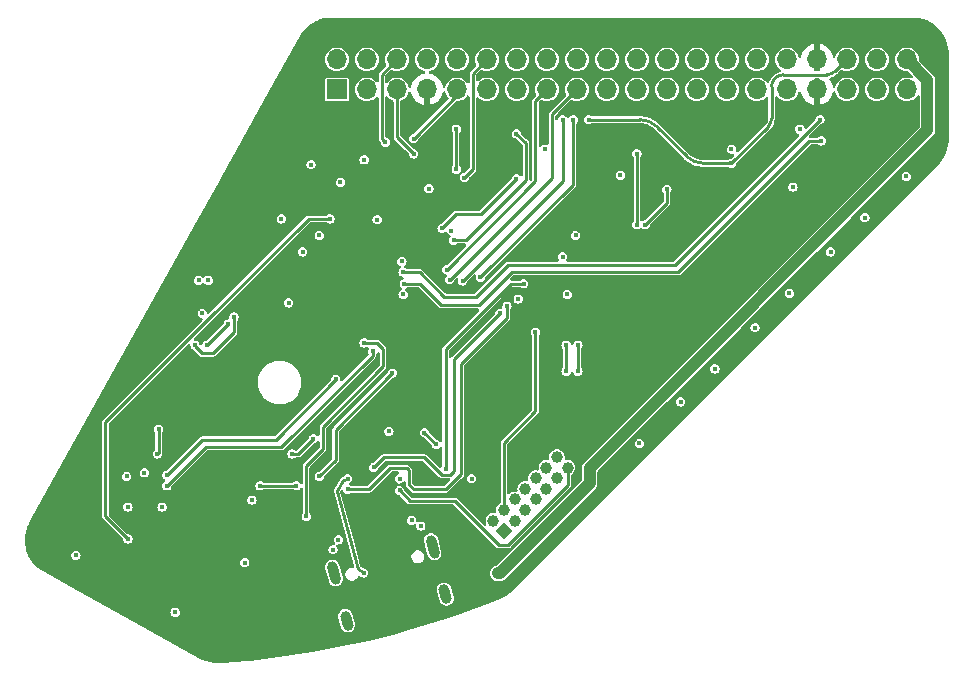
<source format=gbr>
%TF.GenerationSoftware,KiCad,Pcbnew,8.0.0*%
%TF.CreationDate,2024-03-25T03:31:52+00:00*%
%TF.ProjectId,main_PCB_v2,6d61696e-5f50-4434-925f-76322e6b6963,rev?*%
%TF.SameCoordinates,Original*%
%TF.FileFunction,Copper,L3,Inr*%
%TF.FilePolarity,Positive*%
%FSLAX46Y46*%
G04 Gerber Fmt 4.6, Leading zero omitted, Abs format (unit mm)*
G04 Created by KiCad (PCBNEW 8.0.0) date 2024-03-25 03:31:52*
%MOMM*%
%LPD*%
G01*
G04 APERTURE LIST*
G04 Aperture macros list*
%AMHorizOval*
0 Thick line with rounded ends*
0 $1 width*
0 $2 $3 position (X,Y) of the first rounded end (center of the circle)*
0 $4 $5 position (X,Y) of the second rounded end (center of the circle)*
0 Add line between two ends*
20,1,$1,$2,$3,$4,$5,0*
0 Add two circle primitives to create the rounded ends*
1,1,$1,$2,$3*
1,1,$1,$4,$5*%
%AMRotRect*
0 Rectangle, with rotation*
0 The origin of the aperture is its center*
0 $1 length*
0 $2 width*
0 $3 Rotation angle, in degrees counterclockwise*
0 Add horizontal line*
21,1,$1,$2,0,0,$3*%
G04 Aperture macros list end*
%TA.AperFunction,ComponentPad*%
%ADD10HorizOval,0.900000X-0.142350X0.531259X0.142350X-0.531259X0*%
%TD*%
%TA.AperFunction,ComponentPad*%
%ADD11HorizOval,0.900000X-0.103528X0.386370X0.103528X-0.386370X0*%
%TD*%
%TA.AperFunction,ComponentPad*%
%ADD12R,1.700000X1.700000*%
%TD*%
%TA.AperFunction,ComponentPad*%
%ADD13O,1.700000X1.700000*%
%TD*%
%TA.AperFunction,ComponentPad*%
%ADD14RotRect,1.000000X1.000000X135.000000*%
%TD*%
%TA.AperFunction,ComponentPad*%
%ADD15HorizOval,1.000000X0.000000X0.000000X0.000000X0.000000X0*%
%TD*%
%TA.AperFunction,ViaPad*%
%ADD16C,0.450000*%
%TD*%
%TA.AperFunction,Conductor*%
%ADD17C,0.250000*%
%TD*%
%TA.AperFunction,Conductor*%
%ADD18C,1.000000*%
%TD*%
G04 APERTURE END LIST*
D10*
%TO.N,GND*%
%TO.C,J108*%
X139743095Y-123491482D03*
X148098354Y-121252697D03*
D11*
X140822371Y-127519392D03*
X149177629Y-125280608D03*
%TD*%
D12*
%TO.N,/NRF24_IRQ*%
%TO.C,J112*%
X140000001Y-82540001D03*
D13*
%TO.N,/SPI3_MISO*%
X140000001Y-80000001D03*
%TO.N,/SPI3_MOSI*%
X142540001Y-82540001D03*
%TO.N,/SPI3_SCK*%
X142540001Y-80000001D03*
%TO.N,/SPI3_CS*%
X145080001Y-82540001D03*
%TO.N,/NRF24_CE*%
X145080001Y-80000001D03*
%TO.N,+3.3V*%
X147620001Y-82540001D03*
%TO.N,GND*%
X147620001Y-80000002D03*
%TO.N,/NRF24_MODE*%
X150160000Y-82540001D03*
%TO.N,/UART8_TX*%
X150160001Y-80000001D03*
%TO.N,/GPIO1*%
X152700001Y-82540001D03*
%TO.N,/UART8_RX*%
X152700001Y-80000001D03*
%TO.N,GND*%
X155240001Y-82540001D03*
X155240001Y-80000001D03*
%TO.N,/I2C4_SCL*%
X157780001Y-82540001D03*
%TO.N,/GPIO2*%
X157780001Y-80000001D03*
%TO.N,/I2C4_SDA*%
X160320001Y-82540001D03*
%TO.N,/GPIO3*%
X160320001Y-80000001D03*
%TO.N,GND*%
X162860001Y-82540001D03*
X162860001Y-80000001D03*
%TO.N,/MOTOR_PH*%
X165400001Y-82540001D03*
%TO.N,/CAN2_H*%
X165400001Y-80000001D03*
%TO.N,/MOTOR_EN*%
X167940001Y-82540001D03*
%TO.N,/CAN2_L*%
X167940001Y-80000001D03*
%TO.N,GND*%
X170480001Y-82540001D03*
X170480001Y-80000001D03*
%TO.N,/ENC_A*%
X173020001Y-82540001D03*
%TO.N,/~{SLEEP}*%
X173020001Y-80000001D03*
%TO.N,/ENC_B*%
X175560001Y-82540001D03*
%TO.N,/TRIG*%
X175560001Y-80000001D03*
%TO.N,GND*%
X178100001Y-82540001D03*
X178100001Y-80000001D03*
%TO.N,+3.3V*%
X180640001Y-82540001D03*
X180640001Y-80000001D03*
%TO.N,+12V*%
X183180001Y-82540001D03*
%TO.N,+5V*%
X183180001Y-80000001D03*
%TO.N,GND*%
X185720001Y-82540001D03*
X185720001Y-80000001D03*
%TO.N,/ISYS_ADC*%
X188260001Y-82540001D03*
%TO.N,VSYS*%
X188260001Y-80000001D03*
%TD*%
D14*
%TO.N,unconnected-(J110-NC-Pad1)*%
%TO.C,J110*%
X154137258Y-119946625D03*
D15*
%TO.N,unconnected-(J110-NC-Pad2)*%
X153239232Y-119048599D03*
%TO.N,+3.3V*%
X155035284Y-119048599D03*
%TO.N,/SWDIO*%
X154137258Y-118150574D03*
%TO.N,GND*%
X155933309Y-118150574D03*
%TO.N,/SWCLK*%
X155035284Y-117252548D03*
%TO.N,GND*%
X156831335Y-117252548D03*
%TO.N,unconnected-(J110-JTDO{slash}SWO-Pad8)*%
X155933309Y-116354523D03*
%TO.N,unconnected-(J110-JRCLK{slash}NC-Pad9)*%
X157729360Y-116354523D03*
%TO.N,unconnected-(J110-JTDI{slash}NC-Pad10)*%
X156831335Y-115456497D03*
%TO.N,GND*%
X158627386Y-115456497D03*
%TO.N,/NRST*%
X157729360Y-114558471D03*
%TO.N,/USART1_RX*%
X159525412Y-114558471D03*
%TO.N,/USART1_TX*%
X158627386Y-113660446D03*
%TD*%
D16*
%TO.N,GND*%
X135900000Y-100617355D03*
X149700000Y-94500000D03*
X151400000Y-115500001D03*
X132200000Y-122600001D03*
X165608040Y-112508220D03*
X159100000Y-96700000D03*
X137100001Y-96300001D03*
X159500001Y-99900000D03*
X145500000Y-97100000D03*
X144400000Y-111500000D03*
X169100000Y-109000000D03*
X147102430Y-119504605D03*
X140300000Y-90400000D03*
X157600000Y-87600000D03*
X146317375Y-119013969D03*
X132800000Y-117300000D03*
X188200000Y-89900001D03*
X184700000Y-93400000D03*
X123700000Y-115000000D03*
X128600000Y-101500000D03*
X140131800Y-120676732D03*
X129100000Y-98700000D03*
X142300001Y-88500000D03*
X122300000Y-117900001D03*
X126300000Y-126800001D03*
X178600000Y-90800000D03*
X145600001Y-99900001D03*
X179200000Y-85900000D03*
X117900000Y-122000001D03*
X128300000Y-98700000D03*
X138500001Y-94900000D03*
X137800001Y-88900000D03*
X155349927Y-100283884D03*
X135300001Y-93500000D03*
X125200000Y-117900000D03*
X173400000Y-87600000D03*
X160200000Y-94900000D03*
X181800000Y-96300000D03*
X147783884Y-90950075D03*
X164000000Y-89800000D03*
X172000000Y-106200000D03*
X122200000Y-115300001D03*
X143399822Y-93566370D03*
X139666467Y-121503729D03*
X145300001Y-115500001D03*
X175400000Y-102700000D03*
X178300000Y-99800001D03*
%TO.N,+5V*%
X161300000Y-85100000D03*
X173400000Y-88800000D03*
%TO.N,+3.3V*%
X130000000Y-98700000D03*
X145400000Y-111100000D03*
X132200000Y-90900000D03*
X127500000Y-98700000D03*
X134700000Y-86300001D03*
X133200000Y-122600001D03*
X147253554Y-90419745D03*
X153200001Y-106000000D03*
X132500000Y-116100000D03*
X151100001Y-108100000D03*
X132300000Y-95000001D03*
X139700000Y-91100000D03*
X146900000Y-115500000D03*
X135200000Y-117700000D03*
X177600000Y-90800000D03*
X160600001Y-90100000D03*
X141600000Y-89100000D03*
X123300000Y-117900001D03*
X124200000Y-117900001D03*
X135900001Y-101500000D03*
X155915613Y-99718198D03*
X142834136Y-94132054D03*
%TO.N,/NRST*%
X122300000Y-120600000D03*
X148400000Y-112600000D03*
X147400000Y-111600000D03*
X139400000Y-93500000D03*
%TO.N,VBUS*%
X140900000Y-115500000D03*
X142267402Y-123483144D03*
%TO.N,VSYS*%
X153600000Y-123500000D03*
%TO.N,/CAN2_RX*%
X155200000Y-90100000D03*
X148900001Y-94300000D03*
%TO.N,/CAN2_TX*%
X155200001Y-86300000D03*
X149900000Y-95300001D03*
%TO.N,/USB_DP*%
X154400000Y-100900000D03*
X140900000Y-116400000D03*
%TO.N,/USB_DN*%
X143100000Y-114550000D03*
X153800000Y-101500000D03*
%TO.N,/SWDIO*%
X156800000Y-103100000D03*
%TO.N,/USART1_RX*%
X145300001Y-116500001D03*
%TO.N,/SWCLK*%
X149200001Y-114650000D03*
X155800000Y-99000001D03*
%TO.N,/MOTOR_EN*%
X167940000Y-91000000D03*
X160400000Y-106400000D03*
X160400000Y-104200000D03*
X166100000Y-94000001D03*
%TO.N,/MOTOR_PH*%
X165400000Y-94000000D03*
X159400000Y-106400000D03*
X165400000Y-88000000D03*
X159400000Y-104200000D03*
%TO.N,/EEPROM_WC*%
X144700001Y-106549750D03*
X138500000Y-115300000D03*
%TO.N,/SPI3_CS*%
X146500001Y-88000000D03*
%TO.N,/SPI4_CS*%
X124800000Y-113400000D03*
X124900000Y-111300001D03*
%TO.N,/MAG_DRDY*%
X125600001Y-115200000D03*
X139900000Y-107100000D03*
%TO.N,/MAG_INT*%
X143014215Y-104700000D03*
X125600001Y-116100000D03*
%TO.N,/SPI4_MISO*%
X136200000Y-113400000D03*
X138000000Y-112100000D03*
%TO.N,/NRF24_MODE*%
X146500000Y-86700001D03*
%TO.N,/NRF24_CE*%
X144100001Y-87000000D03*
%TO.N,/I2C2_SDA*%
X136563963Y-116100000D03*
X133500000Y-116100000D03*
%TO.N,/SPI1_CS*%
X131281981Y-101800001D03*
X127981981Y-104200001D03*
%TO.N,/SPI1_SCK*%
X128981981Y-104200001D03*
X130781982Y-102400001D03*
%TO.N,/VSYS_ADC*%
X145600000Y-98000000D03*
X180900000Y-85100001D03*
%TO.N,/ISYS_ADC*%
X181000000Y-86900000D03*
X145700000Y-99000000D03*
%TO.N,/BTN*%
X137400000Y-118700000D03*
X142300000Y-104000001D03*
%TO.N,/UART8_RX*%
X150800000Y-90000001D03*
%TO.N,/UART8_TX*%
X150100001Y-85900001D03*
X150100000Y-89300000D03*
%TO.N,/I2C4_SCL*%
X149300001Y-97800001D03*
%TO.N,/I2C4_SDA*%
X149550000Y-98650000D03*
%TO.N,/GPIO3*%
X160000000Y-85100001D03*
X152150000Y-98450000D03*
%TO.N,/GPIO2*%
X150650000Y-98750000D03*
X159100000Y-85100000D03*
%TD*%
D17*
%TO.N,+5V*%
X177800001Y-81300000D02*
X181465786Y-81300001D01*
X171028427Y-88800000D02*
X173400000Y-88800000D01*
X173400000Y-88800000D02*
X176507107Y-85692894D01*
X182172893Y-81007107D02*
X183180000Y-80000000D01*
X161300000Y-85100000D02*
X165671573Y-85100001D01*
X176800000Y-84985786D02*
X176800001Y-82300000D01*
X167085787Y-85685787D02*
X169614214Y-88214214D01*
X182172893Y-81007107D02*
G75*
G02*
X181465786Y-81299990I-707093J707107D01*
G01*
X165671573Y-85100001D02*
G75*
G02*
X167085800Y-85685774I27J-1999999D01*
G01*
X176507107Y-85692894D02*
G75*
G03*
X176799991Y-84985786I-707107J707094D01*
G01*
X176800001Y-82300000D02*
G75*
G02*
X177800001Y-81300001I999999J0D01*
G01*
X169614215Y-88214213D02*
G75*
G03*
X171028427Y-88799980I1414185J1414213D01*
G01*
%TO.N,/NRST*%
X120400000Y-118700000D02*
X122300000Y-120600000D01*
X120400001Y-115400000D02*
X120400000Y-118700000D01*
X120400000Y-110700001D02*
X120400001Y-115400000D01*
X137600000Y-93500000D02*
X128700001Y-102400000D01*
X128700001Y-102400000D02*
X120400000Y-110700001D01*
X139400000Y-93500000D02*
X137600000Y-93500000D01*
X148400000Y-112600000D02*
X147400000Y-111600000D01*
%TO.N,VBUS*%
X140532613Y-115598441D02*
X140900000Y-115500000D01*
X139991652Y-116535413D02*
X140532613Y-115598441D01*
X142267402Y-123483144D02*
X142244034Y-123395934D01*
X141754136Y-123113092D02*
X139991652Y-116535413D01*
X142244034Y-123395934D02*
X141754136Y-123113092D01*
D18*
%TO.N,VSYS*%
X161400000Y-114600000D02*
X190000000Y-86000000D01*
X153600000Y-123500000D02*
X153800000Y-123500000D01*
X190000000Y-86000000D02*
X190000000Y-81740000D01*
X153800000Y-123500000D02*
X161400000Y-115900001D01*
X161400000Y-115900001D02*
X161400000Y-114600000D01*
X190000000Y-81740000D02*
X188260000Y-80000000D01*
D17*
%TO.N,/CAN2_RX*%
X152200001Y-93100001D02*
X155200000Y-90100000D01*
X150100000Y-93100001D02*
X152200001Y-93100001D01*
X148900001Y-94300000D02*
X150100000Y-93100001D01*
%TO.N,/CAN2_TX*%
X156000000Y-87100000D02*
X155200001Y-86300000D01*
X149900000Y-95300001D02*
X150900000Y-95300001D01*
X150900000Y-95300001D02*
X156000000Y-90200000D01*
X156000000Y-90200000D02*
X156000000Y-87100000D01*
%TO.N,/USB_DP*%
X144500000Y-114600000D02*
X142700001Y-116400000D01*
X146500001Y-116400000D02*
X146100000Y-116000000D01*
X142700001Y-116400000D02*
X140900000Y-116400000D01*
X154400000Y-101900000D02*
X150500000Y-105800000D01*
X146100000Y-114800000D02*
X145900000Y-114600001D01*
X146100000Y-116000000D02*
X146100000Y-114800000D01*
X154400000Y-100900000D02*
X154400000Y-101900000D01*
X150500000Y-105800000D02*
X150500000Y-115100000D01*
X145900000Y-114600001D02*
X144500000Y-114600000D01*
X150500000Y-115100000D02*
X149200000Y-116400000D01*
X149200000Y-116400000D02*
X146500001Y-116400000D01*
%TO.N,/USB_DN*%
X153800000Y-101500000D02*
X149900000Y-105400000D01*
X149574161Y-115165001D02*
X148865000Y-115165000D01*
X149900001Y-114839160D02*
X149574161Y-115165001D01*
X143950000Y-113700000D02*
X143100000Y-114550000D01*
X147400000Y-113700000D02*
X143950000Y-113700000D01*
X148865000Y-115165000D02*
X147400000Y-113700000D01*
X149900000Y-105400000D02*
X149900001Y-114839160D01*
%TO.N,/SWDIO*%
X154137258Y-112462742D02*
X154137259Y-118150574D01*
X156800000Y-109800001D02*
X154137258Y-112462742D01*
X156800000Y-103100000D02*
X156800000Y-109800001D01*
%TO.N,/USART1_RX*%
X145300001Y-116500001D02*
X146200000Y-117400000D01*
X154500001Y-121100001D02*
X159525412Y-116074589D01*
X153700000Y-121100000D02*
X154500001Y-121100001D01*
X159525412Y-116074589D02*
X159525412Y-114558471D01*
X150000000Y-117400000D02*
X153700000Y-121100000D01*
X146200000Y-117400000D02*
X150000000Y-117400000D01*
%TO.N,/SWCLK*%
X154700001Y-99000001D02*
X155800000Y-99000001D01*
X149200000Y-104500000D02*
X154700001Y-99000001D01*
X149200001Y-114650000D02*
X149200000Y-104500000D01*
%TO.N,/MOTOR_EN*%
X166100000Y-94000001D02*
X167940000Y-92160000D01*
X167940000Y-92160000D02*
X167940000Y-91000000D01*
X160400000Y-104200000D02*
X160400000Y-106400000D01*
%TO.N,/MOTOR_PH*%
X159400000Y-104200000D02*
X159400000Y-106400000D01*
X165400000Y-88000000D02*
X165400000Y-94000000D01*
%TO.N,/EEPROM_WC*%
X144700001Y-106549750D02*
X139900000Y-111349751D01*
X139900000Y-111349751D02*
X139900000Y-113900000D01*
X139900000Y-113900000D02*
X138500000Y-115300000D01*
%TO.N,/SPI3_CS*%
X146500001Y-88000000D02*
X145080000Y-86580001D01*
X145080000Y-86580001D02*
X145080000Y-82540000D01*
%TO.N,/SPI4_CS*%
X124900000Y-111300001D02*
X124900000Y-113300000D01*
X124900000Y-113300000D02*
X124800000Y-113400000D01*
%TO.N,/MAG_DRDY*%
X139900000Y-107100000D02*
X134800000Y-112200000D01*
X134800000Y-112200000D02*
X130000001Y-112200000D01*
X128600000Y-112200000D02*
X125600001Y-115200000D01*
X130000001Y-112200000D02*
X128600000Y-112200000D01*
%TO.N,/MAG_INT*%
X125600001Y-116100000D02*
X128900001Y-112800001D01*
X135300000Y-112800001D02*
X143014215Y-105085786D01*
X128900001Y-112800001D02*
X135300000Y-112800001D01*
X143014215Y-105085786D02*
X143014215Y-104700000D01*
%TO.N,/SPI4_MISO*%
X138000000Y-112100000D02*
X136700001Y-113400001D01*
X136700001Y-113400001D02*
X136200000Y-113400000D01*
%TO.N,/NRF24_MODE*%
X146500000Y-86700001D02*
X150160001Y-83040000D01*
X150160001Y-83040000D02*
X150160000Y-82540000D01*
%TO.N,/NRF24_CE*%
X143800000Y-81280000D02*
X145080000Y-80000001D01*
X144100001Y-87000000D02*
X143800001Y-86700000D01*
X143800001Y-86700000D02*
X143800000Y-81280000D01*
%TO.N,/I2C2_SDA*%
X136563963Y-116100000D02*
X133500000Y-116100000D01*
%TO.N,/SPI1_CS*%
X128581981Y-104900000D02*
X127981981Y-104300000D01*
X131296982Y-101815000D02*
X131296982Y-103085001D01*
X131296982Y-103085001D02*
X129781981Y-104600000D01*
X127981981Y-104300000D02*
X127981981Y-104200001D01*
X129781981Y-104600000D02*
X129481982Y-104900000D01*
X131281981Y-101800001D02*
X131296982Y-101815000D01*
X129481982Y-104900000D02*
X128581981Y-104900000D01*
%TO.N,/SPI1_SCK*%
X130781982Y-102400001D02*
X128981981Y-104200001D01*
%TO.N,/VSYS_ADC*%
X154500000Y-97400000D02*
X168600000Y-97400000D01*
X147000000Y-98000000D02*
X149100000Y-100100000D01*
X145600000Y-98000000D02*
X147000000Y-98000000D01*
X149100000Y-100100000D02*
X151800000Y-100100001D01*
X168600000Y-97400000D02*
X180900000Y-85100001D01*
X151800000Y-100100001D02*
X154500000Y-97400000D01*
%TO.N,/ISYS_ADC*%
X180000001Y-86900000D02*
X181000000Y-86900000D01*
X148800000Y-100800001D02*
X152000001Y-100800001D01*
X152000001Y-100800001D02*
X154800000Y-98000001D01*
X145700000Y-99000000D02*
X147000000Y-99000000D01*
X154800000Y-98000001D02*
X168900001Y-98000000D01*
X168900001Y-98000000D02*
X180000001Y-86900000D01*
X147000000Y-99000000D02*
X148800000Y-100800001D01*
%TO.N,/BTN*%
X137400001Y-114400000D02*
X137400000Y-118700000D01*
X138800001Y-113000000D02*
X137400001Y-114400000D01*
X143900000Y-104500000D02*
X143900001Y-106000000D01*
X143900001Y-106000000D02*
X138800000Y-111100000D01*
X142300000Y-104000001D02*
X143400001Y-104000001D01*
X138800000Y-111100000D02*
X138800001Y-113000000D01*
X143400001Y-104000001D02*
X143900000Y-104500000D01*
%TO.N,/UART8_RX*%
X151500000Y-89300000D02*
X151500000Y-81200000D01*
X151500000Y-81200000D02*
X152700000Y-80000001D01*
X150800000Y-90000001D02*
X151500000Y-89300000D01*
%TO.N,/UART8_TX*%
X150100000Y-89300000D02*
X150100001Y-85900001D01*
%TO.N,/I2C4_SCL*%
X149300001Y-97800001D02*
X156800001Y-90300000D01*
X156800001Y-90300000D02*
X156800000Y-83520000D01*
X156800000Y-83520000D02*
X157780000Y-82540000D01*
%TO.N,/I2C4_SDA*%
X149550000Y-98650000D02*
X158200001Y-90000000D01*
X158200001Y-90000000D02*
X158200000Y-84660000D01*
X158200000Y-84660000D02*
X160320000Y-82540001D01*
%TO.N,/GPIO3*%
X160000001Y-90600001D02*
X160000000Y-85100001D01*
X152150000Y-98450000D02*
X160000001Y-90600001D01*
%TO.N,/GPIO2*%
X150650000Y-98750000D02*
X159100000Y-90300001D01*
X159100000Y-90300001D02*
X159100000Y-85100000D01*
%TD*%
%TA.AperFunction,Conductor*%
%TO.N,+3.3V*%
G36*
X180833040Y-81595185D02*
G01*
X180878795Y-81647989D01*
X180890001Y-81699500D01*
X180890001Y-82106989D01*
X180832994Y-82074076D01*
X180705827Y-82040001D01*
X180574175Y-82040001D01*
X180447008Y-82074076D01*
X180390001Y-82106989D01*
X180390001Y-81699500D01*
X180409686Y-81632461D01*
X180462490Y-81586706D01*
X180514001Y-81575500D01*
X180766001Y-81575500D01*
X180833040Y-81595185D01*
G37*
%TD.AperFunction*%
%TA.AperFunction,Conductor*%
G36*
X180890001Y-80900500D02*
G01*
X180870316Y-80967539D01*
X180817512Y-81013294D01*
X180766001Y-81024500D01*
X180514001Y-81024500D01*
X180446962Y-81004815D01*
X180401207Y-80952011D01*
X180390001Y-80900500D01*
X180390001Y-80433013D01*
X180447008Y-80465926D01*
X180574175Y-80500001D01*
X180705827Y-80500001D01*
X180832994Y-80465926D01*
X180890001Y-80433013D01*
X180890001Y-80900500D01*
G37*
%TD.AperFunction*%
%TA.AperFunction,Conductor*%
G36*
X188785876Y-76474955D02*
G01*
X188947898Y-76477121D01*
X188960153Y-76477895D01*
X189282938Y-76514408D01*
X189296689Y-76516754D01*
X189612516Y-76589127D01*
X189625896Y-76592997D01*
X189931597Y-76700408D01*
X189944474Y-76705764D01*
X190236151Y-76846844D01*
X190248354Y-76853619D01*
X190522322Y-77026581D01*
X190533686Y-77034685D01*
X190786482Y-77237343D01*
X190796864Y-77246673D01*
X191025282Y-77476457D01*
X191034550Y-77486894D01*
X191235697Y-77740893D01*
X191243724Y-77752292D01*
X191415056Y-78027295D01*
X191421758Y-78039539D01*
X191561095Y-78332048D01*
X191566379Y-78344967D01*
X191671960Y-78651285D01*
X191675758Y-78664716D01*
X191746243Y-78980951D01*
X191748508Y-78994724D01*
X191783097Y-79317727D01*
X191783798Y-79329973D01*
X191785051Y-79492312D01*
X191785055Y-79493269D01*
X191785055Y-86791918D01*
X191785043Y-86793655D01*
X191782788Y-86954644D01*
X191782024Y-86966755D01*
X191745974Y-87287537D01*
X191743657Y-87301212D01*
X191672199Y-87615122D01*
X191668369Y-87628453D01*
X191562300Y-87932421D01*
X191557005Y-87945240D01*
X191417657Y-88235452D01*
X191410963Y-88247600D01*
X191240067Y-88520449D01*
X191232059Y-88531773D01*
X191031238Y-88784488D01*
X191023224Y-88793617D01*
X190911292Y-88909171D01*
X190909907Y-88910578D01*
X154805516Y-125014970D01*
X154804082Y-125016382D01*
X154665192Y-125150835D01*
X154654094Y-125160376D01*
X154345889Y-125395196D01*
X154332003Y-125404371D01*
X153995131Y-125595799D01*
X153982000Y-125602267D01*
X153804105Y-125677194D01*
X153801924Y-125678089D01*
X152994444Y-126000258D01*
X152992182Y-126001135D01*
X151362981Y-126614480D01*
X151360375Y-126615428D01*
X149718006Y-127192136D01*
X149715379Y-127193025D01*
X148060590Y-127732839D01*
X148057944Y-127733670D01*
X146391429Y-128236363D01*
X146388765Y-128237134D01*
X144711446Y-128702428D01*
X144708766Y-128703139D01*
X143021464Y-129130806D01*
X143018768Y-129131457D01*
X141322353Y-129521277D01*
X141319644Y-129521868D01*
X139614893Y-129873663D01*
X139612171Y-129874193D01*
X137899990Y-130187774D01*
X137897256Y-130188243D01*
X136178512Y-130463453D01*
X136175769Y-130463861D01*
X134451261Y-130700571D01*
X134448510Y-130700917D01*
X132719186Y-130898998D01*
X132716427Y-130899283D01*
X130982921Y-131058658D01*
X130980501Y-131058857D01*
X130715236Y-131078013D01*
X130113273Y-131121486D01*
X130111219Y-131121617D01*
X129945793Y-131130778D01*
X129933237Y-131130837D01*
X129601075Y-131115553D01*
X129586865Y-131114075D01*
X129259537Y-131060827D01*
X129245591Y-131057725D01*
X128926543Y-130967174D01*
X128913046Y-130962487D01*
X128605736Y-130835508D01*
X128594406Y-130830141D01*
X128533231Y-130797276D01*
X128448263Y-130751630D01*
X128446797Y-130750829D01*
X122077050Y-127212080D01*
X140118343Y-127212080D01*
X140366322Y-128137547D01*
X140445380Y-128274478D01*
X140557184Y-128386283D01*
X140694115Y-128465340D01*
X140846843Y-128506263D01*
X141004957Y-128506262D01*
X141157684Y-128465339D01*
X141294615Y-128386282D01*
X141406420Y-128274478D01*
X141485477Y-128137546D01*
X141526399Y-127984819D01*
X141526399Y-127826704D01*
X141278420Y-126901237D01*
X141199362Y-126764306D01*
X141087558Y-126652502D01*
X141021703Y-126614480D01*
X140950625Y-126573442D01*
X140797900Y-126532522D01*
X140797899Y-126532522D01*
X140639785Y-126532522D01*
X140487057Y-126573445D01*
X140350127Y-126652503D01*
X140350124Y-126652505D01*
X140238325Y-126764304D01*
X140238323Y-126764307D01*
X140159263Y-126901239D01*
X140118343Y-127053964D01*
X140118343Y-127053966D01*
X140118343Y-127212080D01*
X122077050Y-127212080D01*
X121335311Y-126800003D01*
X125904632Y-126800003D01*
X125923981Y-126922173D01*
X125923983Y-126922176D01*
X125980141Y-127032392D01*
X125980143Y-127032394D01*
X125980145Y-127032397D01*
X126067603Y-127119855D01*
X126067605Y-127119856D01*
X126067609Y-127119860D01*
X126177825Y-127176018D01*
X126177827Y-127176019D01*
X126299998Y-127195369D01*
X126300000Y-127195369D01*
X126300002Y-127195369D01*
X126422172Y-127176019D01*
X126422173Y-127176018D01*
X126422175Y-127176018D01*
X126532391Y-127119860D01*
X126619859Y-127032392D01*
X126676017Y-126922176D01*
X126676017Y-126922174D01*
X126676018Y-126922173D01*
X126695368Y-126800003D01*
X126695368Y-126799998D01*
X126676018Y-126677828D01*
X126663115Y-126652505D01*
X126619859Y-126567610D01*
X126619855Y-126567606D01*
X126619854Y-126567604D01*
X126532396Y-126480146D01*
X126532393Y-126480144D01*
X126532391Y-126480142D01*
X126457484Y-126441975D01*
X126422172Y-126423982D01*
X126300002Y-126404633D01*
X126299998Y-126404633D01*
X126177827Y-126423982D01*
X126104347Y-126461422D01*
X126067609Y-126480142D01*
X126067608Y-126480143D01*
X126067603Y-126480146D01*
X125980145Y-126567604D01*
X125980142Y-126567609D01*
X125980141Y-126567610D01*
X125977168Y-126573445D01*
X125923981Y-126677828D01*
X125904632Y-126799998D01*
X125904632Y-126800003D01*
X121335311Y-126800003D01*
X118047239Y-124973296D01*
X148473601Y-124973296D01*
X148721580Y-125898763D01*
X148800638Y-126035694D01*
X148912442Y-126147499D01*
X149049373Y-126226556D01*
X149202101Y-126267479D01*
X149360215Y-126267478D01*
X149512942Y-126226555D01*
X149649873Y-126147498D01*
X149761678Y-126035694D01*
X149761681Y-126035689D01*
X149840734Y-125898764D01*
X149840736Y-125898759D01*
X149849384Y-125866482D01*
X149881657Y-125746035D01*
X149881657Y-125587920D01*
X149633678Y-124662453D01*
X149554620Y-124525522D01*
X149442816Y-124413718D01*
X149387243Y-124381632D01*
X149305883Y-124334658D01*
X149153158Y-124293738D01*
X149153157Y-124293738D01*
X148995043Y-124293738D01*
X148842315Y-124334661D01*
X148705385Y-124413719D01*
X148705382Y-124413721D01*
X148593583Y-124525520D01*
X148593581Y-124525523D01*
X148514521Y-124662455D01*
X148473601Y-124815180D01*
X148473601Y-124815182D01*
X148473601Y-124973296D01*
X118047239Y-124973296D01*
X115106633Y-123339626D01*
X115105128Y-123338776D01*
X114965137Y-123258406D01*
X114954897Y-123251839D01*
X114691373Y-123063983D01*
X114680520Y-123055289D01*
X114662685Y-123039280D01*
X139000245Y-123039280D01*
X139293542Y-124133879D01*
X139325868Y-124254523D01*
X139325871Y-124254530D01*
X139404920Y-124391449D01*
X139404924Y-124391454D01*
X139404925Y-124391456D01*
X139516729Y-124503260D01*
X139653660Y-124582318D01*
X139806387Y-124623241D01*
X139806389Y-124623241D01*
X139964500Y-124623241D01*
X139964502Y-124623241D01*
X140117229Y-124582318D01*
X140254160Y-124503261D01*
X140365965Y-124391457D01*
X140445022Y-124254526D01*
X140485945Y-124101798D01*
X140485945Y-123943683D01*
X140160322Y-122728439D01*
X140086170Y-122600003D01*
X140081267Y-122591511D01*
X140081266Y-122591510D01*
X140081265Y-122591508D01*
X139969461Y-122479703D01*
X139969460Y-122479702D01*
X139832532Y-122400647D01*
X139832531Y-122400646D01*
X139832530Y-122400646D01*
X139679802Y-122359723D01*
X139521688Y-122359723D01*
X139368961Y-122400646D01*
X139368958Y-122400647D01*
X139232033Y-122479700D01*
X139232032Y-122479701D01*
X139120224Y-122591507D01*
X139041169Y-122728435D01*
X139041169Y-122728436D01*
X139041168Y-122728438D01*
X139000245Y-122881166D01*
X139000245Y-123039280D01*
X114662685Y-123039280D01*
X114440335Y-122839690D01*
X114430524Y-122829836D01*
X114226043Y-122600003D01*
X131804632Y-122600003D01*
X131823981Y-122722173D01*
X131827174Y-122728439D01*
X131880141Y-122832392D01*
X131880143Y-122832394D01*
X131880145Y-122832397D01*
X131967603Y-122919855D01*
X131967605Y-122919856D01*
X131967609Y-122919860D01*
X132059412Y-122966636D01*
X132077827Y-122976019D01*
X132199998Y-122995369D01*
X132200000Y-122995369D01*
X132200002Y-122995369D01*
X132322172Y-122976019D01*
X132322173Y-122976018D01*
X132322175Y-122976018D01*
X132432391Y-122919860D01*
X132519859Y-122832392D01*
X132576017Y-122722176D01*
X132576017Y-122722174D01*
X132576018Y-122722173D01*
X132595368Y-122600003D01*
X132595368Y-122599998D01*
X132576018Y-122477828D01*
X132576017Y-122477826D01*
X132519859Y-122367610D01*
X132519855Y-122367606D01*
X132519854Y-122367604D01*
X132432396Y-122280146D01*
X132432393Y-122280144D01*
X132432391Y-122280142D01*
X132357484Y-122241975D01*
X132322172Y-122223982D01*
X132200002Y-122204633D01*
X132199998Y-122204633D01*
X132077827Y-122223982D01*
X132004347Y-122261422D01*
X131967609Y-122280142D01*
X131967608Y-122280143D01*
X131967603Y-122280146D01*
X131880145Y-122367604D01*
X131880142Y-122367609D01*
X131880141Y-122367610D01*
X131871558Y-122384455D01*
X131823981Y-122477828D01*
X131804632Y-122599998D01*
X131804632Y-122600003D01*
X114226043Y-122600003D01*
X114215985Y-122588698D01*
X114207339Y-122577807D01*
X114070788Y-122384455D01*
X114021145Y-122314161D01*
X114013775Y-122302373D01*
X113992940Y-122264478D01*
X113858274Y-122019542D01*
X113852271Y-122007005D01*
X113849389Y-122000003D01*
X117504632Y-122000003D01*
X117523981Y-122122173D01*
X117541974Y-122157485D01*
X117580141Y-122232392D01*
X117580143Y-122232394D01*
X117580145Y-122232397D01*
X117667603Y-122319855D01*
X117667605Y-122319856D01*
X117667609Y-122319860D01*
X117777825Y-122376018D01*
X117777827Y-122376019D01*
X117899998Y-122395369D01*
X117900000Y-122395369D01*
X117900002Y-122395369D01*
X118022172Y-122376019D01*
X118022173Y-122376018D01*
X118022175Y-122376018D01*
X118132391Y-122319860D01*
X118219859Y-122232392D01*
X118276017Y-122122176D01*
X118276017Y-122122174D01*
X118276018Y-122122173D01*
X118295368Y-122000003D01*
X118295368Y-121999998D01*
X118276018Y-121877828D01*
X118248380Y-121823586D01*
X118219859Y-121767610D01*
X118219855Y-121767606D01*
X118219854Y-121767604D01*
X118132396Y-121680146D01*
X118132393Y-121680144D01*
X118132391Y-121680142D01*
X118057484Y-121641975D01*
X118022172Y-121623982D01*
X117900002Y-121604633D01*
X117899998Y-121604633D01*
X117777827Y-121623982D01*
X117704347Y-121661422D01*
X117667609Y-121680142D01*
X117667608Y-121680143D01*
X117667603Y-121680146D01*
X117580145Y-121767604D01*
X117580142Y-121767609D01*
X117523981Y-121877828D01*
X117504632Y-121999998D01*
X117504632Y-122000003D01*
X113849389Y-122000003D01*
X113849387Y-121999998D01*
X113729413Y-121708538D01*
X113724853Y-121695414D01*
X113695804Y-121593740D01*
X113670088Y-121503731D01*
X139271099Y-121503731D01*
X139290448Y-121625901D01*
X139290450Y-121625904D01*
X139346608Y-121736120D01*
X139346610Y-121736122D01*
X139346612Y-121736125D01*
X139434070Y-121823583D01*
X139434072Y-121823584D01*
X139434076Y-121823588D01*
X139540524Y-121877826D01*
X139544294Y-121879747D01*
X139666465Y-121899097D01*
X139666467Y-121899097D01*
X139666469Y-121899097D01*
X139788639Y-121879747D01*
X139788640Y-121879746D01*
X139788642Y-121879746D01*
X139898858Y-121823588D01*
X139986326Y-121736120D01*
X140042484Y-121625904D01*
X140042484Y-121625902D01*
X140042485Y-121625901D01*
X140061835Y-121503731D01*
X140061835Y-121503726D01*
X140042485Y-121381556D01*
X140024286Y-121345839D01*
X139986326Y-121271338D01*
X139986320Y-121271332D01*
X139980587Y-121263439D01*
X139983475Y-121261340D01*
X139958587Y-121215760D01*
X139963571Y-121146068D01*
X140005443Y-121090135D01*
X140070907Y-121065718D01*
X140099152Y-121066929D01*
X140131799Y-121072100D01*
X140131800Y-121072100D01*
X140131802Y-121072100D01*
X140253972Y-121052750D01*
X140253973Y-121052749D01*
X140253975Y-121052749D01*
X140364191Y-120996591D01*
X140451659Y-120909123D01*
X140507817Y-120798907D01*
X140507817Y-120798905D01*
X140507818Y-120798904D01*
X140527168Y-120676734D01*
X140527168Y-120676729D01*
X140507818Y-120554559D01*
X140507817Y-120554557D01*
X140451659Y-120444341D01*
X140451655Y-120444337D01*
X140451654Y-120444335D01*
X140364196Y-120356877D01*
X140364193Y-120356875D01*
X140364191Y-120356873D01*
X140289284Y-120318706D01*
X140253972Y-120300713D01*
X140131802Y-120281364D01*
X140131798Y-120281364D01*
X140009627Y-120300713D01*
X139936147Y-120338153D01*
X139899409Y-120356873D01*
X139899408Y-120356874D01*
X139899403Y-120356877D01*
X139811945Y-120444335D01*
X139811942Y-120444340D01*
X139755781Y-120554559D01*
X139736432Y-120676729D01*
X139736432Y-120676734D01*
X139755781Y-120798904D01*
X139756592Y-120800495D01*
X139811941Y-120909123D01*
X139811944Y-120909126D01*
X139817680Y-120917022D01*
X139814790Y-120919120D01*
X139839679Y-120964700D01*
X139834695Y-121034392D01*
X139792823Y-121090325D01*
X139727359Y-121114742D01*
X139699117Y-121113532D01*
X139676562Y-121109960D01*
X139666467Y-121108361D01*
X139666466Y-121108361D01*
X139666465Y-121108361D01*
X139544294Y-121127710D01*
X139470814Y-121165150D01*
X139434076Y-121183870D01*
X139434075Y-121183871D01*
X139434070Y-121183874D01*
X139346612Y-121271332D01*
X139346609Y-121271337D01*
X139290448Y-121381556D01*
X139271099Y-121503726D01*
X139271099Y-121503731D01*
X113670088Y-121503731D01*
X113636186Y-121385068D01*
X113633122Y-121371505D01*
X113579761Y-121053198D01*
X113578234Y-121039377D01*
X113575926Y-120996589D01*
X113560846Y-120717063D01*
X113560876Y-120703192D01*
X113579685Y-120380969D01*
X113581272Y-120367157D01*
X113583042Y-120356877D01*
X113636039Y-120049072D01*
X113639162Y-120035528D01*
X113678539Y-119899973D01*
X113729199Y-119725572D01*
X113733819Y-119712464D01*
X113755147Y-119661295D01*
X113858324Y-119413746D01*
X113863549Y-119402762D01*
X113906671Y-119322513D01*
X113939989Y-119260509D01*
X113940696Y-119259213D01*
X114220925Y-118754800D01*
X120124500Y-118754800D01*
X120166443Y-118856058D01*
X120166444Y-118856059D01*
X121875060Y-120564676D01*
X121908545Y-120625999D01*
X121909852Y-120632959D01*
X121923981Y-120722172D01*
X121923983Y-120722175D01*
X121980141Y-120832391D01*
X121980143Y-120832393D01*
X121980145Y-120832396D01*
X122067603Y-120919854D01*
X122067605Y-120919855D01*
X122067609Y-120919859D01*
X122177825Y-120976017D01*
X122177827Y-120976018D01*
X122299998Y-120995368D01*
X122300000Y-120995368D01*
X122300002Y-120995368D01*
X122422172Y-120976018D01*
X122422173Y-120976017D01*
X122422175Y-120976017D01*
X122532391Y-120919859D01*
X122619859Y-120832391D01*
X122676017Y-120722175D01*
X122676017Y-120722173D01*
X122676018Y-120722172D01*
X122695368Y-120600002D01*
X122695368Y-120599997D01*
X122676018Y-120477827D01*
X122658955Y-120444340D01*
X122619859Y-120367609D01*
X122619855Y-120367605D01*
X122619854Y-120367603D01*
X122532396Y-120280145D01*
X122532393Y-120280143D01*
X122532391Y-120280141D01*
X122455406Y-120240915D01*
X122422172Y-120223981D01*
X122332959Y-120209852D01*
X122269824Y-120179923D01*
X122264676Y-120175060D01*
X120711819Y-118622203D01*
X120678334Y-118560880D01*
X120675500Y-118534522D01*
X120675500Y-117900003D01*
X121904632Y-117900003D01*
X121923981Y-118022173D01*
X121923983Y-118022176D01*
X121980141Y-118132392D01*
X121980143Y-118132394D01*
X121980145Y-118132397D01*
X122067603Y-118219855D01*
X122067605Y-118219856D01*
X122067609Y-118219860D01*
X122164069Y-118269009D01*
X122177827Y-118276019D01*
X122299998Y-118295369D01*
X122300000Y-118295369D01*
X122300002Y-118295369D01*
X122422172Y-118276019D01*
X122422173Y-118276018D01*
X122422175Y-118276018D01*
X122532391Y-118219860D01*
X122619859Y-118132392D01*
X122676017Y-118022176D01*
X122676017Y-118022174D01*
X122676018Y-118022173D01*
X122695368Y-117900003D01*
X122695368Y-117900002D01*
X124804632Y-117900002D01*
X124823981Y-118022172D01*
X124829059Y-118032138D01*
X124880141Y-118132391D01*
X124880143Y-118132393D01*
X124880145Y-118132396D01*
X124967603Y-118219854D01*
X124967605Y-118219855D01*
X124967609Y-118219859D01*
X125064071Y-118269009D01*
X125077827Y-118276018D01*
X125199998Y-118295368D01*
X125200000Y-118295368D01*
X125200002Y-118295368D01*
X125322172Y-118276018D01*
X125322173Y-118276017D01*
X125322175Y-118276017D01*
X125432391Y-118219859D01*
X125519859Y-118132391D01*
X125576017Y-118022175D01*
X125576017Y-118022173D01*
X125576018Y-118022172D01*
X125595368Y-117900002D01*
X125595368Y-117899997D01*
X125576018Y-117777827D01*
X125544538Y-117716045D01*
X125519859Y-117667609D01*
X125519855Y-117667605D01*
X125519854Y-117667603D01*
X125432396Y-117580145D01*
X125432393Y-117580143D01*
X125432391Y-117580141D01*
X125349824Y-117538071D01*
X125322172Y-117523981D01*
X125200002Y-117504632D01*
X125199998Y-117504632D01*
X125077827Y-117523981D01*
X125012886Y-117557071D01*
X124967609Y-117580141D01*
X124967608Y-117580142D01*
X124967603Y-117580145D01*
X124880145Y-117667603D01*
X124880142Y-117667608D01*
X124880141Y-117667609D01*
X124870221Y-117687078D01*
X124823981Y-117777827D01*
X124804632Y-117899997D01*
X124804632Y-117900002D01*
X122695368Y-117900002D01*
X122695368Y-117899998D01*
X122676018Y-117777828D01*
X122676016Y-117777825D01*
X122619859Y-117667610D01*
X122619855Y-117667606D01*
X122619854Y-117667604D01*
X122532396Y-117580146D01*
X122532393Y-117580144D01*
X122532391Y-117580142D01*
X122449822Y-117538071D01*
X122422172Y-117523982D01*
X122300002Y-117504633D01*
X122299998Y-117504633D01*
X122177827Y-117523982D01*
X122112888Y-117557071D01*
X122067609Y-117580142D01*
X122067608Y-117580143D01*
X122067603Y-117580146D01*
X121980145Y-117667604D01*
X121980143Y-117667608D01*
X121980141Y-117667610D01*
X121975857Y-117676018D01*
X121923981Y-117777828D01*
X121904632Y-117899998D01*
X121904632Y-117900003D01*
X120675500Y-117900003D01*
X120675500Y-117300002D01*
X132404632Y-117300002D01*
X132423981Y-117422172D01*
X132423983Y-117422175D01*
X132480141Y-117532391D01*
X132480143Y-117532393D01*
X132480145Y-117532396D01*
X132567603Y-117619854D01*
X132567605Y-117619855D01*
X132567609Y-117619859D01*
X132676806Y-117675498D01*
X132677827Y-117676018D01*
X132799998Y-117695368D01*
X132800000Y-117695368D01*
X132800002Y-117695368D01*
X132922172Y-117676018D01*
X132922173Y-117676017D01*
X132922175Y-117676017D01*
X133032391Y-117619859D01*
X133119859Y-117532391D01*
X133176017Y-117422175D01*
X133176017Y-117422173D01*
X133176018Y-117422172D01*
X133195368Y-117300002D01*
X133195368Y-117299997D01*
X133176018Y-117177827D01*
X133170218Y-117166444D01*
X133119859Y-117067609D01*
X133119855Y-117067605D01*
X133119854Y-117067603D01*
X133032396Y-116980145D01*
X133032393Y-116980143D01*
X133032391Y-116980141D01*
X132957484Y-116941974D01*
X132922172Y-116923981D01*
X132800002Y-116904632D01*
X132799998Y-116904632D01*
X132677827Y-116923981D01*
X132604347Y-116961421D01*
X132567609Y-116980141D01*
X132567608Y-116980142D01*
X132567603Y-116980145D01*
X132480145Y-117067603D01*
X132480142Y-117067608D01*
X132480141Y-117067609D01*
X132465813Y-117095730D01*
X132423981Y-117177827D01*
X132404632Y-117299997D01*
X132404632Y-117300002D01*
X120675500Y-117300002D01*
X120675500Y-116967219D01*
X120675501Y-116100002D01*
X125204633Y-116100002D01*
X125223982Y-116222172D01*
X125239508Y-116252643D01*
X125280142Y-116332391D01*
X125280144Y-116332393D01*
X125280146Y-116332396D01*
X125367604Y-116419854D01*
X125367606Y-116419855D01*
X125367610Y-116419859D01*
X125473871Y-116474002D01*
X125477828Y-116476018D01*
X125599999Y-116495368D01*
X125600001Y-116495368D01*
X125600003Y-116495368D01*
X125722173Y-116476018D01*
X125722174Y-116476017D01*
X125722176Y-116476017D01*
X125832392Y-116419859D01*
X125919860Y-116332391D01*
X125976018Y-116222175D01*
X125976018Y-116222173D01*
X125976019Y-116222172D01*
X125976019Y-116222171D01*
X125990149Y-116132957D01*
X126020078Y-116069822D01*
X126024923Y-116064691D01*
X128977798Y-113111820D01*
X129039121Y-113078335D01*
X129065479Y-113075501D01*
X135354799Y-113075501D01*
X135354800Y-113075501D01*
X135456058Y-113033558D01*
X135533557Y-112956059D01*
X135533556Y-112956059D01*
X135592125Y-112897490D01*
X135592124Y-112897490D01*
X143247772Y-105241845D01*
X143260056Y-105212186D01*
X143289715Y-105140586D01*
X143289715Y-105028112D01*
X143309400Y-104961073D01*
X143326037Y-104940428D01*
X143334074Y-104932391D01*
X143390015Y-104822598D01*
X143437990Y-104771804D01*
X143505811Y-104755009D01*
X143571946Y-104777547D01*
X143615397Y-104832262D01*
X143624500Y-104878895D01*
X143624500Y-105834522D01*
X143604815Y-105901561D01*
X143588181Y-105922203D01*
X138626500Y-110883883D01*
X138626501Y-110883884D01*
X138566443Y-110943942D01*
X138524500Y-111045199D01*
X138524500Y-111772887D01*
X138504815Y-111839926D01*
X138452011Y-111885681D01*
X138382853Y-111895625D01*
X138319297Y-111866600D01*
X138312819Y-111860568D01*
X138232396Y-111780145D01*
X138232393Y-111780143D01*
X138232391Y-111780141D01*
X138157484Y-111741974D01*
X138122172Y-111723981D01*
X138000002Y-111704632D01*
X137999998Y-111704632D01*
X137877827Y-111723981D01*
X137804347Y-111761421D01*
X137767609Y-111780141D01*
X137767608Y-111780142D01*
X137767603Y-111780145D01*
X137680145Y-111867603D01*
X137680142Y-111867608D01*
X137680141Y-111867609D01*
X137670933Y-111885681D01*
X137623981Y-111977827D01*
X137609851Y-112067041D01*
X137579921Y-112130176D01*
X137575059Y-112135323D01*
X136622205Y-113088181D01*
X136560882Y-113121666D01*
X136534524Y-113124500D01*
X136528113Y-113124500D01*
X136461074Y-113104815D01*
X136440432Y-113088181D01*
X136432396Y-113080145D01*
X136432393Y-113080143D01*
X136432391Y-113080141D01*
X136340965Y-113033557D01*
X136322172Y-113023981D01*
X136200002Y-113004632D01*
X136199998Y-113004632D01*
X136077827Y-113023981D01*
X136017343Y-113054800D01*
X135967609Y-113080141D01*
X135967608Y-113080142D01*
X135967603Y-113080145D01*
X135880145Y-113167603D01*
X135880142Y-113167608D01*
X135823981Y-113277827D01*
X135804632Y-113399997D01*
X135804632Y-113400002D01*
X135823981Y-113522172D01*
X135823983Y-113522175D01*
X135880141Y-113632391D01*
X135880143Y-113632393D01*
X135880145Y-113632396D01*
X135967603Y-113719854D01*
X135967605Y-113719855D01*
X135967609Y-113719859D01*
X136077825Y-113776017D01*
X136077827Y-113776018D01*
X136199998Y-113795368D01*
X136200000Y-113795368D01*
X136200002Y-113795368D01*
X136322172Y-113776018D01*
X136322173Y-113776017D01*
X136322175Y-113776017D01*
X136432391Y-113719859D01*
X136440428Y-113711821D01*
X136501749Y-113678335D01*
X136528110Y-113675500D01*
X136754800Y-113675501D01*
X136827953Y-113645200D01*
X136856060Y-113633558D01*
X137964677Y-112524937D01*
X138025998Y-112491454D01*
X138032907Y-112490155D01*
X138122175Y-112476017D01*
X138232391Y-112419859D01*
X138266569Y-112385681D01*
X138312819Y-112339432D01*
X138374142Y-112305947D01*
X138443834Y-112310931D01*
X138499767Y-112352803D01*
X138524184Y-112418267D01*
X138524500Y-112427113D01*
X138524500Y-112834523D01*
X138504815Y-112901562D01*
X138488181Y-112922204D01*
X137243943Y-114166443D01*
X137166445Y-114243940D01*
X137124501Y-114345199D01*
X137124500Y-114345201D01*
X137124500Y-115823470D01*
X137104815Y-115890510D01*
X137052011Y-115936264D01*
X136982853Y-115946208D01*
X136919297Y-115917183D01*
X136890015Y-115879764D01*
X136888107Y-115876019D01*
X136883822Y-115867609D01*
X136883819Y-115867606D01*
X136883817Y-115867603D01*
X136796359Y-115780145D01*
X136796356Y-115780143D01*
X136796354Y-115780141D01*
X136716462Y-115739434D01*
X136686135Y-115723981D01*
X136563965Y-115704632D01*
X136563961Y-115704632D01*
X136441790Y-115723981D01*
X136370149Y-115760485D01*
X136331572Y-115780141D01*
X136331571Y-115780142D01*
X136331566Y-115780145D01*
X136323531Y-115788181D01*
X136262208Y-115821666D01*
X136235850Y-115824500D01*
X133828113Y-115824500D01*
X133761074Y-115804815D01*
X133740432Y-115788181D01*
X133732396Y-115780145D01*
X133732393Y-115780143D01*
X133732391Y-115780141D01*
X133652499Y-115739434D01*
X133622172Y-115723981D01*
X133500002Y-115704632D01*
X133499998Y-115704632D01*
X133377827Y-115723981D01*
X133306186Y-115760485D01*
X133267609Y-115780141D01*
X133267608Y-115780142D01*
X133267603Y-115780145D01*
X133180145Y-115867603D01*
X133180142Y-115867608D01*
X133180141Y-115867609D01*
X133168209Y-115891027D01*
X133123981Y-115977827D01*
X133104632Y-116099997D01*
X133104632Y-116100002D01*
X133123981Y-116222172D01*
X133139507Y-116252643D01*
X133180141Y-116332391D01*
X133180143Y-116332393D01*
X133180145Y-116332396D01*
X133267603Y-116419854D01*
X133267605Y-116419855D01*
X133267609Y-116419859D01*
X133373870Y-116474002D01*
X133377827Y-116476018D01*
X133499998Y-116495368D01*
X133500000Y-116495368D01*
X133500002Y-116495368D01*
X133622172Y-116476018D01*
X133622173Y-116476017D01*
X133622175Y-116476017D01*
X133732391Y-116419859D01*
X133732396Y-116419854D01*
X133740432Y-116411819D01*
X133801755Y-116378334D01*
X133828113Y-116375500D01*
X136235850Y-116375500D01*
X136302889Y-116395185D01*
X136323531Y-116411819D01*
X136331566Y-116419854D01*
X136331568Y-116419855D01*
X136331572Y-116419859D01*
X136437833Y-116474002D01*
X136441790Y-116476018D01*
X136563961Y-116495368D01*
X136563963Y-116495368D01*
X136563965Y-116495368D01*
X136686135Y-116476018D01*
X136686136Y-116476017D01*
X136686138Y-116476017D01*
X136796354Y-116419859D01*
X136883822Y-116332391D01*
X136890015Y-116320235D01*
X136937987Y-116269440D01*
X137005808Y-116252643D01*
X137071943Y-116275179D01*
X137115396Y-116329893D01*
X137124500Y-116376529D01*
X137124500Y-118371886D01*
X137104815Y-118438925D01*
X137088184Y-118459564D01*
X137080143Y-118467604D01*
X137023981Y-118577827D01*
X137004632Y-118699997D01*
X137004632Y-118700002D01*
X137023981Y-118822172D01*
X137023983Y-118822175D01*
X137080141Y-118932391D01*
X137080143Y-118932393D01*
X137080145Y-118932396D01*
X137167603Y-119019854D01*
X137167605Y-119019855D01*
X137167609Y-119019859D01*
X137277825Y-119076017D01*
X137277827Y-119076018D01*
X137399998Y-119095368D01*
X137400000Y-119095368D01*
X137400002Y-119095368D01*
X137522172Y-119076018D01*
X137522173Y-119076017D01*
X137522175Y-119076017D01*
X137632391Y-119019859D01*
X137719859Y-118932391D01*
X137776017Y-118822175D01*
X137776017Y-118822173D01*
X137776018Y-118822172D01*
X137795368Y-118700002D01*
X137795368Y-118699997D01*
X137776018Y-118577827D01*
X137767383Y-118560880D01*
X137719859Y-118467609D01*
X137719855Y-118467605D01*
X137719854Y-118467603D01*
X137711819Y-118459568D01*
X137678334Y-118398245D01*
X137675500Y-118371887D01*
X137675500Y-116553786D01*
X139711356Y-116553786D01*
X141410958Y-122896786D01*
X141409295Y-122966636D01*
X141370133Y-123024499D01*
X141305904Y-123052003D01*
X141291183Y-123052880D01*
X141184862Y-123052880D01*
X141047395Y-123089714D01*
X141047392Y-123089715D01*
X140924148Y-123160869D01*
X140924143Y-123160873D01*
X140823513Y-123261503D01*
X140823509Y-123261508D01*
X140752355Y-123384752D01*
X140752354Y-123384755D01*
X140715520Y-123522222D01*
X140715520Y-123664538D01*
X140749972Y-123793113D01*
X140752354Y-123802004D01*
X140752355Y-123802007D01*
X140823509Y-123925251D01*
X140823511Y-123925254D01*
X140823512Y-123925255D01*
X140924145Y-124025888D01*
X141047395Y-124097046D01*
X141184862Y-124133880D01*
X141184864Y-124133880D01*
X141327176Y-124133880D01*
X141327178Y-124133880D01*
X141464645Y-124097046D01*
X141587895Y-124025888D01*
X141688528Y-123925255D01*
X141759686Y-123802005D01*
X141762069Y-123793108D01*
X141798428Y-123733450D01*
X141861273Y-123702917D01*
X141930649Y-123711208D01*
X141969525Y-123737518D01*
X142035005Y-123802998D01*
X142035007Y-123802999D01*
X142035011Y-123803003D01*
X142145227Y-123859161D01*
X142145229Y-123859162D01*
X142267400Y-123878512D01*
X142267402Y-123878512D01*
X142267404Y-123878512D01*
X142389574Y-123859162D01*
X142389575Y-123859161D01*
X142389577Y-123859161D01*
X142499793Y-123803003D01*
X142587261Y-123715535D01*
X142643419Y-123605319D01*
X142643419Y-123605317D01*
X142643420Y-123605316D01*
X142649953Y-123564071D01*
X152949499Y-123564071D01*
X152974497Y-123689738D01*
X152974499Y-123689744D01*
X153023533Y-123808124D01*
X153023538Y-123808133D01*
X153094723Y-123914668D01*
X153094726Y-123914672D01*
X153185327Y-124005273D01*
X153185331Y-124005276D01*
X153291866Y-124076461D01*
X153291872Y-124076464D01*
X153291873Y-124076465D01*
X153410256Y-124125501D01*
X153410260Y-124125501D01*
X153410261Y-124125502D01*
X153535928Y-124150500D01*
X153535931Y-124150500D01*
X153864071Y-124150500D01*
X153948615Y-124133682D01*
X153989744Y-124125501D01*
X154108127Y-124076465D01*
X154214669Y-124005277D01*
X161905276Y-116314671D01*
X161976465Y-116208128D01*
X162025501Y-116089745D01*
X162033407Y-116050000D01*
X162041408Y-116009778D01*
X162050500Y-115964072D01*
X162050500Y-114920808D01*
X162070185Y-114853769D01*
X162086819Y-114833127D01*
X164411724Y-112508222D01*
X165212672Y-112508222D01*
X165232021Y-112630392D01*
X165232023Y-112630395D01*
X165288181Y-112740611D01*
X165288183Y-112740613D01*
X165288185Y-112740616D01*
X165375643Y-112828074D01*
X165375645Y-112828075D01*
X165375649Y-112828079D01*
X165485865Y-112884237D01*
X165485867Y-112884238D01*
X165608038Y-112903588D01*
X165608040Y-112903588D01*
X165608042Y-112903588D01*
X165730212Y-112884238D01*
X165730213Y-112884237D01*
X165730215Y-112884237D01*
X165840431Y-112828079D01*
X165927899Y-112740611D01*
X165984057Y-112630395D01*
X165984057Y-112630393D01*
X165984058Y-112630392D01*
X166003408Y-112508222D01*
X166003408Y-112508217D01*
X165984058Y-112386047D01*
X165974149Y-112366600D01*
X165927899Y-112275829D01*
X165927895Y-112275825D01*
X165927894Y-112275823D01*
X165840436Y-112188365D01*
X165840433Y-112188363D01*
X165840431Y-112188361D01*
X165765524Y-112150194D01*
X165730212Y-112132201D01*
X165608042Y-112112852D01*
X165608038Y-112112852D01*
X165485867Y-112132201D01*
X165412387Y-112169641D01*
X165375649Y-112188361D01*
X165375648Y-112188362D01*
X165375643Y-112188365D01*
X165288185Y-112275823D01*
X165288182Y-112275828D01*
X165288181Y-112275829D01*
X165285982Y-112280145D01*
X165232021Y-112386047D01*
X165212672Y-112508217D01*
X165212672Y-112508222D01*
X164411724Y-112508222D01*
X167919944Y-109000002D01*
X168704632Y-109000002D01*
X168723981Y-109122172D01*
X168723983Y-109122175D01*
X168780141Y-109232391D01*
X168780143Y-109232393D01*
X168780145Y-109232396D01*
X168867603Y-109319854D01*
X168867605Y-109319855D01*
X168867609Y-109319859D01*
X168977825Y-109376017D01*
X168977827Y-109376018D01*
X169099998Y-109395368D01*
X169100000Y-109395368D01*
X169100002Y-109395368D01*
X169222172Y-109376018D01*
X169222173Y-109376017D01*
X169222175Y-109376017D01*
X169332391Y-109319859D01*
X169419859Y-109232391D01*
X169476017Y-109122175D01*
X169476017Y-109122173D01*
X169476018Y-109122172D01*
X169495368Y-109000002D01*
X169495368Y-108999997D01*
X169476018Y-108877827D01*
X169476017Y-108877825D01*
X169419859Y-108767609D01*
X169419855Y-108767605D01*
X169419854Y-108767603D01*
X169332396Y-108680145D01*
X169332393Y-108680143D01*
X169332391Y-108680141D01*
X169257484Y-108641974D01*
X169222172Y-108623981D01*
X169100002Y-108604632D01*
X169099998Y-108604632D01*
X168977827Y-108623981D01*
X168904347Y-108661421D01*
X168867609Y-108680141D01*
X168867608Y-108680142D01*
X168867603Y-108680145D01*
X168780145Y-108767603D01*
X168780142Y-108767608D01*
X168723981Y-108877827D01*
X168704632Y-108999997D01*
X168704632Y-109000002D01*
X167919944Y-109000002D01*
X170719944Y-106200002D01*
X171604632Y-106200002D01*
X171623981Y-106322172D01*
X171623983Y-106322175D01*
X171680141Y-106432391D01*
X171680143Y-106432393D01*
X171680145Y-106432396D01*
X171767603Y-106519854D01*
X171767605Y-106519855D01*
X171767609Y-106519859D01*
X171877825Y-106576017D01*
X171877827Y-106576018D01*
X171999998Y-106595368D01*
X172000000Y-106595368D01*
X172000002Y-106595368D01*
X172122172Y-106576018D01*
X172122173Y-106576017D01*
X172122175Y-106576017D01*
X172232391Y-106519859D01*
X172319859Y-106432391D01*
X172376017Y-106322175D01*
X172376017Y-106322173D01*
X172376018Y-106322172D01*
X172395368Y-106200002D01*
X172395368Y-106199997D01*
X172376018Y-106077827D01*
X172364285Y-106054800D01*
X172319859Y-105967609D01*
X172319855Y-105967605D01*
X172319854Y-105967603D01*
X172232396Y-105880145D01*
X172232393Y-105880143D01*
X172232391Y-105880141D01*
X172142859Y-105834522D01*
X172122172Y-105823981D01*
X172000002Y-105804632D01*
X171999998Y-105804632D01*
X171877827Y-105823981D01*
X171804347Y-105861421D01*
X171767609Y-105880141D01*
X171767608Y-105880142D01*
X171767603Y-105880145D01*
X171680145Y-105967603D01*
X171680142Y-105967608D01*
X171680141Y-105967609D01*
X171661421Y-106004347D01*
X171623981Y-106077827D01*
X171604632Y-106199997D01*
X171604632Y-106200002D01*
X170719944Y-106200002D01*
X174219944Y-102700002D01*
X175004632Y-102700002D01*
X175023981Y-102822172D01*
X175030059Y-102834100D01*
X175080141Y-102932391D01*
X175080143Y-102932393D01*
X175080145Y-102932396D01*
X175167603Y-103019854D01*
X175167605Y-103019855D01*
X175167609Y-103019859D01*
X175277825Y-103076017D01*
X175277827Y-103076018D01*
X175399998Y-103095368D01*
X175400000Y-103095368D01*
X175400002Y-103095368D01*
X175522172Y-103076018D01*
X175522173Y-103076017D01*
X175522175Y-103076017D01*
X175632391Y-103019859D01*
X175719859Y-102932391D01*
X175776017Y-102822175D01*
X175776017Y-102822173D01*
X175776018Y-102822172D01*
X175795368Y-102700002D01*
X175795368Y-102699997D01*
X175776018Y-102577827D01*
X175764926Y-102556058D01*
X175719859Y-102467609D01*
X175719855Y-102467605D01*
X175719854Y-102467603D01*
X175632396Y-102380145D01*
X175632393Y-102380143D01*
X175632391Y-102380141D01*
X175557484Y-102341974D01*
X175522172Y-102323981D01*
X175400002Y-102304632D01*
X175399998Y-102304632D01*
X175277827Y-102323981D01*
X175204347Y-102361421D01*
X175167609Y-102380141D01*
X175167608Y-102380142D01*
X175167603Y-102380145D01*
X175080145Y-102467603D01*
X175080142Y-102467608D01*
X175023981Y-102577827D01*
X175004632Y-102699997D01*
X175004632Y-102700002D01*
X174219944Y-102700002D01*
X177119943Y-99800003D01*
X177904632Y-99800003D01*
X177923981Y-99922173D01*
X177923983Y-99922176D01*
X177980141Y-100032392D01*
X177980143Y-100032394D01*
X177980145Y-100032397D01*
X178067603Y-100119855D01*
X178067605Y-100119856D01*
X178067609Y-100119860D01*
X178177825Y-100176018D01*
X178177827Y-100176019D01*
X178299998Y-100195369D01*
X178300000Y-100195369D01*
X178300002Y-100195369D01*
X178422172Y-100176019D01*
X178422173Y-100176018D01*
X178422175Y-100176018D01*
X178532391Y-100119860D01*
X178619859Y-100032392D01*
X178676017Y-99922176D01*
X178676017Y-99922174D01*
X178676018Y-99922173D01*
X178695368Y-99800003D01*
X178695368Y-99799998D01*
X178676018Y-99677828D01*
X178670811Y-99667608D01*
X178619859Y-99567610D01*
X178619855Y-99567606D01*
X178619854Y-99567604D01*
X178532396Y-99480146D01*
X178532393Y-99480144D01*
X178532391Y-99480142D01*
X178457484Y-99441975D01*
X178422172Y-99423982D01*
X178300002Y-99404633D01*
X178299998Y-99404633D01*
X178177827Y-99423982D01*
X178104347Y-99461422D01*
X178067609Y-99480142D01*
X178067608Y-99480143D01*
X178067603Y-99480146D01*
X177980145Y-99567604D01*
X177980142Y-99567609D01*
X177980141Y-99567610D01*
X177973756Y-99580141D01*
X177923981Y-99677828D01*
X177904632Y-99799998D01*
X177904632Y-99800003D01*
X177119943Y-99800003D01*
X180619944Y-96300002D01*
X181404632Y-96300002D01*
X181423981Y-96422172D01*
X181441974Y-96457484D01*
X181480141Y-96532391D01*
X181480143Y-96532393D01*
X181480145Y-96532396D01*
X181567603Y-96619854D01*
X181567605Y-96619855D01*
X181567609Y-96619859D01*
X181677825Y-96676017D01*
X181677827Y-96676018D01*
X181799998Y-96695368D01*
X181800000Y-96695368D01*
X181800002Y-96695368D01*
X181922172Y-96676018D01*
X181922173Y-96676017D01*
X181922175Y-96676017D01*
X182032391Y-96619859D01*
X182119859Y-96532391D01*
X182176017Y-96422175D01*
X182176017Y-96422173D01*
X182176018Y-96422172D01*
X182195368Y-96300002D01*
X182195368Y-96299997D01*
X182176018Y-96177827D01*
X182176017Y-96177825D01*
X182119859Y-96067609D01*
X182119855Y-96067605D01*
X182119854Y-96067603D01*
X182032396Y-95980145D01*
X182032393Y-95980143D01*
X182032391Y-95980141D01*
X181957484Y-95941974D01*
X181922172Y-95923981D01*
X181800002Y-95904632D01*
X181799998Y-95904632D01*
X181677827Y-95923981D01*
X181604347Y-95961421D01*
X181567609Y-95980141D01*
X181567608Y-95980142D01*
X181567603Y-95980145D01*
X181480145Y-96067603D01*
X181480142Y-96067608D01*
X181480141Y-96067609D01*
X181461421Y-96104347D01*
X181423981Y-96177827D01*
X181404632Y-96299997D01*
X181404632Y-96300002D01*
X180619944Y-96300002D01*
X183519944Y-93400002D01*
X184304632Y-93400002D01*
X184323981Y-93522172D01*
X184323983Y-93522175D01*
X184380141Y-93632391D01*
X184380143Y-93632393D01*
X184380145Y-93632396D01*
X184467603Y-93719854D01*
X184467605Y-93719855D01*
X184467609Y-93719859D01*
X184576810Y-93775500D01*
X184577827Y-93776018D01*
X184699998Y-93795368D01*
X184700000Y-93795368D01*
X184700002Y-93795368D01*
X184822172Y-93776018D01*
X184822173Y-93776017D01*
X184822175Y-93776017D01*
X184932391Y-93719859D01*
X185019859Y-93632391D01*
X185076017Y-93522175D01*
X185076017Y-93522173D01*
X185076018Y-93522172D01*
X185095368Y-93400002D01*
X185095368Y-93399997D01*
X185076018Y-93277827D01*
X185070811Y-93267608D01*
X185019859Y-93167609D01*
X185019855Y-93167605D01*
X185019854Y-93167603D01*
X184932396Y-93080145D01*
X184932393Y-93080143D01*
X184932391Y-93080141D01*
X184857484Y-93041974D01*
X184822172Y-93023981D01*
X184700002Y-93004632D01*
X184699998Y-93004632D01*
X184577827Y-93023981D01*
X184504347Y-93061421D01*
X184467609Y-93080141D01*
X184467608Y-93080142D01*
X184467603Y-93080145D01*
X184380145Y-93167603D01*
X184380142Y-93167608D01*
X184380141Y-93167609D01*
X184361421Y-93204347D01*
X184323981Y-93277827D01*
X184304632Y-93399997D01*
X184304632Y-93400002D01*
X183519944Y-93400002D01*
X187019943Y-89900003D01*
X187804632Y-89900003D01*
X187823981Y-90022173D01*
X187840606Y-90054800D01*
X187880141Y-90132392D01*
X187880143Y-90132394D01*
X187880145Y-90132397D01*
X187967603Y-90219855D01*
X187967605Y-90219856D01*
X187967609Y-90219860D01*
X188077825Y-90276018D01*
X188077827Y-90276019D01*
X188199998Y-90295369D01*
X188200000Y-90295369D01*
X188200002Y-90295369D01*
X188322172Y-90276019D01*
X188322173Y-90276018D01*
X188322175Y-90276018D01*
X188432391Y-90219860D01*
X188519859Y-90132392D01*
X188576017Y-90022176D01*
X188576017Y-90022174D01*
X188576018Y-90022173D01*
X188595368Y-89900003D01*
X188595368Y-89899998D01*
X188576018Y-89777828D01*
X188570812Y-89767610D01*
X188519859Y-89667610D01*
X188519855Y-89667606D01*
X188519854Y-89667604D01*
X188432396Y-89580146D01*
X188432393Y-89580144D01*
X188432391Y-89580142D01*
X188357484Y-89541975D01*
X188322172Y-89523982D01*
X188200002Y-89504633D01*
X188199998Y-89504633D01*
X188077827Y-89523982D01*
X188004347Y-89561422D01*
X187967609Y-89580142D01*
X187967608Y-89580143D01*
X187967603Y-89580146D01*
X187880145Y-89667604D01*
X187880142Y-89667609D01*
X187880141Y-89667610D01*
X187873756Y-89680142D01*
X187823981Y-89777828D01*
X187804632Y-89899998D01*
X187804632Y-89900003D01*
X187019943Y-89900003D01*
X190505273Y-86414673D01*
X190505277Y-86414669D01*
X190576465Y-86308127D01*
X190625501Y-86189744D01*
X190636908Y-86132396D01*
X190636909Y-86132393D01*
X190636909Y-86132391D01*
X190650500Y-86064070D01*
X190650500Y-81675928D01*
X190625502Y-81550261D01*
X190625501Y-81550260D01*
X190625501Y-81550256D01*
X190597249Y-81482049D01*
X190591871Y-81469065D01*
X190576469Y-81431881D01*
X190576468Y-81431880D01*
X190576466Y-81431874D01*
X190551567Y-81394610D01*
X190505278Y-81325332D01*
X190505272Y-81325325D01*
X189299155Y-80119209D01*
X189265670Y-80057886D01*
X189263434Y-80019370D01*
X189265342Y-80000004D01*
X189265342Y-80000002D01*
X189248796Y-79832003D01*
X189246025Y-79803869D01*
X189188815Y-79615274D01*
X189188812Y-79615268D01*
X189188812Y-79615267D01*
X189095914Y-79441468D01*
X189095910Y-79441461D01*
X188970884Y-79289117D01*
X188818540Y-79164091D01*
X188818533Y-79164087D01*
X188644734Y-79071189D01*
X188644728Y-79071187D01*
X188518998Y-79033047D01*
X188456130Y-79013976D01*
X188260001Y-78994660D01*
X188063871Y-79013976D01*
X187875267Y-79071189D01*
X187701468Y-79164087D01*
X187701461Y-79164091D01*
X187549117Y-79289117D01*
X187424091Y-79441461D01*
X187424087Y-79441468D01*
X187331189Y-79615267D01*
X187273976Y-79803871D01*
X187254660Y-80000001D01*
X187273976Y-80196130D01*
X187273977Y-80196133D01*
X187331185Y-80384723D01*
X187331189Y-80384734D01*
X187424087Y-80558533D01*
X187424091Y-80558540D01*
X187549117Y-80710884D01*
X187701461Y-80835910D01*
X187701468Y-80835914D01*
X187875267Y-80928812D01*
X187875270Y-80928812D01*
X187875274Y-80928815D01*
X188063869Y-80986025D01*
X188260001Y-81005342D01*
X188260001Y-81005341D01*
X188260002Y-81005342D01*
X188260004Y-81005342D01*
X188271516Y-81004207D01*
X188279370Y-81003434D01*
X188348016Y-81016450D01*
X188379209Y-81039155D01*
X188734664Y-81394610D01*
X188768149Y-81455933D01*
X188763165Y-81525625D01*
X188721293Y-81581558D01*
X188655829Y-81605975D01*
X188610988Y-81600952D01*
X188456131Y-81553976D01*
X188260001Y-81534660D01*
X188063871Y-81553976D01*
X187875267Y-81611189D01*
X187701468Y-81704087D01*
X187701461Y-81704091D01*
X187549117Y-81829117D01*
X187424091Y-81981461D01*
X187424087Y-81981468D01*
X187331189Y-82155267D01*
X187273976Y-82343871D01*
X187254660Y-82540001D01*
X187273976Y-82736130D01*
X187331189Y-82924734D01*
X187424087Y-83098533D01*
X187424091Y-83098540D01*
X187549117Y-83250884D01*
X187701461Y-83375910D01*
X187701468Y-83375914D01*
X187875267Y-83468812D01*
X187875270Y-83468812D01*
X187875274Y-83468815D01*
X188063869Y-83526025D01*
X188260001Y-83545342D01*
X188456133Y-83526025D01*
X188644728Y-83468815D01*
X188644736Y-83468811D01*
X188752737Y-83411083D01*
X188818539Y-83375911D01*
X188970884Y-83250884D01*
X189095911Y-83098539D01*
X189106927Y-83077930D01*
X189116142Y-83060691D01*
X189165104Y-83010847D01*
X189233242Y-82995386D01*
X189298921Y-83019217D01*
X189341290Y-83074775D01*
X189349500Y-83119144D01*
X189349500Y-85679191D01*
X189329815Y-85746230D01*
X189313181Y-85766872D01*
X160894727Y-114185325D01*
X160894726Y-114185326D01*
X160835489Y-114273983D01*
X160835488Y-114273985D01*
X160823533Y-114291875D01*
X160774499Y-114410255D01*
X160774497Y-114410261D01*
X160749500Y-114535928D01*
X160749500Y-115579191D01*
X160729815Y-115646230D01*
X160713181Y-115666872D01*
X153555815Y-122824237D01*
X153494492Y-122857722D01*
X153492326Y-122858173D01*
X153410261Y-122874497D01*
X153410257Y-122874498D01*
X153291875Y-122923533D01*
X153291866Y-122923538D01*
X153185331Y-122994723D01*
X153185327Y-122994726D01*
X153094726Y-123085327D01*
X153094723Y-123085331D01*
X153023538Y-123191866D01*
X153023533Y-123191875D01*
X152974499Y-123310255D01*
X152974497Y-123310261D01*
X152949500Y-123435928D01*
X152949500Y-123435931D01*
X152949500Y-123564069D01*
X152949500Y-123564071D01*
X152949499Y-123564071D01*
X142649953Y-123564071D01*
X142662770Y-123483146D01*
X142662770Y-123483141D01*
X142643420Y-123360971D01*
X142632111Y-123338776D01*
X142587261Y-123250753D01*
X142587257Y-123250749D01*
X142587256Y-123250747D01*
X142499798Y-123163289D01*
X142499795Y-123163287D01*
X142499793Y-123163285D01*
X142389577Y-123107127D01*
X142389575Y-123107126D01*
X142389574Y-123107126D01*
X142281676Y-123090036D01*
X142239075Y-123074950D01*
X142035194Y-122957240D01*
X141986979Y-122906673D01*
X141977419Y-122881947D01*
X141975423Y-122874499D01*
X141786268Y-122168564D01*
X146298572Y-122168564D01*
X146328470Y-122280143D01*
X146335406Y-122306030D01*
X146335407Y-122306033D01*
X146406561Y-122429277D01*
X146406563Y-122429280D01*
X146406564Y-122429281D01*
X146507197Y-122529914D01*
X146630447Y-122601072D01*
X146767914Y-122637906D01*
X146767916Y-122637906D01*
X146910228Y-122637906D01*
X146910230Y-122637906D01*
X147047697Y-122601072D01*
X147170947Y-122529914D01*
X147271580Y-122429281D01*
X147342738Y-122306031D01*
X147379572Y-122168564D01*
X147379572Y-122026248D01*
X147342738Y-121888781D01*
X147305096Y-121823583D01*
X147271582Y-121765534D01*
X147271578Y-121765529D01*
X147170948Y-121664899D01*
X147170943Y-121664895D01*
X147047699Y-121593741D01*
X147047698Y-121593740D01*
X147047697Y-121593740D01*
X146910230Y-121556906D01*
X146767914Y-121556906D01*
X146630447Y-121593740D01*
X146630444Y-121593741D01*
X146507200Y-121664895D01*
X146507195Y-121664899D01*
X146406565Y-121765529D01*
X146406561Y-121765534D01*
X146335407Y-121888778D01*
X146335406Y-121888781D01*
X146298572Y-122026248D01*
X146298572Y-122168564D01*
X141786268Y-122168564D01*
X141419695Y-120800495D01*
X147355504Y-120800495D01*
X147644174Y-121877826D01*
X147681127Y-122015738D01*
X147681130Y-122015745D01*
X147760179Y-122152664D01*
X147760183Y-122152669D01*
X147760184Y-122152671D01*
X147871988Y-122264475D01*
X148008919Y-122343533D01*
X148161646Y-122384456D01*
X148161648Y-122384456D01*
X148319759Y-122384456D01*
X148319761Y-122384456D01*
X148472488Y-122343533D01*
X148609419Y-122264476D01*
X148721224Y-122152672D01*
X148800281Y-122015741D01*
X148841204Y-121863013D01*
X148841204Y-121704898D01*
X148515581Y-120489654D01*
X148452832Y-120380969D01*
X148436526Y-120352726D01*
X148436525Y-120352725D01*
X148436524Y-120352723D01*
X148324720Y-120240918D01*
X148324719Y-120240917D01*
X148187791Y-120161862D01*
X148187790Y-120161861D01*
X148187789Y-120161861D01*
X148035061Y-120120938D01*
X147876947Y-120120938D01*
X147724220Y-120161861D01*
X147724217Y-120161862D01*
X147587292Y-120240915D01*
X147587291Y-120240916D01*
X147475483Y-120352722D01*
X147396428Y-120489650D01*
X147396428Y-120489651D01*
X147396427Y-120489653D01*
X147355504Y-120642381D01*
X147355504Y-120800495D01*
X141419695Y-120800495D01*
X140940997Y-119013971D01*
X145922007Y-119013971D01*
X145941356Y-119136141D01*
X145941358Y-119136144D01*
X145997516Y-119246360D01*
X145997518Y-119246362D01*
X145997520Y-119246365D01*
X146084978Y-119333823D01*
X146084980Y-119333824D01*
X146084984Y-119333828D01*
X146195200Y-119389986D01*
X146195202Y-119389987D01*
X146317373Y-119409337D01*
X146317375Y-119409337D01*
X146317377Y-119409337D01*
X146439547Y-119389987D01*
X146439548Y-119389986D01*
X146439550Y-119389986D01*
X146533455Y-119342138D01*
X146602122Y-119329242D01*
X146666863Y-119355518D01*
X146707120Y-119412624D01*
X146712223Y-119472020D01*
X146707063Y-119504602D01*
X146707062Y-119504607D01*
X146726411Y-119626777D01*
X146741951Y-119657275D01*
X146782571Y-119736996D01*
X146782573Y-119736998D01*
X146782575Y-119737001D01*
X146870033Y-119824459D01*
X146870035Y-119824460D01*
X146870039Y-119824464D01*
X146971343Y-119876081D01*
X146980257Y-119880623D01*
X147102428Y-119899973D01*
X147102430Y-119899973D01*
X147102432Y-119899973D01*
X147224602Y-119880623D01*
X147224603Y-119880622D01*
X147224605Y-119880622D01*
X147334821Y-119824464D01*
X147422289Y-119736996D01*
X147478447Y-119626780D01*
X147478447Y-119626778D01*
X147478448Y-119626777D01*
X147497798Y-119504607D01*
X147497798Y-119504602D01*
X147478448Y-119382432D01*
X147473947Y-119373599D01*
X147422289Y-119272214D01*
X147422285Y-119272210D01*
X147422284Y-119272208D01*
X147334826Y-119184750D01*
X147334823Y-119184748D01*
X147334821Y-119184746D01*
X147259914Y-119146579D01*
X147224602Y-119128586D01*
X147102432Y-119109237D01*
X147102428Y-119109237D01*
X146980257Y-119128586D01*
X146886350Y-119176435D01*
X146817680Y-119189331D01*
X146752940Y-119163054D01*
X146712683Y-119105948D01*
X146707582Y-119046552D01*
X146712743Y-119013969D01*
X146712743Y-119013966D01*
X146693393Y-118891796D01*
X146675184Y-118856059D01*
X146637234Y-118781578D01*
X146637230Y-118781574D01*
X146637229Y-118781572D01*
X146549771Y-118694114D01*
X146549768Y-118694112D01*
X146549766Y-118694110D01*
X146474859Y-118655943D01*
X146439547Y-118637950D01*
X146317377Y-118618601D01*
X146317373Y-118618601D01*
X146195202Y-118637950D01*
X146121722Y-118675390D01*
X146084984Y-118694110D01*
X146084983Y-118694111D01*
X146084978Y-118694114D01*
X145997520Y-118781572D01*
X145997517Y-118781577D01*
X145997516Y-118781578D01*
X145987582Y-118801074D01*
X145941356Y-118891796D01*
X145922007Y-119013966D01*
X145922007Y-119013971D01*
X140940997Y-119013971D01*
X140300647Y-116624151D01*
X140302310Y-116554303D01*
X140341472Y-116496440D01*
X140405701Y-116468936D01*
X140474603Y-116480522D01*
X140526303Y-116527521D01*
X140530906Y-116535764D01*
X140580138Y-116632387D01*
X140580145Y-116632396D01*
X140667603Y-116719854D01*
X140667605Y-116719855D01*
X140667609Y-116719859D01*
X140771578Y-116772834D01*
X140777827Y-116776018D01*
X140899998Y-116795368D01*
X140900000Y-116795368D01*
X140900002Y-116795368D01*
X141022172Y-116776018D01*
X141022173Y-116776017D01*
X141022175Y-116776017D01*
X141132391Y-116719859D01*
X141132396Y-116719854D01*
X141140432Y-116711819D01*
X141201755Y-116678334D01*
X141228113Y-116675500D01*
X142754800Y-116675500D01*
X142754801Y-116675500D01*
X142797831Y-116657676D01*
X142840860Y-116639853D01*
X142840861Y-116639853D01*
X142849171Y-116636410D01*
X142856060Y-116633557D01*
X144577796Y-114911818D01*
X144639119Y-114878334D01*
X144665477Y-114875500D01*
X145171121Y-114875500D01*
X145238160Y-114895185D01*
X145283915Y-114947989D01*
X145293859Y-115017147D01*
X145264834Y-115080703D01*
X145206056Y-115118477D01*
X145190519Y-115121973D01*
X145177828Y-115123982D01*
X145117350Y-115154798D01*
X145067610Y-115180142D01*
X145067609Y-115180143D01*
X145067604Y-115180146D01*
X144980146Y-115267604D01*
X144980144Y-115267608D01*
X144980142Y-115267610D01*
X144963638Y-115300000D01*
X144923982Y-115377828D01*
X144904633Y-115499998D01*
X144904633Y-115500003D01*
X144923982Y-115622173D01*
X144936240Y-115646230D01*
X144980142Y-115732392D01*
X144980144Y-115732394D01*
X144980146Y-115732397D01*
X145067604Y-115819855D01*
X145067606Y-115819856D01*
X145067610Y-115819860D01*
X145177826Y-115876018D01*
X145177827Y-115876018D01*
X145177829Y-115876019D01*
X145187355Y-115877528D01*
X145250490Y-115907458D01*
X145287421Y-115966769D01*
X145286423Y-116036632D01*
X145247813Y-116094864D01*
X145187355Y-116122474D01*
X145177829Y-116123982D01*
X145177828Y-116123982D01*
X145114877Y-116156058D01*
X145067610Y-116180142D01*
X145067609Y-116180143D01*
X145067604Y-116180146D01*
X144980146Y-116267604D01*
X144980143Y-116267609D01*
X144980142Y-116267610D01*
X144967888Y-116291660D01*
X144923982Y-116377828D01*
X144904633Y-116499998D01*
X144904633Y-116500003D01*
X144923982Y-116622173D01*
X144929191Y-116632396D01*
X144980142Y-116732392D01*
X144980144Y-116732394D01*
X144980146Y-116732397D01*
X145067604Y-116819855D01*
X145067606Y-116819856D01*
X145067610Y-116819860D01*
X145177826Y-116876018D01*
X145267045Y-116890149D01*
X145330176Y-116920076D01*
X145335325Y-116924940D01*
X146043942Y-117633558D01*
X146043944Y-117633560D01*
X146122257Y-117665997D01*
X146145200Y-117675500D01*
X149834523Y-117675500D01*
X149901562Y-117695185D01*
X149922204Y-117711819D01*
X153543938Y-121333555D01*
X153543939Y-121333555D01*
X153543941Y-121333557D01*
X153573595Y-121345839D01*
X153573597Y-121345841D01*
X153573598Y-121345841D01*
X153594570Y-121354527D01*
X153645200Y-121375500D01*
X154554801Y-121375501D01*
X154656059Y-121333558D01*
X154733558Y-121256059D01*
X159758969Y-116230648D01*
X159781383Y-116176535D01*
X159800912Y-116129389D01*
X159800912Y-115223487D01*
X159820597Y-115156448D01*
X159867288Y-115113690D01*
X159897644Y-115097758D01*
X159897642Y-115097758D01*
X159897652Y-115097754D01*
X160008559Y-114999500D01*
X160015894Y-114993002D01*
X160024768Y-114980146D01*
X160105632Y-114862994D01*
X160161649Y-114715289D01*
X160180690Y-114558471D01*
X160179662Y-114550000D01*
X160161649Y-114401652D01*
X160131398Y-114321888D01*
X160105632Y-114253948D01*
X160015895Y-114123941D01*
X159897652Y-114019188D01*
X159897650Y-114019187D01*
X159897649Y-114019186D01*
X159757777Y-113945774D01*
X159604398Y-113907971D01*
X159604397Y-113907971D01*
X159446427Y-113907971D01*
X159437982Y-113910052D01*
X159421051Y-113914225D01*
X159351249Y-113911154D01*
X159294188Y-113870832D01*
X159267984Y-113806062D01*
X159268282Y-113778885D01*
X159282664Y-113660446D01*
X159263623Y-113503628D01*
X159245582Y-113456059D01*
X159224321Y-113399997D01*
X159207606Y-113355923D01*
X159117869Y-113225916D01*
X158999626Y-113121163D01*
X158999624Y-113121162D01*
X158999623Y-113121161D01*
X158859751Y-113047749D01*
X158706372Y-113009946D01*
X158706371Y-113009946D01*
X158548401Y-113009946D01*
X158548400Y-113009946D01*
X158395020Y-113047749D01*
X158255148Y-113121161D01*
X158136902Y-113225917D01*
X158047167Y-113355921D01*
X158047166Y-113355922D01*
X157991148Y-113503627D01*
X157972108Y-113660445D01*
X157972108Y-113660446D01*
X157986488Y-113778881D01*
X157975027Y-113847804D01*
X157928123Y-113899590D01*
X157860667Y-113917797D01*
X157833719Y-113914224D01*
X157808348Y-113907971D01*
X157808345Y-113907971D01*
X157650375Y-113907971D01*
X157650374Y-113907971D01*
X157496994Y-113945774D01*
X157357122Y-114019186D01*
X157238876Y-114123942D01*
X157149141Y-114253946D01*
X157149140Y-114253947D01*
X157093122Y-114401652D01*
X157074082Y-114558470D01*
X157074082Y-114558471D01*
X157088462Y-114676907D01*
X157077001Y-114745830D01*
X157030097Y-114797616D01*
X156962641Y-114815823D01*
X156935693Y-114812250D01*
X156910323Y-114805997D01*
X156910320Y-114805997D01*
X156752350Y-114805997D01*
X156752349Y-114805997D01*
X156598969Y-114843800D01*
X156459097Y-114917212D01*
X156340851Y-115021968D01*
X156251116Y-115151972D01*
X156251115Y-115151973D01*
X156195097Y-115299678D01*
X156176057Y-115456496D01*
X156176057Y-115456497D01*
X156190437Y-115574933D01*
X156178976Y-115643856D01*
X156132072Y-115695642D01*
X156064616Y-115713849D01*
X156037668Y-115710276D01*
X156012297Y-115704023D01*
X156012294Y-115704023D01*
X155854324Y-115704023D01*
X155854323Y-115704023D01*
X155700943Y-115741826D01*
X155561071Y-115815238D01*
X155442825Y-115919994D01*
X155353090Y-116049998D01*
X155353089Y-116049999D01*
X155297071Y-116197704D01*
X155278031Y-116354522D01*
X155278031Y-116354523D01*
X155292411Y-116472958D01*
X155280950Y-116541881D01*
X155234046Y-116593667D01*
X155166590Y-116611874D01*
X155139642Y-116608301D01*
X155114272Y-116602048D01*
X155114269Y-116602048D01*
X154956299Y-116602048D01*
X154956298Y-116602048D01*
X154802918Y-116639851D01*
X154663046Y-116713262D01*
X154618984Y-116752298D01*
X154555750Y-116782018D01*
X154486487Y-116772834D01*
X154433184Y-116727661D01*
X154412765Y-116660841D01*
X154412758Y-116659481D01*
X154412758Y-112628219D01*
X154432443Y-112561180D01*
X154449077Y-112540538D01*
X155069757Y-111919859D01*
X157033557Y-109956060D01*
X157045841Y-109926401D01*
X157075500Y-109854801D01*
X157075500Y-106400002D01*
X159004632Y-106400002D01*
X159023981Y-106522172D01*
X159038032Y-106549747D01*
X159080141Y-106632391D01*
X159080143Y-106632393D01*
X159080145Y-106632396D01*
X159167603Y-106719854D01*
X159167605Y-106719855D01*
X159167609Y-106719859D01*
X159277825Y-106776017D01*
X159277827Y-106776018D01*
X159399998Y-106795368D01*
X159400000Y-106795368D01*
X159400002Y-106795368D01*
X159522172Y-106776018D01*
X159522173Y-106776017D01*
X159522175Y-106776017D01*
X159632391Y-106719859D01*
X159719859Y-106632391D01*
X159776017Y-106522175D01*
X159776017Y-106522173D01*
X159776018Y-106522172D01*
X159776018Y-106522171D01*
X159777527Y-106512646D01*
X159807456Y-106449511D01*
X159866767Y-106412579D01*
X159936630Y-106413577D01*
X159994863Y-106452186D01*
X160022473Y-106512646D01*
X160023981Y-106522171D01*
X160023981Y-106522172D01*
X160038032Y-106549747D01*
X160080141Y-106632391D01*
X160080143Y-106632393D01*
X160080145Y-106632396D01*
X160167603Y-106719854D01*
X160167605Y-106719855D01*
X160167609Y-106719859D01*
X160277825Y-106776017D01*
X160277827Y-106776018D01*
X160399998Y-106795368D01*
X160400000Y-106795368D01*
X160400002Y-106795368D01*
X160522172Y-106776018D01*
X160522173Y-106776017D01*
X160522175Y-106776017D01*
X160632391Y-106719859D01*
X160719859Y-106632391D01*
X160776017Y-106522175D01*
X160776017Y-106522173D01*
X160776018Y-106522172D01*
X160795368Y-106400002D01*
X160795368Y-106399997D01*
X160776018Y-106277827D01*
X160751595Y-106229895D01*
X160719859Y-106167609D01*
X160719855Y-106167605D01*
X160719854Y-106167603D01*
X160711819Y-106159568D01*
X160678334Y-106098245D01*
X160675500Y-106071887D01*
X160675500Y-104528112D01*
X160695185Y-104461073D01*
X160711822Y-104440428D01*
X160719859Y-104432391D01*
X160776017Y-104322175D01*
X160776017Y-104322173D01*
X160776018Y-104322172D01*
X160795368Y-104200002D01*
X160795368Y-104199997D01*
X160776018Y-104077827D01*
X160776017Y-104077825D01*
X160719859Y-103967609D01*
X160719855Y-103967605D01*
X160719854Y-103967603D01*
X160632396Y-103880145D01*
X160632393Y-103880143D01*
X160632391Y-103880141D01*
X160557484Y-103841974D01*
X160522172Y-103823981D01*
X160400002Y-103804632D01*
X160399998Y-103804632D01*
X160277827Y-103823981D01*
X160204347Y-103861421D01*
X160167609Y-103880141D01*
X160167608Y-103880142D01*
X160167603Y-103880145D01*
X160080145Y-103967603D01*
X160080142Y-103967608D01*
X160080141Y-103967609D01*
X160063638Y-103999998D01*
X160023981Y-104077827D01*
X160023981Y-104077828D01*
X160022473Y-104087354D01*
X159992543Y-104150489D01*
X159933232Y-104187420D01*
X159863369Y-104186422D01*
X159805137Y-104147812D01*
X159777527Y-104087354D01*
X159776018Y-104077828D01*
X159776018Y-104077827D01*
X159776017Y-104077825D01*
X159719859Y-103967609D01*
X159719855Y-103967605D01*
X159719854Y-103967603D01*
X159632396Y-103880145D01*
X159632393Y-103880143D01*
X159632391Y-103880141D01*
X159557484Y-103841974D01*
X159522172Y-103823981D01*
X159400002Y-103804632D01*
X159399998Y-103804632D01*
X159277827Y-103823981D01*
X159204347Y-103861421D01*
X159167609Y-103880141D01*
X159167608Y-103880142D01*
X159167603Y-103880145D01*
X159080145Y-103967603D01*
X159080142Y-103967608D01*
X159080141Y-103967609D01*
X159063638Y-103999998D01*
X159023981Y-104077827D01*
X159004632Y-104199997D01*
X159004632Y-104200002D01*
X159023981Y-104322172D01*
X159034708Y-104343224D01*
X159080141Y-104432391D01*
X159080144Y-104432394D01*
X159088178Y-104440428D01*
X159121665Y-104501750D01*
X159124500Y-104528112D01*
X159124500Y-106071887D01*
X159104815Y-106138926D01*
X159088181Y-106159568D01*
X159080145Y-106167603D01*
X159080142Y-106167608D01*
X159080141Y-106167609D01*
X159063637Y-106200000D01*
X159023981Y-106277827D01*
X159004632Y-106399997D01*
X159004632Y-106400002D01*
X157075500Y-106400002D01*
X157075500Y-103428112D01*
X157095185Y-103361073D01*
X157111822Y-103340428D01*
X157119859Y-103332391D01*
X157176017Y-103222175D01*
X157176017Y-103222173D01*
X157176018Y-103222172D01*
X157195368Y-103100002D01*
X157195368Y-103099997D01*
X157176018Y-102977827D01*
X157172480Y-102970884D01*
X157119859Y-102867609D01*
X157119855Y-102867605D01*
X157119854Y-102867603D01*
X157032396Y-102780145D01*
X157032393Y-102780143D01*
X157032391Y-102780141D01*
X156957484Y-102741974D01*
X156922172Y-102723981D01*
X156800002Y-102704632D01*
X156799998Y-102704632D01*
X156677827Y-102723981D01*
X156604347Y-102761421D01*
X156567609Y-102780141D01*
X156567608Y-102780142D01*
X156567603Y-102780145D01*
X156480145Y-102867603D01*
X156480142Y-102867608D01*
X156423981Y-102977827D01*
X156404632Y-103099997D01*
X156404632Y-103100002D01*
X156423981Y-103222172D01*
X156423983Y-103222175D01*
X156480141Y-103332391D01*
X156480144Y-103332394D01*
X156488178Y-103340428D01*
X156521665Y-103401750D01*
X156524500Y-103428112D01*
X156524500Y-109634522D01*
X156504815Y-109701561D01*
X156488181Y-109722203D01*
X153903701Y-112306683D01*
X153903701Y-112306685D01*
X153861758Y-112407941D01*
X153861758Y-117485556D01*
X153842073Y-117552595D01*
X153795388Y-117595350D01*
X153765021Y-117611288D01*
X153765018Y-117611291D01*
X153692543Y-117675498D01*
X153646774Y-117716045D01*
X153557039Y-117846049D01*
X153557038Y-117846050D01*
X153501020Y-117993755D01*
X153481980Y-118150573D01*
X153481980Y-118150574D01*
X153496360Y-118269009D01*
X153484899Y-118337932D01*
X153437995Y-118389718D01*
X153370539Y-118407925D01*
X153343591Y-118404352D01*
X153318220Y-118398099D01*
X153318217Y-118398099D01*
X153160247Y-118398099D01*
X153160246Y-118398099D01*
X153006866Y-118435902D01*
X152866994Y-118509314D01*
X152748748Y-118614070D01*
X152659013Y-118744074D01*
X152659012Y-118744075D01*
X152602994Y-118891780D01*
X152583954Y-119048598D01*
X152583954Y-119048599D01*
X152602995Y-119205417D01*
X152647403Y-119322513D01*
X152652770Y-119392177D01*
X152619622Y-119453683D01*
X152558484Y-119487504D01*
X152488766Y-119482902D01*
X152443781Y-119454166D01*
X150156058Y-117166443D01*
X150054800Y-117124500D01*
X146365478Y-117124500D01*
X146298439Y-117104815D01*
X146277797Y-117088181D01*
X145724940Y-116535325D01*
X145691455Y-116474002D01*
X145690156Y-116467093D01*
X145676018Y-116377826D01*
X145619860Y-116267610D01*
X145619856Y-116267606D01*
X145619855Y-116267604D01*
X145532397Y-116180146D01*
X145532394Y-116180144D01*
X145532392Y-116180142D01*
X145422176Y-116123984D01*
X145422175Y-116123983D01*
X145422172Y-116123982D01*
X145412647Y-116122474D01*
X145349512Y-116092545D01*
X145312580Y-116033234D01*
X145313578Y-115963371D01*
X145352187Y-115905138D01*
X145412647Y-115877528D01*
X145422172Y-115876019D01*
X145422173Y-115876019D01*
X145422174Y-115876018D01*
X145422176Y-115876018D01*
X145532392Y-115819860D01*
X145572111Y-115780141D01*
X145612819Y-115739434D01*
X145674142Y-115705949D01*
X145743834Y-115710933D01*
X145799767Y-115752805D01*
X145824184Y-115818269D01*
X145824500Y-115827115D01*
X145824500Y-116054800D01*
X145834997Y-116080141D01*
X145866443Y-116156059D01*
X146266444Y-116556058D01*
X146343943Y-116633557D01*
X146445201Y-116675500D01*
X146445202Y-116675500D01*
X149254799Y-116675500D01*
X149254800Y-116675500D01*
X149356058Y-116633557D01*
X149433557Y-116556058D01*
X149433556Y-116556058D01*
X149492125Y-116497489D01*
X150489613Y-115500003D01*
X151004632Y-115500003D01*
X151023981Y-115622173D01*
X151036239Y-115646230D01*
X151080141Y-115732392D01*
X151080143Y-115732394D01*
X151080145Y-115732397D01*
X151167603Y-115819855D01*
X151167605Y-115819856D01*
X151167609Y-115819860D01*
X151277823Y-115876017D01*
X151277827Y-115876019D01*
X151399998Y-115895369D01*
X151400000Y-115895369D01*
X151400002Y-115895369D01*
X151522172Y-115876019D01*
X151522173Y-115876018D01*
X151522175Y-115876018D01*
X151632391Y-115819860D01*
X151719859Y-115732392D01*
X151776017Y-115622176D01*
X151776017Y-115622174D01*
X151776018Y-115622173D01*
X151795368Y-115500003D01*
X151795368Y-115499998D01*
X151776018Y-115377828D01*
X151760327Y-115347033D01*
X151719859Y-115267610D01*
X151719855Y-115267606D01*
X151719854Y-115267604D01*
X151632396Y-115180146D01*
X151632393Y-115180144D01*
X151632391Y-115180142D01*
X151557484Y-115141975D01*
X151522172Y-115123982D01*
X151400002Y-115104633D01*
X151399998Y-115104633D01*
X151277827Y-115123982D01*
X151217349Y-115154798D01*
X151167609Y-115180142D01*
X151167608Y-115180143D01*
X151167603Y-115180146D01*
X151080145Y-115267604D01*
X151080143Y-115267608D01*
X151080141Y-115267610D01*
X151063637Y-115300000D01*
X151023981Y-115377828D01*
X151004632Y-115499998D01*
X151004632Y-115500003D01*
X150489613Y-115500003D01*
X150733558Y-115256058D01*
X150733558Y-115256056D01*
X150733560Y-115256055D01*
X150765001Y-115180146D01*
X150775500Y-115154800D01*
X150775500Y-115045200D01*
X150775500Y-105965477D01*
X150795185Y-105898438D01*
X150811819Y-105877796D01*
X152722012Y-103967603D01*
X154633557Y-102056058D01*
X154675500Y-101954800D01*
X154675500Y-101228112D01*
X154695185Y-101161073D01*
X154711822Y-101140428D01*
X154719859Y-101132391D01*
X154776017Y-101022175D01*
X154776017Y-101022173D01*
X154776018Y-101022172D01*
X154795368Y-100900002D01*
X154795368Y-100899997D01*
X154776018Y-100777827D01*
X154776017Y-100777825D01*
X154719859Y-100667609D01*
X154719855Y-100667605D01*
X154719854Y-100667603D01*
X154632396Y-100580145D01*
X154632393Y-100580143D01*
X154632391Y-100580141D01*
X154557484Y-100541974D01*
X154522172Y-100523981D01*
X154400002Y-100504632D01*
X154399998Y-100504632D01*
X154277827Y-100523981D01*
X154204347Y-100561421D01*
X154167609Y-100580141D01*
X154167608Y-100580142D01*
X154167603Y-100580145D01*
X154080145Y-100667603D01*
X154080142Y-100667608D01*
X154023981Y-100777827D01*
X154004632Y-100899997D01*
X154004632Y-100900003D01*
X154016442Y-100974572D01*
X154007487Y-101043865D01*
X153962491Y-101097317D01*
X153895739Y-101117956D01*
X153874572Y-101116442D01*
X153800003Y-101104632D01*
X153799998Y-101104632D01*
X153677827Y-101123981D01*
X153605032Y-101161073D01*
X153567609Y-101180141D01*
X153567608Y-101180142D01*
X153567603Y-101180145D01*
X153480145Y-101267603D01*
X153480142Y-101267608D01*
X153480141Y-101267609D01*
X153473469Y-101280704D01*
X153423981Y-101377827D01*
X153409852Y-101467040D01*
X153379923Y-101530175D01*
X153375060Y-101535323D01*
X149743942Y-105166443D01*
X149687181Y-105223204D01*
X149625858Y-105256689D01*
X149556166Y-105251705D01*
X149500233Y-105209833D01*
X149475816Y-105144369D01*
X149475500Y-105135523D01*
X149475500Y-104665477D01*
X149495185Y-104598438D01*
X149511819Y-104577796D01*
X150384800Y-103704816D01*
X153805731Y-100283886D01*
X154954559Y-100283886D01*
X154973908Y-100406056D01*
X154973910Y-100406059D01*
X155030068Y-100516275D01*
X155030070Y-100516277D01*
X155030072Y-100516280D01*
X155117530Y-100603738D01*
X155117532Y-100603739D01*
X155117536Y-100603743D01*
X155227752Y-100659901D01*
X155227754Y-100659902D01*
X155349925Y-100679252D01*
X155349927Y-100679252D01*
X155349929Y-100679252D01*
X155472099Y-100659902D01*
X155472100Y-100659901D01*
X155472102Y-100659901D01*
X155582318Y-100603743D01*
X155669786Y-100516275D01*
X155725944Y-100406059D01*
X155725944Y-100406057D01*
X155725945Y-100406056D01*
X155745295Y-100283886D01*
X155745295Y-100283881D01*
X155725945Y-100161711D01*
X155725944Y-100161709D01*
X155669786Y-100051493D01*
X155669782Y-100051489D01*
X155669781Y-100051487D01*
X155582323Y-99964029D01*
X155582320Y-99964027D01*
X155582318Y-99964025D01*
X155500179Y-99922173D01*
X155472099Y-99907865D01*
X155422452Y-99900002D01*
X159104633Y-99900002D01*
X159123982Y-100022172D01*
X159129192Y-100032397D01*
X159180142Y-100132391D01*
X159180144Y-100132393D01*
X159180146Y-100132396D01*
X159267604Y-100219854D01*
X159267606Y-100219855D01*
X159267610Y-100219859D01*
X159377826Y-100276017D01*
X159377828Y-100276018D01*
X159499999Y-100295368D01*
X159500001Y-100295368D01*
X159500003Y-100295368D01*
X159622173Y-100276018D01*
X159622174Y-100276017D01*
X159622176Y-100276017D01*
X159732392Y-100219859D01*
X159819860Y-100132391D01*
X159876018Y-100022175D01*
X159876018Y-100022173D01*
X159876019Y-100022172D01*
X159895369Y-99900002D01*
X159895369Y-99899997D01*
X159876019Y-99777827D01*
X159876018Y-99777825D01*
X159819860Y-99667609D01*
X159819856Y-99667605D01*
X159819855Y-99667603D01*
X159732397Y-99580145D01*
X159732394Y-99580143D01*
X159732392Y-99580141D01*
X159643335Y-99534764D01*
X159622173Y-99523981D01*
X159500003Y-99504632D01*
X159499999Y-99504632D01*
X159377828Y-99523981D01*
X159304348Y-99561421D01*
X159267610Y-99580141D01*
X159267609Y-99580142D01*
X159267604Y-99580145D01*
X159180146Y-99667603D01*
X159180143Y-99667608D01*
X159180142Y-99667609D01*
X159161422Y-99704347D01*
X159123982Y-99777827D01*
X159104633Y-99899997D01*
X159104633Y-99900002D01*
X155422452Y-99900002D01*
X155349929Y-99888516D01*
X155349925Y-99888516D01*
X155227754Y-99907865D01*
X155154274Y-99945305D01*
X155117536Y-99964025D01*
X155117535Y-99964026D01*
X155117530Y-99964029D01*
X155030072Y-100051487D01*
X155030069Y-100051492D01*
X154973908Y-100161711D01*
X154954559Y-100283881D01*
X154954559Y-100283886D01*
X153805731Y-100283886D01*
X153894248Y-100195369D01*
X154777798Y-99311820D01*
X154839121Y-99278335D01*
X154865479Y-99275501D01*
X155471887Y-99275501D01*
X155538926Y-99295186D01*
X155559568Y-99311820D01*
X155567603Y-99319855D01*
X155567605Y-99319856D01*
X155567609Y-99319860D01*
X155677823Y-99376017D01*
X155677827Y-99376019D01*
X155799998Y-99395369D01*
X155800000Y-99395369D01*
X155800002Y-99395369D01*
X155922172Y-99376019D01*
X155922173Y-99376018D01*
X155922175Y-99376018D01*
X156032391Y-99319860D01*
X156119859Y-99232392D01*
X156176017Y-99122176D01*
X156176017Y-99122174D01*
X156176018Y-99122173D01*
X156195368Y-99000003D01*
X156195368Y-98999998D01*
X156176018Y-98877828D01*
X156173136Y-98872171D01*
X156119859Y-98767610D01*
X156119855Y-98767606D01*
X156119854Y-98767604D01*
X156032396Y-98680146D01*
X156032393Y-98680144D01*
X156032391Y-98680142D01*
X155957484Y-98641975D01*
X155922172Y-98623982D01*
X155800002Y-98604633D01*
X155799998Y-98604633D01*
X155677827Y-98623982D01*
X155622817Y-98652012D01*
X155567609Y-98680142D01*
X155567608Y-98680143D01*
X155567603Y-98680146D01*
X155559568Y-98688182D01*
X155498245Y-98721667D01*
X155471887Y-98724501D01*
X154764477Y-98724501D01*
X154697438Y-98704816D01*
X154651683Y-98652012D01*
X154641739Y-98582854D01*
X154670764Y-98519298D01*
X154676796Y-98512820D01*
X154877797Y-98311819D01*
X154939120Y-98278334D01*
X154965478Y-98275500D01*
X168954800Y-98275500D01*
X168954801Y-98275500D01*
X169056059Y-98233557D01*
X169133558Y-98156058D01*
X169133557Y-98156058D01*
X169192126Y-98097489D01*
X169192125Y-98097489D01*
X176489614Y-90800002D01*
X178204632Y-90800002D01*
X178223981Y-90922172D01*
X178223983Y-90922175D01*
X178280141Y-91032391D01*
X178280143Y-91032393D01*
X178280145Y-91032396D01*
X178367603Y-91119854D01*
X178367605Y-91119855D01*
X178367609Y-91119859D01*
X178477825Y-91176017D01*
X178477827Y-91176018D01*
X178599998Y-91195368D01*
X178600000Y-91195368D01*
X178600002Y-91195368D01*
X178722172Y-91176018D01*
X178722173Y-91176017D01*
X178722175Y-91176017D01*
X178832391Y-91119859D01*
X178919859Y-91032391D01*
X178976017Y-90922175D01*
X178976017Y-90922173D01*
X178976018Y-90922172D01*
X178995368Y-90800002D01*
X178995368Y-90799997D01*
X178976018Y-90677827D01*
X178976017Y-90677825D01*
X178919859Y-90567609D01*
X178919855Y-90567605D01*
X178919854Y-90567603D01*
X178832396Y-90480145D01*
X178832393Y-90480143D01*
X178832391Y-90480141D01*
X178742859Y-90434522D01*
X178722172Y-90423981D01*
X178600002Y-90404632D01*
X178599998Y-90404632D01*
X178477827Y-90423981D01*
X178404347Y-90461421D01*
X178367609Y-90480141D01*
X178367608Y-90480142D01*
X178367603Y-90480145D01*
X178280145Y-90567603D01*
X178280142Y-90567608D01*
X178280141Y-90567609D01*
X178265509Y-90596326D01*
X178223981Y-90677827D01*
X178204632Y-90799997D01*
X178204632Y-90800002D01*
X176489614Y-90800002D01*
X180077798Y-87211819D01*
X180139121Y-87178334D01*
X180165479Y-87175500D01*
X180671887Y-87175500D01*
X180738926Y-87195185D01*
X180759568Y-87211819D01*
X180767603Y-87219854D01*
X180767605Y-87219855D01*
X180767609Y-87219859D01*
X180871680Y-87272886D01*
X180877827Y-87276018D01*
X180999998Y-87295368D01*
X181000000Y-87295368D01*
X181000002Y-87295368D01*
X181122172Y-87276018D01*
X181122173Y-87276017D01*
X181122175Y-87276017D01*
X181232391Y-87219859D01*
X181319859Y-87132391D01*
X181376017Y-87022175D01*
X181376017Y-87022173D01*
X181376018Y-87022172D01*
X181395368Y-86900002D01*
X181395368Y-86899997D01*
X181376018Y-86777827D01*
X181370811Y-86767608D01*
X181319859Y-86667609D01*
X181319855Y-86667605D01*
X181319854Y-86667603D01*
X181232396Y-86580145D01*
X181232393Y-86580143D01*
X181232391Y-86580141D01*
X181157484Y-86541974D01*
X181122172Y-86523981D01*
X181000002Y-86504632D01*
X180999998Y-86504632D01*
X180877827Y-86523981D01*
X180822817Y-86552011D01*
X180767609Y-86580141D01*
X180767608Y-86580142D01*
X180767603Y-86580145D01*
X180759568Y-86588181D01*
X180698245Y-86621666D01*
X180671887Y-86624500D01*
X180064478Y-86624500D01*
X179997439Y-86604815D01*
X179951684Y-86552011D01*
X179941740Y-86482853D01*
X179970765Y-86419297D01*
X179976797Y-86412819D01*
X180409475Y-85980141D01*
X180864677Y-85524938D01*
X180925998Y-85491455D01*
X180932907Y-85490156D01*
X181022175Y-85476018D01*
X181132391Y-85419860D01*
X181219859Y-85332392D01*
X181276017Y-85222176D01*
X181276017Y-85222174D01*
X181276018Y-85222173D01*
X181295368Y-85100003D01*
X181295368Y-85099998D01*
X181276018Y-84977828D01*
X181273954Y-84973778D01*
X181219859Y-84867610D01*
X181219855Y-84867606D01*
X181219854Y-84867604D01*
X181132396Y-84780146D01*
X181132393Y-84780144D01*
X181132391Y-84780142D01*
X181049283Y-84737796D01*
X181022172Y-84723982D01*
X180900002Y-84704633D01*
X180899998Y-84704633D01*
X180777827Y-84723982D01*
X180710205Y-84758438D01*
X180667609Y-84780142D01*
X180667608Y-84780143D01*
X180667603Y-84780146D01*
X180580145Y-84867604D01*
X180580143Y-84867608D01*
X180580141Y-84867610D01*
X180561421Y-84904348D01*
X180523981Y-84977828D01*
X180509851Y-85067042D01*
X180479921Y-85130177D01*
X180475059Y-85135324D01*
X179782013Y-85828370D01*
X179720690Y-85861855D01*
X179650998Y-85856871D01*
X179595065Y-85814999D01*
X179576401Y-85779008D01*
X179576017Y-85777826D01*
X179576017Y-85777825D01*
X179519859Y-85667609D01*
X179519855Y-85667605D01*
X179519854Y-85667603D01*
X179432396Y-85580145D01*
X179432393Y-85580143D01*
X179432391Y-85580141D01*
X179328703Y-85527309D01*
X179322172Y-85523981D01*
X179200002Y-85504632D01*
X179199998Y-85504632D01*
X179077827Y-85523981D01*
X179040955Y-85542769D01*
X178967609Y-85580141D01*
X178967608Y-85580142D01*
X178967603Y-85580145D01*
X178880145Y-85667603D01*
X178880142Y-85667608D01*
X178880141Y-85667609D01*
X178874240Y-85679191D01*
X178823981Y-85777827D01*
X178804632Y-85899997D01*
X178804632Y-85900002D01*
X178823981Y-86022172D01*
X178836649Y-86047034D01*
X178880141Y-86132391D01*
X178880143Y-86132393D01*
X178880145Y-86132396D01*
X178967603Y-86219854D01*
X178967605Y-86219855D01*
X178967609Y-86219859D01*
X179077825Y-86276017D01*
X179077829Y-86276017D01*
X179079008Y-86276401D01*
X179080261Y-86277258D01*
X179086520Y-86280447D01*
X179086107Y-86281255D01*
X179136683Y-86315839D01*
X179163881Y-86380197D01*
X179151966Y-86449044D01*
X179128370Y-86482013D01*
X168522204Y-97088181D01*
X168460881Y-97121666D01*
X168434523Y-97124500D01*
X159523647Y-97124500D01*
X159456608Y-97104815D01*
X159410853Y-97052011D01*
X159400909Y-96982853D01*
X159417444Y-96942113D01*
X159415428Y-96941086D01*
X159419857Y-96932392D01*
X159419859Y-96932391D01*
X159476017Y-96822175D01*
X159476017Y-96822173D01*
X159476018Y-96822172D01*
X159495368Y-96700002D01*
X159495368Y-96699997D01*
X159476018Y-96577827D01*
X159452870Y-96532397D01*
X159419859Y-96467609D01*
X159419855Y-96467605D01*
X159419854Y-96467603D01*
X159332396Y-96380145D01*
X159332393Y-96380143D01*
X159332391Y-96380141D01*
X159257484Y-96341974D01*
X159222172Y-96323981D01*
X159100002Y-96304632D01*
X159099998Y-96304632D01*
X158977827Y-96323981D01*
X158904347Y-96361421D01*
X158867609Y-96380141D01*
X158867608Y-96380142D01*
X158867603Y-96380145D01*
X158780145Y-96467603D01*
X158780142Y-96467608D01*
X158723981Y-96577827D01*
X158704632Y-96699997D01*
X158704632Y-96700002D01*
X158723981Y-96822172D01*
X158723983Y-96822175D01*
X158780141Y-96932391D01*
X158780142Y-96932392D01*
X158784572Y-96941086D01*
X158781953Y-96942420D01*
X158800151Y-96993423D01*
X158784324Y-97061477D01*
X158734218Y-97110171D01*
X158676353Y-97124500D01*
X154445198Y-97124500D01*
X154373599Y-97154158D01*
X154343939Y-97166443D01*
X154343939Y-97166444D01*
X151722203Y-99788181D01*
X151660880Y-99821666D01*
X151634522Y-99824500D01*
X149265478Y-99824500D01*
X149198439Y-99804815D01*
X149177797Y-99788181D01*
X147156059Y-97766444D01*
X147156058Y-97766443D01*
X147054800Y-97724500D01*
X145928113Y-97724500D01*
X145861074Y-97704815D01*
X145840432Y-97688181D01*
X145832396Y-97680145D01*
X145832392Y-97680142D01*
X145832391Y-97680141D01*
X145829493Y-97678664D01*
X145743333Y-97634763D01*
X145692538Y-97586789D01*
X145675743Y-97518968D01*
X145698281Y-97452833D01*
X145726751Y-97423955D01*
X145732382Y-97419863D01*
X145732391Y-97419859D01*
X145819859Y-97332391D01*
X145876017Y-97222175D01*
X145876017Y-97222173D01*
X145876018Y-97222172D01*
X145895368Y-97100002D01*
X145895368Y-97099997D01*
X145876018Y-96977827D01*
X145857977Y-96942420D01*
X145819859Y-96867609D01*
X145819855Y-96867605D01*
X145819854Y-96867603D01*
X145732396Y-96780145D01*
X145732393Y-96780143D01*
X145732391Y-96780141D01*
X145657484Y-96741974D01*
X145622172Y-96723981D01*
X145500002Y-96704632D01*
X145499998Y-96704632D01*
X145377827Y-96723981D01*
X145304347Y-96761421D01*
X145267609Y-96780141D01*
X145267608Y-96780142D01*
X145267603Y-96780145D01*
X145180145Y-96867603D01*
X145180142Y-96867608D01*
X145123981Y-96977827D01*
X145104632Y-97099997D01*
X145104632Y-97100002D01*
X145123981Y-97222172D01*
X145123983Y-97222175D01*
X145180141Y-97332391D01*
X145180143Y-97332393D01*
X145180145Y-97332396D01*
X145267603Y-97419854D01*
X145267605Y-97419855D01*
X145267609Y-97419859D01*
X145356665Y-97465235D01*
X145407461Y-97513210D01*
X145424256Y-97581031D01*
X145401718Y-97647166D01*
X145373256Y-97676038D01*
X145367605Y-97680143D01*
X145280145Y-97767603D01*
X145280142Y-97767608D01*
X145223981Y-97877827D01*
X145204632Y-97999997D01*
X145204632Y-98000002D01*
X145223981Y-98122172D01*
X145223983Y-98122175D01*
X145280141Y-98232391D01*
X145280143Y-98232393D01*
X145280145Y-98232396D01*
X145367603Y-98319854D01*
X145367605Y-98319855D01*
X145367609Y-98319859D01*
X145471971Y-98373034D01*
X145477827Y-98376018D01*
X145548433Y-98387201D01*
X145611568Y-98417130D01*
X145648499Y-98476442D01*
X145647501Y-98546304D01*
X145608891Y-98604537D01*
X145585330Y-98620159D01*
X145467608Y-98680141D01*
X145467603Y-98680145D01*
X145380145Y-98767603D01*
X145380142Y-98767608D01*
X145380141Y-98767609D01*
X145378996Y-98769857D01*
X145323981Y-98877827D01*
X145304632Y-98999997D01*
X145304632Y-99000002D01*
X145323981Y-99122172D01*
X145325941Y-99126018D01*
X145380141Y-99232391D01*
X145380143Y-99232393D01*
X145380145Y-99232396D01*
X145467604Y-99319855D01*
X145467607Y-99319857D01*
X145467609Y-99319859D01*
X145467610Y-99319859D01*
X145473254Y-99323960D01*
X145515921Y-99379289D01*
X145521902Y-99448902D01*
X145489298Y-99510698D01*
X145456667Y-99534764D01*
X145367611Y-99580141D01*
X145367604Y-99580146D01*
X145280146Y-99667604D01*
X145280143Y-99667609D01*
X145223982Y-99777828D01*
X145204633Y-99899998D01*
X145204633Y-99900003D01*
X145223982Y-100022173D01*
X145223984Y-100022176D01*
X145280142Y-100132392D01*
X145280144Y-100132394D01*
X145280146Y-100132397D01*
X145367604Y-100219855D01*
X145367606Y-100219856D01*
X145367610Y-100219860D01*
X145477824Y-100276017D01*
X145477828Y-100276019D01*
X145599999Y-100295369D01*
X145600001Y-100295369D01*
X145600003Y-100295369D01*
X145722173Y-100276019D01*
X145722174Y-100276018D01*
X145722176Y-100276018D01*
X145832392Y-100219860D01*
X145919860Y-100132392D01*
X145976018Y-100022176D01*
X145976018Y-100022174D01*
X145976019Y-100022173D01*
X145995369Y-99900003D01*
X145995369Y-99899998D01*
X145976019Y-99777828D01*
X145976017Y-99777825D01*
X145919860Y-99667610D01*
X145919856Y-99667606D01*
X145919855Y-99667604D01*
X145832394Y-99580143D01*
X145826745Y-99576039D01*
X145784078Y-99520710D01*
X145778098Y-99451096D01*
X145810703Y-99389301D01*
X145843329Y-99365237D01*
X145932391Y-99319859D01*
X145932396Y-99319854D01*
X145940432Y-99311819D01*
X146001755Y-99278334D01*
X146028113Y-99275500D01*
X146834523Y-99275500D01*
X146901562Y-99295185D01*
X146922204Y-99311819D01*
X148643938Y-101033556D01*
X148643939Y-101033556D01*
X148643941Y-101033558D01*
X148673595Y-101045840D01*
X148673597Y-101045842D01*
X148673598Y-101045842D01*
X148694570Y-101054528D01*
X148745200Y-101075501D01*
X148745203Y-101075501D01*
X151935522Y-101075501D01*
X152002561Y-101095186D01*
X152048316Y-101147990D01*
X152058260Y-101217148D01*
X152029235Y-101280704D01*
X152023203Y-101287182D01*
X148966442Y-104343941D01*
X148966443Y-104343941D01*
X148966443Y-104343943D01*
X148924500Y-104445199D01*
X148924500Y-112272887D01*
X148904815Y-112339926D01*
X148852011Y-112385681D01*
X148782853Y-112395625D01*
X148719297Y-112366600D01*
X148712819Y-112360568D01*
X148632396Y-112280145D01*
X148632393Y-112280143D01*
X148632391Y-112280141D01*
X148557484Y-112241974D01*
X148522172Y-112223981D01*
X148432959Y-112209852D01*
X148369824Y-112179923D01*
X148364676Y-112175060D01*
X147824939Y-111635324D01*
X147791454Y-111574001D01*
X147790155Y-111567092D01*
X147776017Y-111477825D01*
X147719859Y-111367609D01*
X147719855Y-111367605D01*
X147719854Y-111367603D01*
X147632396Y-111280145D01*
X147632393Y-111280143D01*
X147632391Y-111280141D01*
X147557484Y-111241974D01*
X147522172Y-111223981D01*
X147400002Y-111204632D01*
X147399998Y-111204632D01*
X147277827Y-111223981D01*
X147204347Y-111261421D01*
X147167609Y-111280141D01*
X147167608Y-111280142D01*
X147167603Y-111280145D01*
X147080145Y-111367603D01*
X147080142Y-111367608D01*
X147023981Y-111477827D01*
X147004632Y-111599997D01*
X147004632Y-111600002D01*
X147023981Y-111722172D01*
X147023983Y-111722175D01*
X147080141Y-111832391D01*
X147080143Y-111832393D01*
X147080145Y-111832396D01*
X147167603Y-111919854D01*
X147167605Y-111919855D01*
X147167609Y-111919859D01*
X147277825Y-111976017D01*
X147367044Y-111990148D01*
X147430175Y-112020075D01*
X147435324Y-112024939D01*
X147975060Y-112564676D01*
X148008545Y-112625999D01*
X148009852Y-112632959D01*
X148023981Y-112722172D01*
X148033379Y-112740616D01*
X148080141Y-112832391D01*
X148080143Y-112832393D01*
X148080145Y-112832396D01*
X148167603Y-112919854D01*
X148167605Y-112919855D01*
X148167609Y-112919859D01*
X148277056Y-112975625D01*
X148277827Y-112976018D01*
X148399998Y-112995368D01*
X148400000Y-112995368D01*
X148400002Y-112995368D01*
X148522172Y-112976018D01*
X148522173Y-112976017D01*
X148522175Y-112976017D01*
X148632391Y-112919859D01*
X148668013Y-112884237D01*
X148712819Y-112839432D01*
X148774142Y-112805947D01*
X148843834Y-112810931D01*
X148899767Y-112852803D01*
X148924184Y-112918267D01*
X148924500Y-112927113D01*
X148924500Y-114321888D01*
X148904815Y-114388927D01*
X148888181Y-114409569D01*
X148880143Y-114417606D01*
X148831749Y-114512584D01*
X148783775Y-114563379D01*
X148715954Y-114580174D01*
X148649819Y-114557636D01*
X148633584Y-114543969D01*
X147556059Y-113466444D01*
X147556055Y-113466441D01*
X147530988Y-113456058D01*
X147454800Y-113424500D01*
X144004800Y-113424500D01*
X143895200Y-113424500D01*
X143895198Y-113424500D01*
X143895196Y-113424501D01*
X143793944Y-113466439D01*
X143135323Y-114125060D01*
X143074000Y-114158545D01*
X143067040Y-114159852D01*
X142977827Y-114173981D01*
X142904347Y-114211421D01*
X142867609Y-114230141D01*
X142867608Y-114230142D01*
X142867603Y-114230145D01*
X142780145Y-114317603D01*
X142780142Y-114317608D01*
X142780141Y-114317609D01*
X142766083Y-114345199D01*
X142723981Y-114427827D01*
X142704632Y-114549997D01*
X142704632Y-114550002D01*
X142723981Y-114672172D01*
X142741974Y-114707484D01*
X142780141Y-114782391D01*
X142780143Y-114782393D01*
X142780145Y-114782396D01*
X142867603Y-114869854D01*
X142867605Y-114869855D01*
X142867609Y-114869859D01*
X142967602Y-114920808D01*
X142977827Y-114926018D01*
X143099998Y-114945368D01*
X143100000Y-114945368D01*
X143100002Y-114945368D01*
X143222172Y-114926018D01*
X143222173Y-114926017D01*
X143222175Y-114926017D01*
X143332391Y-114869859D01*
X143419859Y-114782391D01*
X143476017Y-114672175D01*
X143476017Y-114672173D01*
X143476018Y-114672172D01*
X143476018Y-114672171D01*
X143490148Y-114582957D01*
X143520077Y-114519822D01*
X143524904Y-114514709D01*
X144027798Y-114011816D01*
X144089120Y-113978334D01*
X144115478Y-113975500D01*
X147234523Y-113975500D01*
X147301562Y-113995185D01*
X147322203Y-114011818D01*
X148631443Y-115321058D01*
X148708942Y-115398557D01*
X148810200Y-115440500D01*
X149470523Y-115440500D01*
X149537560Y-115460185D01*
X149583315Y-115512989D01*
X149593259Y-115582147D01*
X149564234Y-115645703D01*
X149558202Y-115652181D01*
X149122204Y-116088181D01*
X149060881Y-116121666D01*
X149034523Y-116124500D01*
X146665479Y-116124500D01*
X146598440Y-116104815D01*
X146577798Y-116088181D01*
X146411819Y-115922202D01*
X146378334Y-115860879D01*
X146375500Y-115834521D01*
X146375500Y-114745201D01*
X146375500Y-114745200D01*
X146341894Y-114664069D01*
X146333557Y-114643941D01*
X146056058Y-114366443D01*
X145984457Y-114336785D01*
X145969628Y-114330643D01*
X145954801Y-114324501D01*
X145954798Y-114324500D01*
X144554800Y-114324500D01*
X144445200Y-114324500D01*
X144445198Y-114324500D01*
X144445196Y-114324501D01*
X144343944Y-114366439D01*
X144343942Y-114366441D01*
X142622205Y-116088181D01*
X142560882Y-116121666D01*
X142534524Y-116124500D01*
X141228113Y-116124500D01*
X141161074Y-116104815D01*
X141140432Y-116088181D01*
X141132396Y-116080145D01*
X141132392Y-116080142D01*
X141132391Y-116080141D01*
X141093811Y-116060483D01*
X141043017Y-116012511D01*
X141026221Y-115944690D01*
X141048758Y-115878555D01*
X141093811Y-115839516D01*
X141132391Y-115819859D01*
X141219859Y-115732391D01*
X141276017Y-115622175D01*
X141276017Y-115622173D01*
X141276018Y-115622172D01*
X141295368Y-115500002D01*
X141295368Y-115499997D01*
X141276018Y-115377827D01*
X141275096Y-115376017D01*
X141219859Y-115267609D01*
X141219855Y-115267605D01*
X141219854Y-115267603D01*
X141132396Y-115180145D01*
X141132393Y-115180143D01*
X141132391Y-115180141D01*
X141057484Y-115141974D01*
X141022172Y-115123981D01*
X140900002Y-115104632D01*
X140899998Y-115104632D01*
X140777827Y-115123981D01*
X140717347Y-115154798D01*
X140667609Y-115180141D01*
X140667608Y-115180142D01*
X140667603Y-115180145D01*
X140580140Y-115267608D01*
X140576287Y-115272912D01*
X140520956Y-115315576D01*
X140508066Y-115319798D01*
X140408378Y-115346510D01*
X140321420Y-115413235D01*
X139725662Y-116445119D01*
X139725662Y-116445120D01*
X139724389Y-116454794D01*
X139724388Y-116454799D01*
X139711356Y-116553783D01*
X139711356Y-116553786D01*
X137675500Y-116553786D01*
X137675500Y-115300002D01*
X138104632Y-115300002D01*
X138123981Y-115422172D01*
X138141470Y-115456496D01*
X138180141Y-115532391D01*
X138180143Y-115532393D01*
X138180145Y-115532396D01*
X138267603Y-115619854D01*
X138267605Y-115619855D01*
X138267609Y-115619859D01*
X138377825Y-115676017D01*
X138377827Y-115676018D01*
X138499998Y-115695368D01*
X138500000Y-115695368D01*
X138500002Y-115695368D01*
X138622172Y-115676018D01*
X138622173Y-115676017D01*
X138622175Y-115676017D01*
X138732391Y-115619859D01*
X138819859Y-115532391D01*
X138876017Y-115422175D01*
X138876017Y-115422173D01*
X138876018Y-115422172D01*
X138876018Y-115422171D01*
X138890148Y-115332957D01*
X138920077Y-115269822D01*
X138924922Y-115264691D01*
X140133557Y-114056058D01*
X140175500Y-113954800D01*
X140175500Y-111515228D01*
X140179971Y-111500002D01*
X144004632Y-111500002D01*
X144023981Y-111622172D01*
X144041974Y-111657484D01*
X144080141Y-111732391D01*
X144080143Y-111732393D01*
X144080145Y-111732396D01*
X144167603Y-111819854D01*
X144167605Y-111819855D01*
X144167609Y-111819859D01*
X144277825Y-111876017D01*
X144277827Y-111876018D01*
X144399998Y-111895368D01*
X144400000Y-111895368D01*
X144400002Y-111895368D01*
X144522172Y-111876018D01*
X144522173Y-111876017D01*
X144522175Y-111876017D01*
X144632391Y-111819859D01*
X144719859Y-111732391D01*
X144776017Y-111622175D01*
X144776017Y-111622173D01*
X144776018Y-111622172D01*
X144795368Y-111500002D01*
X144795368Y-111499997D01*
X144776018Y-111377827D01*
X144770811Y-111367608D01*
X144719859Y-111267609D01*
X144719855Y-111267605D01*
X144719854Y-111267603D01*
X144632396Y-111180145D01*
X144632393Y-111180143D01*
X144632391Y-111180141D01*
X144557484Y-111141974D01*
X144522172Y-111123981D01*
X144400002Y-111104632D01*
X144399998Y-111104632D01*
X144277827Y-111123981D01*
X144204347Y-111161421D01*
X144167609Y-111180141D01*
X144167608Y-111180142D01*
X144167603Y-111180145D01*
X144080145Y-111267603D01*
X144080142Y-111267608D01*
X144023981Y-111377827D01*
X144004632Y-111499997D01*
X144004632Y-111500002D01*
X140179971Y-111500002D01*
X140195185Y-111448189D01*
X140211819Y-111427547D01*
X142406975Y-109232391D01*
X144664678Y-106974687D01*
X144725999Y-106941204D01*
X144732908Y-106939905D01*
X144822176Y-106925767D01*
X144932392Y-106869609D01*
X145019860Y-106782141D01*
X145076018Y-106671925D01*
X145076018Y-106671923D01*
X145076019Y-106671922D01*
X145095369Y-106549752D01*
X145095369Y-106549747D01*
X145076019Y-106427577D01*
X145076018Y-106427575D01*
X145019860Y-106317359D01*
X145019856Y-106317355D01*
X145019855Y-106317353D01*
X144932397Y-106229895D01*
X144932394Y-106229893D01*
X144932392Y-106229891D01*
X144857485Y-106191724D01*
X144822173Y-106173731D01*
X144700003Y-106154382D01*
X144699999Y-106154382D01*
X144577828Y-106173731D01*
X144526280Y-106199997D01*
X144467610Y-106229891D01*
X144467609Y-106229892D01*
X144467604Y-106229895D01*
X144380146Y-106317353D01*
X144380143Y-106317358D01*
X144380142Y-106317359D01*
X144373572Y-106330254D01*
X144323982Y-106427577D01*
X144309852Y-106516791D01*
X144279922Y-106579926D01*
X144275060Y-106585073D01*
X139743942Y-111116194D01*
X139666444Y-111193691D01*
X139666443Y-111193692D01*
X139666443Y-111193693D01*
X139661912Y-111204632D01*
X139624500Y-111294950D01*
X139624500Y-113734522D01*
X139604815Y-113801561D01*
X139588181Y-113822203D01*
X138535323Y-114875060D01*
X138474000Y-114908545D01*
X138467040Y-114909852D01*
X138377827Y-114923981D01*
X138304347Y-114961421D01*
X138267609Y-114980141D01*
X138267608Y-114980142D01*
X138267603Y-114980145D01*
X138180145Y-115067603D01*
X138180142Y-115067608D01*
X138180141Y-115067609D01*
X138167691Y-115092044D01*
X138123981Y-115177827D01*
X138104632Y-115299997D01*
X138104632Y-115300002D01*
X137675500Y-115300002D01*
X137675500Y-114565477D01*
X137695185Y-114498438D01*
X137711819Y-114477796D01*
X138341811Y-113847804D01*
X139033558Y-113156058D01*
X139038577Y-113143942D01*
X139075501Y-113054800D01*
X139075500Y-111265474D01*
X139095185Y-111198436D01*
X139111814Y-111177799D01*
X144133558Y-106156058D01*
X144159915Y-106092427D01*
X144175501Y-106054800D01*
X144175500Y-104445200D01*
X144133557Y-104343942D01*
X144133557Y-104343941D01*
X143556059Y-103766444D01*
X143454801Y-103724501D01*
X142628113Y-103724501D01*
X142561074Y-103704816D01*
X142540432Y-103688182D01*
X142532396Y-103680146D01*
X142532393Y-103680144D01*
X142532391Y-103680142D01*
X142457484Y-103641975D01*
X142422172Y-103623982D01*
X142300002Y-103604633D01*
X142299998Y-103604633D01*
X142177827Y-103623982D01*
X142104347Y-103661422D01*
X142067609Y-103680142D01*
X142067608Y-103680143D01*
X142067603Y-103680146D01*
X141980145Y-103767604D01*
X141980142Y-103767609D01*
X141923981Y-103877828D01*
X141904632Y-103999998D01*
X141904632Y-104000003D01*
X141923981Y-104122173D01*
X141923983Y-104122176D01*
X141980141Y-104232392D01*
X141980143Y-104232394D01*
X141980145Y-104232397D01*
X142067603Y-104319855D01*
X142067605Y-104319856D01*
X142067609Y-104319860D01*
X142177825Y-104376018D01*
X142177827Y-104376019D01*
X142299998Y-104395369D01*
X142300000Y-104395369D01*
X142300002Y-104395369D01*
X142422172Y-104376019D01*
X142422173Y-104376018D01*
X142422175Y-104376018D01*
X142512793Y-104329845D01*
X142581459Y-104316949D01*
X142646200Y-104343224D01*
X142686457Y-104400330D01*
X142689450Y-104470136D01*
X142679571Y-104496624D01*
X142638197Y-104577824D01*
X142638196Y-104577827D01*
X142618847Y-104699997D01*
X142618847Y-104700002D01*
X142638196Y-104822172D01*
X142638198Y-104822177D01*
X142681686Y-104907525D01*
X142694583Y-104976194D01*
X142668307Y-105040934D01*
X142658883Y-105051501D01*
X140505939Y-107204445D01*
X140444616Y-107237930D01*
X140374924Y-107232946D01*
X140318991Y-107191074D01*
X140294574Y-107125610D01*
X140295368Y-107107101D01*
X140295368Y-107099997D01*
X140276018Y-106977827D01*
X140274419Y-106974689D01*
X140219859Y-106867609D01*
X140219855Y-106867605D01*
X140219854Y-106867603D01*
X140132396Y-106780145D01*
X140132393Y-106780143D01*
X140132391Y-106780141D01*
X140057484Y-106741974D01*
X140022172Y-106723981D01*
X139900002Y-106704632D01*
X139899998Y-106704632D01*
X139777827Y-106723981D01*
X139704347Y-106761421D01*
X139667609Y-106780141D01*
X139667608Y-106780142D01*
X139667603Y-106780145D01*
X139580145Y-106867603D01*
X139580142Y-106867608D01*
X139580141Y-106867609D01*
X139579123Y-106869607D01*
X139523981Y-106977827D01*
X139509851Y-107067041D01*
X139479921Y-107130176D01*
X139475059Y-107135323D01*
X134722204Y-111888181D01*
X134660881Y-111921666D01*
X134634523Y-111924500D01*
X128545199Y-111924500D01*
X128500448Y-111943037D01*
X128455697Y-111961574D01*
X128455695Y-111961574D01*
X128455694Y-111961575D01*
X128443943Y-111966441D01*
X125635324Y-114775060D01*
X125574001Y-114808545D01*
X125567041Y-114809852D01*
X125477828Y-114823981D01*
X125404348Y-114861421D01*
X125367610Y-114880141D01*
X125367609Y-114880142D01*
X125367604Y-114880145D01*
X125280146Y-114967603D01*
X125280143Y-114967608D01*
X125280142Y-114967609D01*
X125263638Y-115000000D01*
X125223982Y-115077827D01*
X125204633Y-115199997D01*
X125204633Y-115200002D01*
X125223982Y-115322172D01*
X125232078Y-115338060D01*
X125280142Y-115432391D01*
X125280144Y-115432393D01*
X125280146Y-115432396D01*
X125367604Y-115519854D01*
X125367606Y-115519855D01*
X125367610Y-115519859D01*
X125406189Y-115539516D01*
X125456984Y-115587490D01*
X125473779Y-115655311D01*
X125451241Y-115721446D01*
X125406189Y-115760483D01*
X125367610Y-115780141D01*
X125367609Y-115780142D01*
X125367604Y-115780145D01*
X125280146Y-115867603D01*
X125280143Y-115867608D01*
X125280142Y-115867609D01*
X125268210Y-115891027D01*
X125223982Y-115977827D01*
X125204633Y-116099997D01*
X125204633Y-116100002D01*
X120675501Y-116100002D01*
X120675501Y-115345200D01*
X120675500Y-115345199D01*
X120675500Y-115300003D01*
X121804632Y-115300003D01*
X121823981Y-115422173D01*
X121833320Y-115440501D01*
X121880141Y-115532392D01*
X121880143Y-115532394D01*
X121880145Y-115532397D01*
X121967603Y-115619855D01*
X121967605Y-115619856D01*
X121967609Y-115619860D01*
X122059901Y-115666885D01*
X122077827Y-115676019D01*
X122199998Y-115695369D01*
X122200000Y-115695369D01*
X122200002Y-115695369D01*
X122322172Y-115676019D01*
X122322173Y-115676018D01*
X122322175Y-115676018D01*
X122432391Y-115619860D01*
X122519859Y-115532392D01*
X122576017Y-115422176D01*
X122576017Y-115422174D01*
X122576018Y-115422173D01*
X122595368Y-115300003D01*
X122595368Y-115299998D01*
X122576018Y-115177828D01*
X122564286Y-115154803D01*
X122519859Y-115067610D01*
X122519855Y-115067606D01*
X122519854Y-115067604D01*
X122452252Y-115000002D01*
X123304632Y-115000002D01*
X123323981Y-115122172D01*
X123337410Y-115148527D01*
X123380141Y-115232391D01*
X123380143Y-115232393D01*
X123380145Y-115232396D01*
X123467603Y-115319854D01*
X123467605Y-115319855D01*
X123467609Y-115319859D01*
X123577825Y-115376017D01*
X123577827Y-115376018D01*
X123699998Y-115395368D01*
X123700000Y-115395368D01*
X123700002Y-115395368D01*
X123822172Y-115376018D01*
X123822173Y-115376017D01*
X123822175Y-115376017D01*
X123932391Y-115319859D01*
X124019859Y-115232391D01*
X124076017Y-115122175D01*
X124076017Y-115122173D01*
X124076018Y-115122172D01*
X124095368Y-115000002D01*
X124095368Y-114999997D01*
X124076018Y-114877827D01*
X124071957Y-114869857D01*
X124019859Y-114767609D01*
X124019855Y-114767605D01*
X124019854Y-114767603D01*
X123932396Y-114680145D01*
X123932393Y-114680143D01*
X123932391Y-114680141D01*
X123857484Y-114641974D01*
X123822172Y-114623981D01*
X123700002Y-114604632D01*
X123699998Y-114604632D01*
X123577827Y-114623981D01*
X123504347Y-114661421D01*
X123467609Y-114680141D01*
X123467608Y-114680142D01*
X123467603Y-114680145D01*
X123380145Y-114767603D01*
X123380142Y-114767608D01*
X123323981Y-114877827D01*
X123304632Y-114999997D01*
X123304632Y-115000002D01*
X122452252Y-115000002D01*
X122432396Y-114980146D01*
X122432393Y-114980144D01*
X122432391Y-114980142D01*
X122357484Y-114941975D01*
X122322172Y-114923982D01*
X122200002Y-114904633D01*
X122199998Y-114904633D01*
X122077827Y-114923982D01*
X122004347Y-114961422D01*
X121967609Y-114980142D01*
X121967608Y-114980143D01*
X121967603Y-114980146D01*
X121880145Y-115067604D01*
X121880143Y-115067608D01*
X121880141Y-115067610D01*
X121873470Y-115080703D01*
X121823981Y-115177828D01*
X121804632Y-115299998D01*
X121804632Y-115300003D01*
X120675500Y-115300003D01*
X120675500Y-113400002D01*
X124404632Y-113400002D01*
X124423981Y-113522172D01*
X124423983Y-113522175D01*
X124480141Y-113632391D01*
X124480143Y-113632393D01*
X124480145Y-113632396D01*
X124567603Y-113719854D01*
X124567605Y-113719855D01*
X124567609Y-113719859D01*
X124677825Y-113776017D01*
X124677827Y-113776018D01*
X124799998Y-113795368D01*
X124800000Y-113795368D01*
X124800002Y-113795368D01*
X124922172Y-113776018D01*
X124922173Y-113776017D01*
X124922175Y-113776017D01*
X125032391Y-113719859D01*
X125119859Y-113632391D01*
X125176017Y-113522175D01*
X125176017Y-113522173D01*
X125176018Y-113522172D01*
X125195368Y-113400002D01*
X125195368Y-113399998D01*
X125177027Y-113284201D01*
X125175500Y-113264803D01*
X125175500Y-111628113D01*
X125195185Y-111561074D01*
X125211822Y-111540429D01*
X125219859Y-111532392D01*
X125276017Y-111422176D01*
X125276017Y-111422174D01*
X125276018Y-111422173D01*
X125295368Y-111300003D01*
X125295368Y-111299998D01*
X125276018Y-111177828D01*
X125276001Y-111177794D01*
X125219859Y-111067610D01*
X125219855Y-111067606D01*
X125219854Y-111067604D01*
X125132396Y-110980146D01*
X125132393Y-110980144D01*
X125132391Y-110980142D01*
X125057484Y-110941975D01*
X125022172Y-110923982D01*
X124900002Y-110904633D01*
X124899998Y-110904633D01*
X124777827Y-110923982D01*
X124704347Y-110961422D01*
X124667609Y-110980142D01*
X124667608Y-110980143D01*
X124667603Y-110980146D01*
X124580145Y-111067604D01*
X124580142Y-111067609D01*
X124523981Y-111177828D01*
X124504632Y-111299998D01*
X124504632Y-111300003D01*
X124523981Y-111422173D01*
X124537237Y-111448189D01*
X124580141Y-111532392D01*
X124580144Y-111532395D01*
X124588178Y-111540429D01*
X124621665Y-111601751D01*
X124624500Y-111628113D01*
X124624500Y-112975625D01*
X124604815Y-113042664D01*
X124573389Y-113075941D01*
X124567606Y-113080142D01*
X124480145Y-113167603D01*
X124480142Y-113167608D01*
X124423981Y-113277827D01*
X124404632Y-113399997D01*
X124404632Y-113400002D01*
X120675500Y-113400002D01*
X120675500Y-110865477D01*
X120695185Y-110798438D01*
X120711819Y-110777796D01*
X124014007Y-107475608D01*
X133315769Y-107475608D01*
X133318371Y-107495368D01*
X133347261Y-107714802D01*
X133409705Y-107947846D01*
X133409708Y-107947856D01*
X133502031Y-108170743D01*
X133502036Y-108170754D01*
X133622661Y-108379681D01*
X133622672Y-108379697D01*
X133769537Y-108571096D01*
X133769543Y-108571103D01*
X133940133Y-108741693D01*
X133940140Y-108741699D01*
X133973907Y-108767609D01*
X134131548Y-108888571D01*
X134131555Y-108888575D01*
X134340482Y-109009200D01*
X134340487Y-109009202D01*
X134340490Y-109009204D01*
X134563390Y-109101532D01*
X134796435Y-109163976D01*
X135035636Y-109195468D01*
X135035643Y-109195468D01*
X135276895Y-109195468D01*
X135276902Y-109195468D01*
X135516103Y-109163976D01*
X135749148Y-109101532D01*
X135972048Y-109009204D01*
X136180990Y-108888571D01*
X136372399Y-108741698D01*
X136542999Y-108571098D01*
X136689872Y-108379689D01*
X136810505Y-108170747D01*
X136902833Y-107947847D01*
X136965277Y-107714802D01*
X136996769Y-107475601D01*
X136996769Y-107234335D01*
X136965277Y-106995134D01*
X136902833Y-106762089D01*
X136810505Y-106539189D01*
X136810503Y-106539186D01*
X136810501Y-106539181D01*
X136689876Y-106330254D01*
X136689872Y-106330247D01*
X136556213Y-106156059D01*
X136543000Y-106138839D01*
X136542994Y-106138832D01*
X136372404Y-105968242D01*
X136372397Y-105968236D01*
X136180998Y-105821371D01*
X136180996Y-105821369D01*
X136180990Y-105821365D01*
X136180985Y-105821362D01*
X136180982Y-105821360D01*
X135972055Y-105700735D01*
X135972044Y-105700730D01*
X135749157Y-105608407D01*
X135749150Y-105608405D01*
X135749148Y-105608404D01*
X135516103Y-105545960D01*
X135462947Y-105538961D01*
X135276909Y-105514468D01*
X135276902Y-105514468D01*
X135035636Y-105514468D01*
X135035628Y-105514468D01*
X134823012Y-105542460D01*
X134796435Y-105545960D01*
X134563390Y-105608404D01*
X134563380Y-105608407D01*
X134340493Y-105700730D01*
X134340482Y-105700735D01*
X134131555Y-105821360D01*
X134131539Y-105821371D01*
X133940140Y-105968236D01*
X133940133Y-105968242D01*
X133769543Y-106138832D01*
X133769537Y-106138839D01*
X133622672Y-106330238D01*
X133622661Y-106330254D01*
X133502036Y-106539181D01*
X133502031Y-106539192D01*
X133409708Y-106762079D01*
X133409705Y-106762089D01*
X133351899Y-106977827D01*
X133347261Y-106995135D01*
X133315769Y-107234327D01*
X133315769Y-107475608D01*
X124014007Y-107475608D01*
X124784983Y-106704632D01*
X127374933Y-104114682D01*
X127436255Y-104081198D01*
X127505947Y-104086182D01*
X127561880Y-104128054D01*
X127586297Y-104193518D01*
X127586504Y-104199315D01*
X127605962Y-104322173D01*
X127617054Y-104343941D01*
X127662122Y-104432392D01*
X127662124Y-104432394D01*
X127662126Y-104432397D01*
X127749584Y-104519855D01*
X127749587Y-104519857D01*
X127749590Y-104519860D01*
X127785002Y-104537903D01*
X127859798Y-104576015D01*
X127891183Y-104598818D01*
X128171260Y-104878895D01*
X128425922Y-105133557D01*
X128436620Y-105137988D01*
X128442886Y-105140584D01*
X128442888Y-105140584D01*
X128442892Y-105140586D01*
X128527181Y-105175500D01*
X128527182Y-105175500D01*
X129536781Y-105175500D01*
X129536782Y-105175500D01*
X129621071Y-105140586D01*
X129638041Y-105133557D01*
X130015538Y-104756058D01*
X130015537Y-104756058D01*
X131530540Y-103241059D01*
X131530540Y-103241057D01*
X131530542Y-103241056D01*
X131551511Y-103190430D01*
X131572482Y-103139801D01*
X131572482Y-103030201D01*
X131572482Y-102113090D01*
X131592167Y-102046051D01*
X131596162Y-102040207D01*
X131601835Y-102032396D01*
X131601840Y-102032392D01*
X131657998Y-101922176D01*
X131657998Y-101922174D01*
X131657999Y-101922173D01*
X131677349Y-101800003D01*
X131677349Y-101799998D01*
X131657999Y-101677828D01*
X131629642Y-101622175D01*
X131601840Y-101567610D01*
X131601836Y-101567606D01*
X131601835Y-101567604D01*
X131514377Y-101480146D01*
X131514374Y-101480144D01*
X131514372Y-101480142D01*
X131439465Y-101441975D01*
X131404153Y-101423982D01*
X131281983Y-101404633D01*
X131281979Y-101404633D01*
X131159808Y-101423982D01*
X131086328Y-101461422D01*
X131049590Y-101480142D01*
X131049589Y-101480143D01*
X131049584Y-101480146D01*
X130962126Y-101567604D01*
X130962123Y-101567609D01*
X130905962Y-101677828D01*
X130886613Y-101799998D01*
X130886613Y-101800003D01*
X130896311Y-101861235D01*
X130887356Y-101930529D01*
X130842360Y-101983981D01*
X130791102Y-101999829D01*
X130791621Y-102003106D01*
X130659809Y-102023982D01*
X130596858Y-102056058D01*
X130549591Y-102080142D01*
X130549590Y-102080143D01*
X130549585Y-102080146D01*
X130462127Y-102167604D01*
X130462124Y-102167609D01*
X130405963Y-102277828D01*
X130391834Y-102367041D01*
X130361905Y-102430176D01*
X130357042Y-102435324D01*
X129017304Y-103775060D01*
X128955981Y-103808545D01*
X128949022Y-103809852D01*
X128859808Y-103823982D01*
X128786328Y-103861422D01*
X128749590Y-103880142D01*
X128749589Y-103880143D01*
X128749584Y-103880146D01*
X128662126Y-103967604D01*
X128662124Y-103967608D01*
X128662122Y-103967610D01*
X128645618Y-104000001D01*
X128605962Y-104077828D01*
X128605962Y-104077829D01*
X128604454Y-104087355D01*
X128574524Y-104150490D01*
X128515213Y-104187421D01*
X128445350Y-104186423D01*
X128387118Y-104147813D01*
X128359508Y-104087355D01*
X128357999Y-104077829D01*
X128357999Y-104077828D01*
X128357997Y-104077825D01*
X128301840Y-103967610D01*
X128301836Y-103967606D01*
X128301835Y-103967604D01*
X128214377Y-103880146D01*
X128214374Y-103880144D01*
X128214372Y-103880142D01*
X128139465Y-103841975D01*
X128104153Y-103823982D01*
X127972342Y-103803106D01*
X127972644Y-103801197D01*
X127917306Y-103784948D01*
X127871551Y-103732144D01*
X127861607Y-103662986D01*
X127890632Y-103599430D01*
X127896664Y-103592952D01*
X128413599Y-103076017D01*
X128933558Y-102556058D01*
X128933558Y-102556057D01*
X130872258Y-100617357D01*
X135504632Y-100617357D01*
X135523981Y-100739527D01*
X135523983Y-100739530D01*
X135580141Y-100849746D01*
X135580143Y-100849748D01*
X135580145Y-100849751D01*
X135667603Y-100937209D01*
X135667605Y-100937210D01*
X135667609Y-100937214D01*
X135777825Y-100993372D01*
X135777827Y-100993373D01*
X135899998Y-101012723D01*
X135900000Y-101012723D01*
X135900002Y-101012723D01*
X136022172Y-100993373D01*
X136022173Y-100993372D01*
X136022175Y-100993372D01*
X136132391Y-100937214D01*
X136219859Y-100849746D01*
X136276017Y-100739530D01*
X136276017Y-100739528D01*
X136276018Y-100739527D01*
X136295368Y-100617357D01*
X136295368Y-100617352D01*
X136276018Y-100495182D01*
X136276017Y-100495180D01*
X136219859Y-100384964D01*
X136219855Y-100384960D01*
X136219854Y-100384958D01*
X136132396Y-100297500D01*
X136132393Y-100297498D01*
X136132391Y-100297496D01*
X136057484Y-100259329D01*
X136022172Y-100241336D01*
X135900002Y-100221987D01*
X135899998Y-100221987D01*
X135777827Y-100241336D01*
X135709764Y-100276017D01*
X135667609Y-100297496D01*
X135667608Y-100297497D01*
X135667603Y-100297500D01*
X135580145Y-100384958D01*
X135580142Y-100384963D01*
X135523981Y-100495182D01*
X135504632Y-100617352D01*
X135504632Y-100617357D01*
X130872258Y-100617357D01*
X135189612Y-96300003D01*
X136704633Y-96300003D01*
X136723982Y-96422173D01*
X136723984Y-96422176D01*
X136780142Y-96532392D01*
X136780144Y-96532394D01*
X136780146Y-96532397D01*
X136867604Y-96619855D01*
X136867606Y-96619856D01*
X136867610Y-96619860D01*
X136977824Y-96676017D01*
X136977828Y-96676019D01*
X137099999Y-96695369D01*
X137100001Y-96695369D01*
X137100003Y-96695369D01*
X137222173Y-96676019D01*
X137222174Y-96676018D01*
X137222176Y-96676018D01*
X137332392Y-96619860D01*
X137419860Y-96532392D01*
X137476018Y-96422176D01*
X137476018Y-96422174D01*
X137476019Y-96422173D01*
X137495369Y-96300003D01*
X137495369Y-96299998D01*
X137476019Y-96177828D01*
X137476017Y-96177825D01*
X137419860Y-96067610D01*
X137419856Y-96067606D01*
X137419855Y-96067604D01*
X137332397Y-95980146D01*
X137332394Y-95980144D01*
X137332392Y-95980142D01*
X137257485Y-95941975D01*
X137222173Y-95923982D01*
X137100003Y-95904633D01*
X137099999Y-95904633D01*
X136977828Y-95923982D01*
X136904348Y-95961422D01*
X136867610Y-95980142D01*
X136867609Y-95980143D01*
X136867604Y-95980146D01*
X136780146Y-96067604D01*
X136780143Y-96067609D01*
X136723982Y-96177828D01*
X136704633Y-96299998D01*
X136704633Y-96300003D01*
X135189612Y-96300003D01*
X136589613Y-94900002D01*
X138104633Y-94900002D01*
X138123982Y-95022172D01*
X138123984Y-95022175D01*
X138180142Y-95132391D01*
X138180144Y-95132393D01*
X138180146Y-95132396D01*
X138267604Y-95219854D01*
X138267606Y-95219855D01*
X138267610Y-95219859D01*
X138377826Y-95276017D01*
X138377828Y-95276018D01*
X138499999Y-95295368D01*
X138500001Y-95295368D01*
X138500003Y-95295368D01*
X138622173Y-95276018D01*
X138622174Y-95276017D01*
X138622176Y-95276017D01*
X138732392Y-95219859D01*
X138819860Y-95132391D01*
X138876018Y-95022175D01*
X138876018Y-95022173D01*
X138876019Y-95022172D01*
X138895369Y-94900002D01*
X138895369Y-94899997D01*
X138876019Y-94777827D01*
X138855647Y-94737845D01*
X138819860Y-94667609D01*
X138819856Y-94667605D01*
X138819855Y-94667603D01*
X138732397Y-94580145D01*
X138732394Y-94580143D01*
X138732392Y-94580141D01*
X138657485Y-94541974D01*
X138622173Y-94523981D01*
X138500003Y-94504632D01*
X138499999Y-94504632D01*
X138377828Y-94523981D01*
X138304348Y-94561421D01*
X138267610Y-94580141D01*
X138267609Y-94580142D01*
X138267604Y-94580145D01*
X138180146Y-94667603D01*
X138180143Y-94667608D01*
X138180142Y-94667609D01*
X138165998Y-94695368D01*
X138123982Y-94777827D01*
X138104633Y-94899997D01*
X138104633Y-94900002D01*
X136589613Y-94900002D01*
X137189613Y-94300002D01*
X148504633Y-94300002D01*
X148523982Y-94422172D01*
X148523984Y-94422175D01*
X148580142Y-94532391D01*
X148580144Y-94532393D01*
X148580146Y-94532396D01*
X148667604Y-94619854D01*
X148667606Y-94619855D01*
X148667610Y-94619859D01*
X148777826Y-94676017D01*
X148777828Y-94676018D01*
X148899999Y-94695368D01*
X148900001Y-94695368D01*
X148900003Y-94695368D01*
X149022173Y-94676018D01*
X149022174Y-94676017D01*
X149022176Y-94676017D01*
X149132392Y-94619859D01*
X149137847Y-94614403D01*
X149199167Y-94580918D01*
X149268859Y-94585899D01*
X149324794Y-94627769D01*
X149336012Y-94645783D01*
X149380141Y-94732391D01*
X149380143Y-94732393D01*
X149380145Y-94732396D01*
X149467603Y-94819854D01*
X149467605Y-94819855D01*
X149467609Y-94819859D01*
X149554213Y-94863986D01*
X149605008Y-94911960D01*
X149621803Y-94979781D01*
X149599265Y-95045916D01*
X149585602Y-95062148D01*
X149580144Y-95067606D01*
X149580142Y-95067609D01*
X149523981Y-95177828D01*
X149504632Y-95299998D01*
X149504632Y-95300003D01*
X149523981Y-95422173D01*
X149523983Y-95422176D01*
X149580141Y-95532392D01*
X149580143Y-95532394D01*
X149580145Y-95532397D01*
X149667603Y-95619855D01*
X149667605Y-95619856D01*
X149667609Y-95619860D01*
X149777825Y-95676018D01*
X149777827Y-95676019D01*
X149899998Y-95695369D01*
X149900000Y-95695369D01*
X149900002Y-95695369D01*
X150022172Y-95676019D01*
X150022173Y-95676018D01*
X150022175Y-95676018D01*
X150132391Y-95619860D01*
X150132396Y-95619855D01*
X150140432Y-95611820D01*
X150201755Y-95578335D01*
X150228113Y-95575501D01*
X150835523Y-95575501D01*
X150902562Y-95595186D01*
X150948317Y-95647990D01*
X150958261Y-95717148D01*
X150929236Y-95780704D01*
X150923204Y-95787182D01*
X149335324Y-97375061D01*
X149274001Y-97408546D01*
X149267041Y-97409853D01*
X149177828Y-97423982D01*
X149104348Y-97461422D01*
X149067610Y-97480142D01*
X149067609Y-97480143D01*
X149067604Y-97480146D01*
X148980146Y-97567604D01*
X148980143Y-97567609D01*
X148923982Y-97677828D01*
X148904633Y-97799998D01*
X148904633Y-97800003D01*
X148923982Y-97922173D01*
X148923984Y-97922176D01*
X148980142Y-98032392D01*
X148980144Y-98032394D01*
X148980146Y-98032397D01*
X149067604Y-98119855D01*
X149067606Y-98119856D01*
X149067610Y-98119860D01*
X149177826Y-98176018D01*
X149191177Y-98178132D01*
X149254311Y-98208061D01*
X149291243Y-98267372D01*
X149290247Y-98337234D01*
X149259462Y-98388286D01*
X149230145Y-98417602D01*
X149230142Y-98417608D01*
X149230141Y-98417609D01*
X149223756Y-98430141D01*
X149173981Y-98527827D01*
X149154632Y-98649997D01*
X149154632Y-98650002D01*
X149173981Y-98772172D01*
X149191974Y-98807484D01*
X149230141Y-98882391D01*
X149230143Y-98882393D01*
X149230145Y-98882396D01*
X149317603Y-98969854D01*
X149317605Y-98969855D01*
X149317609Y-98969859D01*
X149427825Y-99026017D01*
X149427827Y-99026018D01*
X149549998Y-99045368D01*
X149550000Y-99045368D01*
X149550002Y-99045368D01*
X149672172Y-99026018D01*
X149672173Y-99026017D01*
X149672175Y-99026017D01*
X149782391Y-98969859D01*
X149869859Y-98882391D01*
X149926017Y-98772175D01*
X149926017Y-98772173D01*
X149926018Y-98772172D01*
X149926018Y-98772171D01*
X149940148Y-98682957D01*
X149970077Y-98619822D01*
X149974922Y-98614691D01*
X150062881Y-98526732D01*
X150124202Y-98493249D01*
X150193894Y-98498233D01*
X150249827Y-98540105D01*
X150274244Y-98605569D01*
X150273033Y-98633812D01*
X150254632Y-98749996D01*
X150254632Y-98750002D01*
X150273981Y-98872172D01*
X150291974Y-98907484D01*
X150330141Y-98982391D01*
X150330143Y-98982393D01*
X150330145Y-98982396D01*
X150417603Y-99069854D01*
X150417605Y-99069855D01*
X150417609Y-99069859D01*
X150520279Y-99122172D01*
X150527827Y-99126018D01*
X150649998Y-99145368D01*
X150650000Y-99145368D01*
X150650002Y-99145368D01*
X150772172Y-99126018D01*
X150772173Y-99126017D01*
X150772175Y-99126017D01*
X150882391Y-99069859D01*
X150969859Y-98982391D01*
X151026017Y-98872175D01*
X151026017Y-98872173D01*
X151026018Y-98872172D01*
X151026018Y-98872171D01*
X151040148Y-98782957D01*
X151070077Y-98719822D01*
X151074922Y-98714691D01*
X151562881Y-98226732D01*
X151624202Y-98193249D01*
X151693894Y-98198233D01*
X151749827Y-98240105D01*
X151774244Y-98305569D01*
X151773033Y-98333812D01*
X151754632Y-98449996D01*
X151754632Y-98450002D01*
X151773981Y-98572172D01*
X151779424Y-98582854D01*
X151830141Y-98682391D01*
X151830143Y-98682393D01*
X151830145Y-98682396D01*
X151917603Y-98769854D01*
X151917605Y-98769855D01*
X151917609Y-98769859D01*
X152020279Y-98822172D01*
X152027827Y-98826018D01*
X152149998Y-98845368D01*
X152150000Y-98845368D01*
X152150002Y-98845368D01*
X152272172Y-98826018D01*
X152272173Y-98826017D01*
X152272175Y-98826017D01*
X152382391Y-98769859D01*
X152469859Y-98682391D01*
X152526017Y-98572175D01*
X152526017Y-98572173D01*
X152526018Y-98572172D01*
X152526018Y-98572171D01*
X152540148Y-98482957D01*
X152570077Y-98419822D01*
X152574922Y-98414691D01*
X156089613Y-94900002D01*
X159804632Y-94900002D01*
X159823981Y-95022172D01*
X159823983Y-95022175D01*
X159880141Y-95132391D01*
X159880143Y-95132393D01*
X159880145Y-95132396D01*
X159967603Y-95219854D01*
X159967605Y-95219855D01*
X159967609Y-95219859D01*
X160077825Y-95276017D01*
X160077827Y-95276018D01*
X160199998Y-95295368D01*
X160200000Y-95295368D01*
X160200002Y-95295368D01*
X160322172Y-95276018D01*
X160322173Y-95276017D01*
X160322175Y-95276017D01*
X160432391Y-95219859D01*
X160519859Y-95132391D01*
X160576017Y-95022175D01*
X160576017Y-95022173D01*
X160576018Y-95022172D01*
X160595368Y-94900002D01*
X160595368Y-94899997D01*
X160576018Y-94777827D01*
X160555646Y-94737845D01*
X160519859Y-94667609D01*
X160519855Y-94667605D01*
X160519854Y-94667603D01*
X160432396Y-94580145D01*
X160432393Y-94580143D01*
X160432391Y-94580141D01*
X160357484Y-94541974D01*
X160322172Y-94523981D01*
X160200002Y-94504632D01*
X160199998Y-94504632D01*
X160077827Y-94523981D01*
X160004347Y-94561421D01*
X159967609Y-94580141D01*
X159967608Y-94580142D01*
X159967603Y-94580145D01*
X159880145Y-94667603D01*
X159880142Y-94667608D01*
X159880141Y-94667609D01*
X159865997Y-94695368D01*
X159823981Y-94777827D01*
X159804632Y-94899997D01*
X159804632Y-94900002D01*
X156089613Y-94900002D01*
X156989614Y-94000002D01*
X165004632Y-94000002D01*
X165023981Y-94122172D01*
X165024903Y-94123981D01*
X165080141Y-94232391D01*
X165080143Y-94232393D01*
X165080145Y-94232396D01*
X165167603Y-94319854D01*
X165167605Y-94319855D01*
X165167609Y-94319859D01*
X165277825Y-94376017D01*
X165277827Y-94376018D01*
X165399998Y-94395368D01*
X165400000Y-94395368D01*
X165400002Y-94395368D01*
X165522172Y-94376018D01*
X165522173Y-94376017D01*
X165522175Y-94376017D01*
X165632391Y-94319859D01*
X165662317Y-94289933D01*
X165723639Y-94256447D01*
X165793331Y-94261431D01*
X165837680Y-94289932D01*
X165867603Y-94319855D01*
X165867605Y-94319856D01*
X165867609Y-94319860D01*
X165977823Y-94376017D01*
X165977827Y-94376019D01*
X166099998Y-94395369D01*
X166100000Y-94395369D01*
X166100002Y-94395369D01*
X166222172Y-94376019D01*
X166222173Y-94376018D01*
X166222175Y-94376018D01*
X166332391Y-94319860D01*
X166419859Y-94232392D01*
X166476017Y-94122176D01*
X166490148Y-94032956D01*
X166520075Y-93969826D01*
X166524921Y-93964694D01*
X168173558Y-92316058D01*
X168173558Y-92316056D01*
X168173560Y-92316055D01*
X168194529Y-92265429D01*
X168215500Y-92214800D01*
X168215500Y-92105200D01*
X168215500Y-91328112D01*
X168235185Y-91261073D01*
X168251822Y-91240428D01*
X168259859Y-91232391D01*
X168316017Y-91122175D01*
X168316017Y-91122173D01*
X168316018Y-91122172D01*
X168335368Y-91000002D01*
X168335368Y-90999997D01*
X168316018Y-90877827D01*
X168316017Y-90877825D01*
X168259859Y-90767609D01*
X168259855Y-90767605D01*
X168259854Y-90767603D01*
X168172396Y-90680145D01*
X168172393Y-90680143D01*
X168172391Y-90680141D01*
X168097484Y-90641974D01*
X168062172Y-90623981D01*
X167940002Y-90604632D01*
X167939998Y-90604632D01*
X167817827Y-90623981D01*
X167757341Y-90654801D01*
X167707609Y-90680141D01*
X167707608Y-90680142D01*
X167707603Y-90680145D01*
X167620145Y-90767603D01*
X167620142Y-90767608D01*
X167620141Y-90767609D01*
X167603637Y-90800000D01*
X167563981Y-90877827D01*
X167544632Y-90999997D01*
X167544632Y-91000002D01*
X167563981Y-91122172D01*
X167563983Y-91122175D01*
X167620141Y-91232391D01*
X167620144Y-91232394D01*
X167628178Y-91240428D01*
X167661665Y-91301750D01*
X167664500Y-91328112D01*
X167664500Y-91994522D01*
X167644815Y-92061561D01*
X167628181Y-92082203D01*
X166135323Y-93575061D01*
X166074000Y-93608546D01*
X166067040Y-93609853D01*
X165977827Y-93623982D01*
X165906954Y-93660094D01*
X165867609Y-93680142D01*
X165867607Y-93680143D01*
X165858914Y-93684573D01*
X165857581Y-93681958D01*
X165806551Y-93700152D01*
X165738501Y-93684312D01*
X165689817Y-93634195D01*
X165675500Y-93576353D01*
X165675500Y-88328112D01*
X165695185Y-88261073D01*
X165711822Y-88240428D01*
X165719859Y-88232391D01*
X165776017Y-88122175D01*
X165776017Y-88122173D01*
X165776018Y-88122172D01*
X165795368Y-88000002D01*
X165795368Y-87999997D01*
X165776018Y-87877827D01*
X165765277Y-87856747D01*
X165719859Y-87767609D01*
X165719855Y-87767605D01*
X165719854Y-87767603D01*
X165632396Y-87680145D01*
X165632393Y-87680143D01*
X165632391Y-87680141D01*
X165557484Y-87641974D01*
X165522172Y-87623981D01*
X165400002Y-87604632D01*
X165399998Y-87604632D01*
X165277827Y-87623981D01*
X165204347Y-87661421D01*
X165167609Y-87680141D01*
X165167608Y-87680142D01*
X165167603Y-87680145D01*
X165080145Y-87767603D01*
X165080142Y-87767608D01*
X165023981Y-87877827D01*
X165004632Y-87999997D01*
X165004632Y-88000002D01*
X165023981Y-88122172D01*
X165023983Y-88122175D01*
X165080141Y-88232391D01*
X165080144Y-88232394D01*
X165088178Y-88240428D01*
X165121665Y-88301750D01*
X165124500Y-88328112D01*
X165124500Y-93671887D01*
X165104815Y-93738926D01*
X165088181Y-93759568D01*
X165080145Y-93767603D01*
X165080142Y-93767608D01*
X165080141Y-93767609D01*
X165066090Y-93795185D01*
X165023981Y-93877827D01*
X165004632Y-93999997D01*
X165004632Y-94000002D01*
X156989614Y-94000002D01*
X160233558Y-90756060D01*
X160253642Y-90707573D01*
X160275501Y-90654801D01*
X160275501Y-89800002D01*
X163604632Y-89800002D01*
X163623981Y-89922172D01*
X163623983Y-89922175D01*
X163680141Y-90032391D01*
X163680143Y-90032393D01*
X163680145Y-90032396D01*
X163767603Y-90119854D01*
X163767605Y-90119855D01*
X163767609Y-90119859D01*
X163877825Y-90176017D01*
X163877827Y-90176018D01*
X163999998Y-90195368D01*
X164000000Y-90195368D01*
X164000002Y-90195368D01*
X164122172Y-90176018D01*
X164122173Y-90176017D01*
X164122175Y-90176017D01*
X164232391Y-90119859D01*
X164319859Y-90032391D01*
X164376017Y-89922175D01*
X164376017Y-89922173D01*
X164376018Y-89922172D01*
X164395368Y-89800002D01*
X164395368Y-89799997D01*
X164376018Y-89677827D01*
X164367125Y-89660374D01*
X164319859Y-89567609D01*
X164319855Y-89567605D01*
X164319854Y-89567603D01*
X164232396Y-89480145D01*
X164232393Y-89480143D01*
X164232391Y-89480141D01*
X164157484Y-89441974D01*
X164122172Y-89423981D01*
X164000002Y-89404632D01*
X163999998Y-89404632D01*
X163877827Y-89423981D01*
X163814874Y-89456058D01*
X163767609Y-89480141D01*
X163767608Y-89480142D01*
X163767603Y-89480145D01*
X163680145Y-89567603D01*
X163680142Y-89567608D01*
X163623981Y-89677827D01*
X163604632Y-89799997D01*
X163604632Y-89800002D01*
X160275501Y-89800002D01*
X160275500Y-85428111D01*
X160295185Y-85361073D01*
X160311818Y-85340432D01*
X160319859Y-85332392D01*
X160376017Y-85222176D01*
X160376017Y-85222174D01*
X160376018Y-85222173D01*
X160395368Y-85100003D01*
X160395368Y-85100002D01*
X160904632Y-85100002D01*
X160923981Y-85222172D01*
X160941974Y-85257484D01*
X160980141Y-85332391D01*
X160980143Y-85332393D01*
X160980145Y-85332396D01*
X161067603Y-85419854D01*
X161067605Y-85419855D01*
X161067609Y-85419859D01*
X161176616Y-85475401D01*
X161177827Y-85476018D01*
X161299998Y-85495368D01*
X161300000Y-85495368D01*
X161300002Y-85495368D01*
X161422172Y-85476018D01*
X161422173Y-85476017D01*
X161422175Y-85476017D01*
X161532391Y-85419859D01*
X161540431Y-85411819D01*
X161601754Y-85378334D01*
X161628112Y-85375500D01*
X165604633Y-85375500D01*
X165604647Y-85375501D01*
X165622997Y-85375501D01*
X165622999Y-85375502D01*
X165667513Y-85375501D01*
X165675621Y-85375766D01*
X165888566Y-85389719D01*
X165904636Y-85391835D01*
X166109950Y-85432672D01*
X166125596Y-85436864D01*
X166323826Y-85504151D01*
X166338806Y-85510357D01*
X166526544Y-85602936D01*
X166540586Y-85611043D01*
X166714638Y-85727338D01*
X166727505Y-85737211D01*
X166887738Y-85877729D01*
X166893653Y-85883269D01*
X166910372Y-85899988D01*
X166910387Y-85900002D01*
X169382121Y-88371737D01*
X169382154Y-88371798D01*
X169419394Y-88409036D01*
X169419394Y-88409037D01*
X169509757Y-88499397D01*
X169709579Y-88658747D01*
X169925986Y-88794721D01*
X170156257Y-88905610D01*
X170397495Y-88990020D01*
X170397504Y-88990022D01*
X170646651Y-89046886D01*
X170646657Y-89046886D01*
X170646668Y-89046889D01*
X170900641Y-89075501D01*
X171028431Y-89075500D01*
X173071887Y-89075500D01*
X173138926Y-89095185D01*
X173159568Y-89111819D01*
X173167603Y-89119854D01*
X173167605Y-89119855D01*
X173167609Y-89119859D01*
X173277825Y-89176017D01*
X173277827Y-89176018D01*
X173399998Y-89195368D01*
X173400000Y-89195368D01*
X173400002Y-89195368D01*
X173522172Y-89176018D01*
X173522173Y-89176017D01*
X173522175Y-89176017D01*
X173632391Y-89119859D01*
X173719859Y-89032391D01*
X173776017Y-88922175D01*
X173776017Y-88922173D01*
X173776018Y-88922172D01*
X173776018Y-88922171D01*
X173790148Y-88832957D01*
X173820077Y-88769822D01*
X173824922Y-88764691D01*
X176665592Y-85924025D01*
X176665620Y-85924009D01*
X176701922Y-85887705D01*
X176701923Y-85887706D01*
X176772905Y-85816723D01*
X176890912Y-85654296D01*
X176982058Y-85475408D01*
X177044097Y-85284465D01*
X177075501Y-85086167D01*
X177075500Y-84985782D01*
X177075500Y-84977825D01*
X177075500Y-83215295D01*
X177095185Y-83148259D01*
X177147989Y-83102504D01*
X177217147Y-83092560D01*
X177280703Y-83121585D01*
X177295353Y-83136633D01*
X177389117Y-83250884D01*
X177541461Y-83375910D01*
X177541468Y-83375914D01*
X177715267Y-83468812D01*
X177715270Y-83468812D01*
X177715274Y-83468815D01*
X177903869Y-83526025D01*
X178100001Y-83545342D01*
X178296133Y-83526025D01*
X178484728Y-83468815D01*
X178484736Y-83468811D01*
X178592737Y-83411083D01*
X178658539Y-83375911D01*
X178810884Y-83250884D01*
X178935911Y-83098539D01*
X179018362Y-82944284D01*
X179028813Y-82924732D01*
X179028814Y-82924729D01*
X179028815Y-82924728D01*
X179070901Y-82785989D01*
X179109198Y-82727552D01*
X179173010Y-82699096D01*
X179242077Y-82709656D01*
X179294471Y-82755880D01*
X179309336Y-82789892D01*
X179366568Y-83003487D01*
X179366571Y-83003493D01*
X179466400Y-83217579D01*
X179601895Y-83411083D01*
X179768918Y-83578106D01*
X179962422Y-83713601D01*
X180176508Y-83813430D01*
X180176517Y-83813434D01*
X180390001Y-83870635D01*
X180390001Y-82973013D01*
X180447008Y-83005926D01*
X180574175Y-83040001D01*
X180705827Y-83040001D01*
X180832994Y-83005926D01*
X180890001Y-82973013D01*
X180890001Y-83870634D01*
X181103484Y-83813434D01*
X181103493Y-83813430D01*
X181317579Y-83713601D01*
X181511083Y-83578106D01*
X181678106Y-83411083D01*
X181813601Y-83217579D01*
X181913430Y-83003493D01*
X181913434Y-83003484D01*
X181970665Y-82789893D01*
X182007030Y-82730232D01*
X182069877Y-82699703D01*
X182139252Y-82707998D01*
X182193130Y-82752483D01*
X182209100Y-82785990D01*
X182251187Y-82924729D01*
X182344087Y-83098533D01*
X182344091Y-83098540D01*
X182469117Y-83250884D01*
X182621461Y-83375910D01*
X182621468Y-83375914D01*
X182795267Y-83468812D01*
X182795270Y-83468812D01*
X182795274Y-83468815D01*
X182983869Y-83526025D01*
X183180001Y-83545342D01*
X183376133Y-83526025D01*
X183564728Y-83468815D01*
X183564736Y-83468811D01*
X183672737Y-83411083D01*
X183738539Y-83375911D01*
X183890884Y-83250884D01*
X184015911Y-83098539D01*
X184066719Y-83003484D01*
X184108812Y-82924734D01*
X184108814Y-82924729D01*
X184108815Y-82924728D01*
X184166025Y-82736133D01*
X184185342Y-82540001D01*
X184714660Y-82540001D01*
X184733976Y-82736130D01*
X184791189Y-82924734D01*
X184884087Y-83098533D01*
X184884091Y-83098540D01*
X185009117Y-83250884D01*
X185161461Y-83375910D01*
X185161468Y-83375914D01*
X185335267Y-83468812D01*
X185335270Y-83468812D01*
X185335274Y-83468815D01*
X185523869Y-83526025D01*
X185720001Y-83545342D01*
X185916133Y-83526025D01*
X186104728Y-83468815D01*
X186104736Y-83468811D01*
X186212737Y-83411083D01*
X186278539Y-83375911D01*
X186430884Y-83250884D01*
X186555911Y-83098539D01*
X186606719Y-83003484D01*
X186648812Y-82924734D01*
X186648814Y-82924729D01*
X186648815Y-82924728D01*
X186706025Y-82736133D01*
X186725342Y-82540001D01*
X186706025Y-82343869D01*
X186648815Y-82155274D01*
X186648812Y-82155270D01*
X186648812Y-82155267D01*
X186555914Y-81981468D01*
X186555910Y-81981461D01*
X186430884Y-81829117D01*
X186278540Y-81704091D01*
X186278533Y-81704087D01*
X186104734Y-81611189D01*
X186104728Y-81611187D01*
X185916133Y-81553977D01*
X185916130Y-81553976D01*
X185720001Y-81534660D01*
X185523871Y-81553976D01*
X185335267Y-81611189D01*
X185161468Y-81704087D01*
X185161461Y-81704091D01*
X185009117Y-81829117D01*
X184884091Y-81981461D01*
X184884087Y-81981468D01*
X184791189Y-82155267D01*
X184733976Y-82343871D01*
X184714660Y-82540001D01*
X184185342Y-82540001D01*
X184166025Y-82343869D01*
X184108815Y-82155274D01*
X184108812Y-82155270D01*
X184108812Y-82155267D01*
X184015914Y-81981468D01*
X184015910Y-81981461D01*
X183890884Y-81829117D01*
X183738540Y-81704091D01*
X183738533Y-81704087D01*
X183564734Y-81611189D01*
X183564728Y-81611187D01*
X183376133Y-81553977D01*
X183376130Y-81553976D01*
X183180001Y-81534660D01*
X182983871Y-81553976D01*
X182795267Y-81611189D01*
X182621468Y-81704087D01*
X182621461Y-81704091D01*
X182469117Y-81829117D01*
X182344091Y-81981461D01*
X182344087Y-81981468D01*
X182251187Y-82155272D01*
X182209100Y-82294011D01*
X182170802Y-82352450D01*
X182106990Y-82380906D01*
X182037923Y-82370345D01*
X181985530Y-82324120D01*
X181970665Y-82290108D01*
X181913434Y-82076517D01*
X181913430Y-82076508D01*
X181813601Y-81862423D01*
X181813600Y-81862421D01*
X181719023Y-81727351D01*
X181696696Y-81661145D01*
X181713706Y-81593378D01*
X181764654Y-81545565D01*
X181782268Y-81538301D01*
X181955404Y-81482049D01*
X182134290Y-81390904D01*
X182296716Y-81272898D01*
X182332211Y-81237403D01*
X182367701Y-81201916D01*
X182419487Y-81150128D01*
X182419489Y-81150125D01*
X182629579Y-80940034D01*
X182690900Y-80906551D01*
X182760592Y-80911535D01*
X182775711Y-80918359D01*
X182795267Y-80928812D01*
X182795270Y-80928812D01*
X182795274Y-80928815D01*
X182983869Y-80986025D01*
X183180001Y-81005342D01*
X183376133Y-80986025D01*
X183564728Y-80928815D01*
X183614155Y-80902396D01*
X183665396Y-80875007D01*
X183738539Y-80835911D01*
X183890884Y-80710884D01*
X184015911Y-80558539D01*
X184098361Y-80404286D01*
X184108812Y-80384734D01*
X184108814Y-80384729D01*
X184108815Y-80384728D01*
X184166025Y-80196133D01*
X184185342Y-80000001D01*
X184714660Y-80000001D01*
X184733976Y-80196130D01*
X184733977Y-80196133D01*
X184791185Y-80384723D01*
X184791189Y-80384734D01*
X184884087Y-80558533D01*
X184884091Y-80558540D01*
X185009117Y-80710884D01*
X185161461Y-80835910D01*
X185161468Y-80835914D01*
X185335267Y-80928812D01*
X185335270Y-80928812D01*
X185335274Y-80928815D01*
X185523869Y-80986025D01*
X185720001Y-81005342D01*
X185916133Y-80986025D01*
X186104728Y-80928815D01*
X186154155Y-80902396D01*
X186205396Y-80875007D01*
X186278539Y-80835911D01*
X186430884Y-80710884D01*
X186555911Y-80558539D01*
X186638361Y-80404286D01*
X186648812Y-80384734D01*
X186648814Y-80384729D01*
X186648815Y-80384728D01*
X186706025Y-80196133D01*
X186725342Y-80000001D01*
X186706025Y-79803869D01*
X186648815Y-79615274D01*
X186648812Y-79615268D01*
X186648812Y-79615267D01*
X186555914Y-79441468D01*
X186555910Y-79441461D01*
X186430884Y-79289117D01*
X186278540Y-79164091D01*
X186278533Y-79164087D01*
X186104734Y-79071189D01*
X186104728Y-79071187D01*
X185978998Y-79033047D01*
X185916130Y-79013976D01*
X185720001Y-78994660D01*
X185523871Y-79013976D01*
X185335267Y-79071189D01*
X185161468Y-79164087D01*
X185161461Y-79164091D01*
X185009117Y-79289117D01*
X184884091Y-79441461D01*
X184884087Y-79441468D01*
X184791189Y-79615267D01*
X184733976Y-79803871D01*
X184714660Y-80000001D01*
X184185342Y-80000001D01*
X184166025Y-79803869D01*
X184108815Y-79615274D01*
X184108812Y-79615268D01*
X184108812Y-79615267D01*
X184015914Y-79441468D01*
X184015910Y-79441461D01*
X183890884Y-79289117D01*
X183738540Y-79164091D01*
X183738533Y-79164087D01*
X183564734Y-79071189D01*
X183564728Y-79071187D01*
X183438998Y-79033047D01*
X183376130Y-79013976D01*
X183180001Y-78994660D01*
X182983871Y-79013976D01*
X182795267Y-79071189D01*
X182621468Y-79164087D01*
X182621461Y-79164091D01*
X182469117Y-79289117D01*
X182344091Y-79441461D01*
X182344087Y-79441468D01*
X182251187Y-79615272D01*
X182209100Y-79754011D01*
X182170802Y-79812450D01*
X182106990Y-79840906D01*
X182037923Y-79830345D01*
X181985530Y-79784120D01*
X181970665Y-79750108D01*
X181913434Y-79536517D01*
X181913430Y-79536508D01*
X181813601Y-79322423D01*
X181813600Y-79322421D01*
X181678114Y-79128927D01*
X181678109Y-79128921D01*
X181511083Y-78961895D01*
X181317579Y-78826400D01*
X181103493Y-78726571D01*
X181103487Y-78726568D01*
X180890001Y-78669365D01*
X180890001Y-79566989D01*
X180832994Y-79534076D01*
X180705827Y-79500001D01*
X180574175Y-79500001D01*
X180447008Y-79534076D01*
X180390001Y-79566989D01*
X180390001Y-78669365D01*
X180390000Y-78669365D01*
X180176514Y-78726568D01*
X180176508Y-78726571D01*
X179962423Y-78826400D01*
X179962421Y-78826401D01*
X179768927Y-78961887D01*
X179768921Y-78961892D01*
X179601892Y-79128921D01*
X179601887Y-79128927D01*
X179466401Y-79322421D01*
X179466400Y-79322423D01*
X179366571Y-79536508D01*
X179366568Y-79536514D01*
X179309336Y-79750109D01*
X179272971Y-79809769D01*
X179210124Y-79840298D01*
X179140748Y-79832003D01*
X179086870Y-79787518D01*
X179070901Y-79754014D01*
X179028815Y-79615274D01*
X179028812Y-79615268D01*
X179028812Y-79615267D01*
X178935914Y-79441468D01*
X178935910Y-79441461D01*
X178810884Y-79289117D01*
X178658540Y-79164091D01*
X178658533Y-79164087D01*
X178484734Y-79071189D01*
X178484728Y-79071187D01*
X178358998Y-79033047D01*
X178296130Y-79013976D01*
X178100001Y-78994660D01*
X177903871Y-79013976D01*
X177715267Y-79071189D01*
X177541468Y-79164087D01*
X177541461Y-79164091D01*
X177389117Y-79289117D01*
X177264091Y-79441461D01*
X177264087Y-79441468D01*
X177171189Y-79615267D01*
X177113976Y-79803871D01*
X177094660Y-80000001D01*
X177113976Y-80196130D01*
X177113977Y-80196133D01*
X177171185Y-80384723D01*
X177171189Y-80384734D01*
X177264087Y-80558533D01*
X177264091Y-80558540D01*
X177389117Y-80710884D01*
X177546172Y-80839776D01*
X177544539Y-80841764D01*
X177582160Y-80886771D01*
X177590873Y-80956095D01*
X177560724Y-81019126D01*
X177505565Y-81053204D01*
X177505955Y-81054402D01*
X177310381Y-81117946D01*
X177310378Y-81117947D01*
X177131490Y-81209097D01*
X176969075Y-81327097D01*
X176969070Y-81327101D01*
X176827106Y-81469065D01*
X176827106Y-81469066D01*
X176827104Y-81469068D01*
X176817673Y-81482049D01*
X176709096Y-81631491D01*
X176617948Y-81810377D01*
X176585175Y-81911241D01*
X176545737Y-81968916D01*
X176481378Y-81996113D01*
X176412532Y-81984198D01*
X176371392Y-81951586D01*
X176270884Y-81829117D01*
X176118540Y-81704091D01*
X176118533Y-81704087D01*
X175944734Y-81611189D01*
X175944728Y-81611187D01*
X175756133Y-81553977D01*
X175756130Y-81553976D01*
X175560001Y-81534660D01*
X175363871Y-81553976D01*
X175175267Y-81611189D01*
X175001468Y-81704087D01*
X175001461Y-81704091D01*
X174849117Y-81829117D01*
X174724091Y-81981461D01*
X174724087Y-81981468D01*
X174631189Y-82155267D01*
X174573976Y-82343871D01*
X174554660Y-82540001D01*
X174573976Y-82736130D01*
X174631189Y-82924734D01*
X174724087Y-83098533D01*
X174724091Y-83098540D01*
X174849117Y-83250884D01*
X175001461Y-83375910D01*
X175001468Y-83375914D01*
X175175267Y-83468812D01*
X175175270Y-83468812D01*
X175175274Y-83468815D01*
X175363869Y-83526025D01*
X175560001Y-83545342D01*
X175756133Y-83526025D01*
X175944728Y-83468815D01*
X175944736Y-83468811D01*
X176052737Y-83411083D01*
X176118539Y-83375911D01*
X176270884Y-83250884D01*
X176304646Y-83209744D01*
X176362392Y-83170410D01*
X176432237Y-83168539D01*
X176492005Y-83204726D01*
X176522721Y-83267482D01*
X176524500Y-83288409D01*
X176524500Y-84927211D01*
X176524499Y-84927225D01*
X176524499Y-84979701D01*
X176523902Y-84991852D01*
X176511778Y-85114977D01*
X176507036Y-85138820D01*
X176472899Y-85251358D01*
X176463597Y-85273816D01*
X176408161Y-85377533D01*
X176394656Y-85397745D01*
X176316225Y-85493314D01*
X176308052Y-85502331D01*
X173987120Y-87823262D01*
X173925797Y-87856747D01*
X173856105Y-87851763D01*
X173800172Y-87809891D01*
X173775755Y-87744427D01*
X173776966Y-87716182D01*
X173782675Y-87680142D01*
X173795368Y-87600000D01*
X173795368Y-87599997D01*
X173776018Y-87477827D01*
X173776017Y-87477825D01*
X173719859Y-87367609D01*
X173719855Y-87367605D01*
X173719854Y-87367603D01*
X173632396Y-87280145D01*
X173632393Y-87280143D01*
X173632391Y-87280141D01*
X173548737Y-87237517D01*
X173522172Y-87223981D01*
X173400002Y-87204632D01*
X173399998Y-87204632D01*
X173277827Y-87223981D01*
X173204347Y-87261421D01*
X173167609Y-87280141D01*
X173167608Y-87280142D01*
X173167603Y-87280145D01*
X173080145Y-87367603D01*
X173080142Y-87367608D01*
X173080141Y-87367609D01*
X173075500Y-87376718D01*
X173023981Y-87477827D01*
X173004632Y-87599997D01*
X173004632Y-87600002D01*
X173023981Y-87722172D01*
X173023983Y-87722175D01*
X173080141Y-87832391D01*
X173080143Y-87832393D01*
X173080145Y-87832396D01*
X173167603Y-87919854D01*
X173167605Y-87919855D01*
X173167609Y-87919859D01*
X173255795Y-87964792D01*
X173277827Y-87976018D01*
X173399998Y-87995368D01*
X173400000Y-87995368D01*
X173400001Y-87995368D01*
X173459651Y-87985920D01*
X173516182Y-87976966D01*
X173585476Y-87985920D01*
X173638928Y-88030916D01*
X173659568Y-88097668D01*
X173640843Y-88164981D01*
X173623262Y-88187120D01*
X173435323Y-88375059D01*
X173374000Y-88408544D01*
X173367041Y-88409851D01*
X173277827Y-88423981D01*
X173204347Y-88461421D01*
X173167609Y-88480141D01*
X173167608Y-88480142D01*
X173167603Y-88480145D01*
X173159568Y-88488181D01*
X173098245Y-88521666D01*
X173071887Y-88524500D01*
X171087001Y-88524500D01*
X171086989Y-88524499D01*
X171032485Y-88524499D01*
X171024377Y-88524234D01*
X170811440Y-88510281D01*
X170795359Y-88508164D01*
X170590057Y-88467330D01*
X170574389Y-88463132D01*
X170376173Y-88395849D01*
X170361197Y-88389646D01*
X170173450Y-88297061D01*
X170159412Y-88288956D01*
X169985364Y-88172665D01*
X169972496Y-88162791D01*
X169812280Y-88022289D01*
X169806357Y-88016741D01*
X168581534Y-86791918D01*
X167332383Y-85542768D01*
X167332382Y-85542766D01*
X167316925Y-85527309D01*
X167316892Y-85527249D01*
X167190239Y-85400599D01*
X166990425Y-85241257D01*
X166990416Y-85241251D01*
X166774017Y-85105281D01*
X166774016Y-85105280D01*
X166543742Y-84994390D01*
X166543740Y-84994389D01*
X166351747Y-84927211D01*
X166302505Y-84909981D01*
X166302501Y-84909980D01*
X166302495Y-84909978D01*
X166053348Y-84853114D01*
X166053338Y-84853113D01*
X166053334Y-84853112D01*
X166053332Y-84853112D01*
X165799359Y-84824500D01*
X165799355Y-84824500D01*
X161628113Y-84824500D01*
X161561074Y-84804815D01*
X161540432Y-84788181D01*
X161532396Y-84780145D01*
X161532393Y-84780143D01*
X161532391Y-84780141D01*
X161457484Y-84741974D01*
X161422172Y-84723981D01*
X161300002Y-84704632D01*
X161299998Y-84704632D01*
X161177827Y-84723981D01*
X161110203Y-84758438D01*
X161067609Y-84780141D01*
X161067608Y-84780142D01*
X161067603Y-84780145D01*
X160980145Y-84867603D01*
X160980142Y-84867608D01*
X160980141Y-84867609D01*
X160980140Y-84867611D01*
X160923981Y-84977827D01*
X160904632Y-85099997D01*
X160904632Y-85100002D01*
X160395368Y-85100002D01*
X160395368Y-85099998D01*
X160376018Y-84977828D01*
X160373954Y-84973778D01*
X160319859Y-84867610D01*
X160319855Y-84867606D01*
X160319854Y-84867604D01*
X160232396Y-84780146D01*
X160232393Y-84780144D01*
X160232391Y-84780142D01*
X160149283Y-84737796D01*
X160122172Y-84723982D01*
X160000002Y-84704633D01*
X159999998Y-84704633D01*
X159877827Y-84723982D01*
X159810205Y-84758438D01*
X159767609Y-84780142D01*
X159767608Y-84780143D01*
X159767603Y-84780146D01*
X159680145Y-84867604D01*
X159680140Y-84867611D01*
X159660484Y-84906188D01*
X159612509Y-84956984D01*
X159544688Y-84973778D01*
X159478553Y-84951240D01*
X159439516Y-84906188D01*
X159419859Y-84867609D01*
X159419855Y-84867605D01*
X159419854Y-84867603D01*
X159332396Y-84780145D01*
X159332393Y-84780143D01*
X159332391Y-84780141D01*
X159257484Y-84741974D01*
X159222172Y-84723981D01*
X159100002Y-84704632D01*
X159099998Y-84704632D01*
X158977827Y-84723981D01*
X158910203Y-84758438D01*
X158867609Y-84780141D01*
X158867608Y-84780142D01*
X158867603Y-84780145D01*
X158780145Y-84867603D01*
X158780142Y-84867608D01*
X158780141Y-84867609D01*
X158780140Y-84867611D01*
X158723981Y-84977827D01*
X158723981Y-84977828D01*
X158721973Y-84990511D01*
X158692044Y-85053646D01*
X158632732Y-85090577D01*
X158562869Y-85089579D01*
X158504637Y-85050969D01*
X158476523Y-84987005D01*
X158475500Y-84971113D01*
X158475500Y-84825477D01*
X158495185Y-84758438D01*
X158511819Y-84737796D01*
X158745674Y-84503941D01*
X159769581Y-83480034D01*
X159830902Y-83446551D01*
X159900594Y-83451535D01*
X159915709Y-83458357D01*
X159935274Y-83468815D01*
X160123869Y-83526025D01*
X160320001Y-83545342D01*
X160516133Y-83526025D01*
X160704728Y-83468815D01*
X160704736Y-83468811D01*
X160812737Y-83411083D01*
X160878539Y-83375911D01*
X161030884Y-83250884D01*
X161155911Y-83098539D01*
X161206719Y-83003484D01*
X161248812Y-82924734D01*
X161248814Y-82924729D01*
X161248815Y-82924728D01*
X161306025Y-82736133D01*
X161325342Y-82540001D01*
X161854660Y-82540001D01*
X161873976Y-82736130D01*
X161931189Y-82924734D01*
X162024087Y-83098533D01*
X162024091Y-83098540D01*
X162149117Y-83250884D01*
X162301461Y-83375910D01*
X162301468Y-83375914D01*
X162475267Y-83468812D01*
X162475270Y-83468812D01*
X162475274Y-83468815D01*
X162663869Y-83526025D01*
X162860001Y-83545342D01*
X163056133Y-83526025D01*
X163244728Y-83468815D01*
X163244736Y-83468811D01*
X163352737Y-83411083D01*
X163418539Y-83375911D01*
X163570884Y-83250884D01*
X163695911Y-83098539D01*
X163746719Y-83003484D01*
X163788812Y-82924734D01*
X163788814Y-82924729D01*
X163788815Y-82924728D01*
X163846025Y-82736133D01*
X163865342Y-82540001D01*
X164394660Y-82540001D01*
X164413976Y-82736130D01*
X164471189Y-82924734D01*
X164564087Y-83098533D01*
X164564091Y-83098540D01*
X164689117Y-83250884D01*
X164841461Y-83375910D01*
X164841468Y-83375914D01*
X165015267Y-83468812D01*
X165015270Y-83468812D01*
X165015274Y-83468815D01*
X165203869Y-83526025D01*
X165400001Y-83545342D01*
X165596133Y-83526025D01*
X165784728Y-83468815D01*
X165784736Y-83468811D01*
X165892737Y-83411083D01*
X165958539Y-83375911D01*
X166110884Y-83250884D01*
X166235911Y-83098539D01*
X166286719Y-83003484D01*
X166328812Y-82924734D01*
X166328814Y-82924729D01*
X166328815Y-82924728D01*
X166386025Y-82736133D01*
X166405342Y-82540001D01*
X166934660Y-82540001D01*
X166953976Y-82736130D01*
X167011189Y-82924734D01*
X167104087Y-83098533D01*
X167104091Y-83098540D01*
X167229117Y-83250884D01*
X167381461Y-83375910D01*
X167381468Y-83375914D01*
X167555267Y-83468812D01*
X167555270Y-83468812D01*
X167555274Y-83468815D01*
X167743869Y-83526025D01*
X167940001Y-83545342D01*
X168136133Y-83526025D01*
X168324728Y-83468815D01*
X168324736Y-83468811D01*
X168432737Y-83411083D01*
X168498539Y-83375911D01*
X168650884Y-83250884D01*
X168775911Y-83098539D01*
X168826719Y-83003484D01*
X168868812Y-82924734D01*
X168868814Y-82924729D01*
X168868815Y-82924728D01*
X168926025Y-82736133D01*
X168945342Y-82540001D01*
X169474660Y-82540001D01*
X169493976Y-82736130D01*
X169551189Y-82924734D01*
X169644087Y-83098533D01*
X169644091Y-83098540D01*
X169769117Y-83250884D01*
X169921461Y-83375910D01*
X169921468Y-83375914D01*
X170095267Y-83468812D01*
X170095270Y-83468812D01*
X170095274Y-83468815D01*
X170283869Y-83526025D01*
X170480001Y-83545342D01*
X170676133Y-83526025D01*
X170864728Y-83468815D01*
X170864736Y-83468811D01*
X170972737Y-83411083D01*
X171038539Y-83375911D01*
X171190884Y-83250884D01*
X171315911Y-83098539D01*
X171366719Y-83003484D01*
X171408812Y-82924734D01*
X171408814Y-82924729D01*
X171408815Y-82924728D01*
X171466025Y-82736133D01*
X171485342Y-82540001D01*
X172014660Y-82540001D01*
X172033976Y-82736130D01*
X172091189Y-82924734D01*
X172184087Y-83098533D01*
X172184091Y-83098540D01*
X172309117Y-83250884D01*
X172461461Y-83375910D01*
X172461468Y-83375914D01*
X172635267Y-83468812D01*
X172635270Y-83468812D01*
X172635274Y-83468815D01*
X172823869Y-83526025D01*
X173020001Y-83545342D01*
X173216133Y-83526025D01*
X173404728Y-83468815D01*
X173404736Y-83468811D01*
X173512737Y-83411083D01*
X173578539Y-83375911D01*
X173730884Y-83250884D01*
X173855911Y-83098539D01*
X173906719Y-83003484D01*
X173948812Y-82924734D01*
X173948814Y-82924729D01*
X173948815Y-82924728D01*
X174006025Y-82736133D01*
X174025342Y-82540001D01*
X174006025Y-82343869D01*
X173948815Y-82155274D01*
X173948812Y-82155270D01*
X173948812Y-82155267D01*
X173855914Y-81981468D01*
X173855910Y-81981461D01*
X173730884Y-81829117D01*
X173578540Y-81704091D01*
X173578533Y-81704087D01*
X173404734Y-81611189D01*
X173404728Y-81611187D01*
X173216133Y-81553977D01*
X173216130Y-81553976D01*
X173020001Y-81534660D01*
X172823871Y-81553976D01*
X172635267Y-81611189D01*
X172461468Y-81704087D01*
X172461461Y-81704091D01*
X172309117Y-81829117D01*
X172184091Y-81981461D01*
X172184087Y-81981468D01*
X172091189Y-82155267D01*
X172033976Y-82343871D01*
X172014660Y-82540001D01*
X171485342Y-82540001D01*
X171466025Y-82343869D01*
X171408815Y-82155274D01*
X171408812Y-82155270D01*
X171408812Y-82155267D01*
X171315914Y-81981468D01*
X171315910Y-81981461D01*
X171190884Y-81829117D01*
X171038540Y-81704091D01*
X171038533Y-81704087D01*
X170864734Y-81611189D01*
X170864728Y-81611187D01*
X170676133Y-81553977D01*
X170676130Y-81553976D01*
X170480001Y-81534660D01*
X170283871Y-81553976D01*
X170095267Y-81611189D01*
X169921468Y-81704087D01*
X169921461Y-81704091D01*
X169769117Y-81829117D01*
X169644091Y-81981461D01*
X169644087Y-81981468D01*
X169551189Y-82155267D01*
X169493976Y-82343871D01*
X169474660Y-82540001D01*
X168945342Y-82540001D01*
X168926025Y-82343869D01*
X168868815Y-82155274D01*
X168868812Y-82155270D01*
X168868812Y-82155267D01*
X168775914Y-81981468D01*
X168775910Y-81981461D01*
X168650884Y-81829117D01*
X168498540Y-81704091D01*
X168498533Y-81704087D01*
X168324734Y-81611189D01*
X168324728Y-81611187D01*
X168136133Y-81553977D01*
X168136130Y-81553976D01*
X167940001Y-81534660D01*
X167743871Y-81553976D01*
X167555267Y-81611189D01*
X167381468Y-81704087D01*
X167381461Y-81704091D01*
X167229117Y-81829117D01*
X167104091Y-81981461D01*
X167104087Y-81981468D01*
X167011189Y-82155267D01*
X166953976Y-82343871D01*
X166934660Y-82540001D01*
X166405342Y-82540001D01*
X166386025Y-82343869D01*
X166328815Y-82155274D01*
X166328812Y-82155270D01*
X166328812Y-82155267D01*
X166235914Y-81981468D01*
X166235910Y-81981461D01*
X166110884Y-81829117D01*
X165958540Y-81704091D01*
X165958533Y-81704087D01*
X165784734Y-81611189D01*
X165784728Y-81611187D01*
X165596133Y-81553977D01*
X165596130Y-81553976D01*
X165400001Y-81534660D01*
X165203871Y-81553976D01*
X165015267Y-81611189D01*
X164841468Y-81704087D01*
X164841461Y-81704091D01*
X164689117Y-81829117D01*
X164564091Y-81981461D01*
X164564087Y-81981468D01*
X164471189Y-82155267D01*
X164413976Y-82343871D01*
X164394660Y-82540001D01*
X163865342Y-82540001D01*
X163846025Y-82343869D01*
X163788815Y-82155274D01*
X163788812Y-82155270D01*
X163788812Y-82155267D01*
X163695914Y-81981468D01*
X163695910Y-81981461D01*
X163570884Y-81829117D01*
X163418540Y-81704091D01*
X163418533Y-81704087D01*
X163244734Y-81611189D01*
X163244728Y-81611187D01*
X163056133Y-81553977D01*
X163056130Y-81553976D01*
X162860001Y-81534660D01*
X162663871Y-81553976D01*
X162475267Y-81611189D01*
X162301468Y-81704087D01*
X162301461Y-81704091D01*
X162149117Y-81829117D01*
X162024091Y-81981461D01*
X162024087Y-81981468D01*
X161931189Y-82155267D01*
X161873976Y-82343871D01*
X161854660Y-82540001D01*
X161325342Y-82540001D01*
X161306025Y-82343869D01*
X161248815Y-82155274D01*
X161248812Y-82155270D01*
X161248812Y-82155267D01*
X161155914Y-81981468D01*
X161155910Y-81981461D01*
X161030884Y-81829117D01*
X160878540Y-81704091D01*
X160878533Y-81704087D01*
X160704734Y-81611189D01*
X160704728Y-81611187D01*
X160516133Y-81553977D01*
X160516130Y-81553976D01*
X160320001Y-81534660D01*
X160123871Y-81553976D01*
X159935267Y-81611189D01*
X159761468Y-81704087D01*
X159761461Y-81704091D01*
X159609117Y-81829117D01*
X159484091Y-81981461D01*
X159484087Y-81981468D01*
X159391189Y-82155267D01*
X159333976Y-82343871D01*
X159314660Y-82540001D01*
X159333976Y-82736130D01*
X159391189Y-82924733D01*
X159401640Y-82944284D01*
X159415883Y-83012686D01*
X159390884Y-83077930D01*
X159379964Y-83090420D01*
X157966443Y-84503941D01*
X157966443Y-84503943D01*
X157924500Y-84605199D01*
X157924500Y-87124723D01*
X157904815Y-87191762D01*
X157852011Y-87237517D01*
X157782853Y-87247461D01*
X157744206Y-87235208D01*
X157722175Y-87223982D01*
X157722172Y-87223981D01*
X157600002Y-87204632D01*
X157599998Y-87204632D01*
X157477827Y-87223981D01*
X157404347Y-87261421D01*
X157367609Y-87280141D01*
X157367608Y-87280142D01*
X157367607Y-87280142D01*
X157287181Y-87360568D01*
X157225857Y-87394052D01*
X157156166Y-87389068D01*
X157100232Y-87347196D01*
X157075816Y-87281731D01*
X157075500Y-87272901D01*
X157075500Y-83685475D01*
X157095185Y-83618437D01*
X157111810Y-83597804D01*
X157229581Y-83480033D01*
X157290899Y-83446551D01*
X157360591Y-83451535D01*
X157375711Y-83458359D01*
X157395267Y-83468812D01*
X157395270Y-83468812D01*
X157395274Y-83468815D01*
X157583869Y-83526025D01*
X157780001Y-83545342D01*
X157976133Y-83526025D01*
X158164728Y-83468815D01*
X158164736Y-83468811D01*
X158272737Y-83411083D01*
X158338539Y-83375911D01*
X158490884Y-83250884D01*
X158615911Y-83098539D01*
X158666719Y-83003484D01*
X158708812Y-82924734D01*
X158708814Y-82924729D01*
X158708815Y-82924728D01*
X158766025Y-82736133D01*
X158785342Y-82540001D01*
X158766025Y-82343869D01*
X158708815Y-82155274D01*
X158708812Y-82155270D01*
X158708812Y-82155267D01*
X158615914Y-81981468D01*
X158615910Y-81981461D01*
X158490884Y-81829117D01*
X158338540Y-81704091D01*
X158338533Y-81704087D01*
X158164734Y-81611189D01*
X158164728Y-81611187D01*
X157976133Y-81553977D01*
X157976130Y-81553976D01*
X157780001Y-81534660D01*
X157583871Y-81553976D01*
X157395267Y-81611189D01*
X157221468Y-81704087D01*
X157221461Y-81704091D01*
X157069117Y-81829117D01*
X156944091Y-81981461D01*
X156944087Y-81981468D01*
X156851189Y-82155267D01*
X156793976Y-82343871D01*
X156774660Y-82540001D01*
X156793976Y-82736130D01*
X156793977Y-82736133D01*
X156851187Y-82924728D01*
X156861640Y-82944284D01*
X156861641Y-82944286D01*
X156875882Y-83012689D01*
X156850881Y-83077933D01*
X156839964Y-83090419D01*
X156643942Y-83286443D01*
X156566443Y-83363942D01*
X156524500Y-83465199D01*
X156524500Y-90134522D01*
X156504815Y-90201561D01*
X156488181Y-90222203D01*
X156487181Y-90223203D01*
X156425858Y-90256688D01*
X156356166Y-90251704D01*
X156300233Y-90209832D01*
X156275816Y-90144368D01*
X156275500Y-90135522D01*
X156275500Y-87045201D01*
X156275500Y-87045200D01*
X156233557Y-86943942D01*
X156156058Y-86866443D01*
X156025669Y-86736054D01*
X155624941Y-86335324D01*
X155591456Y-86274001D01*
X155590149Y-86267041D01*
X155576019Y-86177827D01*
X155567483Y-86161074D01*
X155519860Y-86067609D01*
X155519856Y-86067605D01*
X155519855Y-86067603D01*
X155432397Y-85980145D01*
X155432394Y-85980143D01*
X155432392Y-85980141D01*
X155357485Y-85941974D01*
X155322173Y-85923981D01*
X155200003Y-85904632D01*
X155199999Y-85904632D01*
X155077828Y-85923981D01*
X155004348Y-85961421D01*
X154967610Y-85980141D01*
X154967609Y-85980142D01*
X154967604Y-85980145D01*
X154880146Y-86067603D01*
X154880143Y-86067608D01*
X154823982Y-86177827D01*
X154804633Y-86299997D01*
X154804633Y-86300002D01*
X154823982Y-86422172D01*
X154837674Y-86449044D01*
X154880142Y-86532391D01*
X154880144Y-86532393D01*
X154880146Y-86532396D01*
X154967604Y-86619854D01*
X154967606Y-86619855D01*
X154967610Y-86619859D01*
X155065670Y-86669823D01*
X155077828Y-86676018D01*
X155167042Y-86690148D01*
X155230177Y-86720077D01*
X155235325Y-86724940D01*
X155688181Y-87177796D01*
X155721666Y-87239119D01*
X155724500Y-87265477D01*
X155724500Y-89772887D01*
X155704815Y-89839926D01*
X155652011Y-89885681D01*
X155582853Y-89895625D01*
X155519297Y-89866600D01*
X155512819Y-89860568D01*
X155432396Y-89780145D01*
X155432393Y-89780143D01*
X155432391Y-89780141D01*
X155357484Y-89741974D01*
X155322172Y-89723981D01*
X155200002Y-89704632D01*
X155199998Y-89704632D01*
X155077827Y-89723981D01*
X155004347Y-89761421D01*
X154967609Y-89780141D01*
X154967608Y-89780142D01*
X154967603Y-89780145D01*
X154880145Y-89867603D01*
X154880142Y-89867608D01*
X154880141Y-89867609D01*
X154870933Y-89885681D01*
X154823981Y-89977827D01*
X154809851Y-90067041D01*
X154779921Y-90130176D01*
X154775059Y-90135323D01*
X152122205Y-92788182D01*
X152060882Y-92821667D01*
X152034524Y-92824501D01*
X150045199Y-92824501D01*
X149943940Y-92866445D01*
X148935324Y-93875060D01*
X148874001Y-93908545D01*
X148867041Y-93909852D01*
X148777828Y-93923981D01*
X148718522Y-93954200D01*
X148667610Y-93980141D01*
X148667609Y-93980142D01*
X148667604Y-93980145D01*
X148580146Y-94067603D01*
X148580143Y-94067608D01*
X148580142Y-94067609D01*
X148561422Y-94104347D01*
X148523982Y-94177827D01*
X148504633Y-94299997D01*
X148504633Y-94300002D01*
X137189613Y-94300002D01*
X137677796Y-93811819D01*
X137739119Y-93778334D01*
X137765477Y-93775500D01*
X139071887Y-93775500D01*
X139138926Y-93795185D01*
X139159568Y-93811819D01*
X139167603Y-93819854D01*
X139167605Y-93819855D01*
X139167609Y-93819859D01*
X139275947Y-93875060D01*
X139277827Y-93876018D01*
X139399998Y-93895368D01*
X139400000Y-93895368D01*
X139400002Y-93895368D01*
X139522172Y-93876018D01*
X139522173Y-93876017D01*
X139522175Y-93876017D01*
X139632391Y-93819859D01*
X139719859Y-93732391D01*
X139776017Y-93622175D01*
X139776017Y-93622173D01*
X139776018Y-93622172D01*
X139784856Y-93566372D01*
X143004454Y-93566372D01*
X143023803Y-93688542D01*
X143023805Y-93688545D01*
X143079963Y-93798761D01*
X143079965Y-93798763D01*
X143079967Y-93798766D01*
X143167425Y-93886224D01*
X143167427Y-93886225D01*
X143167431Y-93886229D01*
X143277647Y-93942387D01*
X143277649Y-93942388D01*
X143399820Y-93961738D01*
X143399822Y-93961738D01*
X143399824Y-93961738D01*
X143521994Y-93942388D01*
X143521995Y-93942387D01*
X143521997Y-93942387D01*
X143632213Y-93886229D01*
X143719681Y-93798761D01*
X143775839Y-93688545D01*
X143775839Y-93688543D01*
X143775840Y-93688542D01*
X143795190Y-93566372D01*
X143795190Y-93566367D01*
X143775840Y-93444197D01*
X143753320Y-93400000D01*
X143719681Y-93333979D01*
X143719677Y-93333975D01*
X143719676Y-93333973D01*
X143632218Y-93246515D01*
X143632215Y-93246513D01*
X143632213Y-93246511D01*
X143557306Y-93208344D01*
X143521994Y-93190351D01*
X143399824Y-93171002D01*
X143399820Y-93171002D01*
X143277649Y-93190351D01*
X143216192Y-93221666D01*
X143167431Y-93246511D01*
X143167430Y-93246512D01*
X143167425Y-93246515D01*
X143079967Y-93333973D01*
X143079964Y-93333978D01*
X143023803Y-93444197D01*
X143004454Y-93566367D01*
X143004454Y-93566372D01*
X139784856Y-93566372D01*
X139795368Y-93500002D01*
X139795368Y-93499997D01*
X139776018Y-93377827D01*
X139753676Y-93333979D01*
X139719859Y-93267609D01*
X139719855Y-93267605D01*
X139719854Y-93267603D01*
X139632396Y-93180145D01*
X139632393Y-93180143D01*
X139632391Y-93180141D01*
X139557484Y-93141974D01*
X139522172Y-93123981D01*
X139400002Y-93104632D01*
X139399998Y-93104632D01*
X139277827Y-93123981D01*
X139204347Y-93161421D01*
X139167609Y-93180141D01*
X139167608Y-93180142D01*
X139167603Y-93180145D01*
X139159568Y-93188181D01*
X139098245Y-93221666D01*
X139071887Y-93224500D01*
X137545199Y-93224500D01*
X137503800Y-93241648D01*
X137462402Y-93258796D01*
X137443944Y-93266441D01*
X137443940Y-93266444D01*
X129196851Y-101513534D01*
X129135528Y-101547019D01*
X129065836Y-101542035D01*
X129009903Y-101500163D01*
X128986697Y-101445251D01*
X128976018Y-101377827D01*
X128976017Y-101377825D01*
X128919859Y-101267609D01*
X128919855Y-101267605D01*
X128919854Y-101267603D01*
X128832396Y-101180145D01*
X128832393Y-101180143D01*
X128832391Y-101180141D01*
X128754450Y-101140428D01*
X128722172Y-101123981D01*
X128600002Y-101104632D01*
X128599998Y-101104632D01*
X128477827Y-101123981D01*
X128405032Y-101161073D01*
X128367609Y-101180141D01*
X128367608Y-101180142D01*
X128367603Y-101180145D01*
X128280145Y-101267603D01*
X128280142Y-101267608D01*
X128280141Y-101267609D01*
X128273469Y-101280704D01*
X128223981Y-101377827D01*
X128204632Y-101499997D01*
X128204632Y-101500002D01*
X128223981Y-101622172D01*
X128223983Y-101622175D01*
X128280141Y-101732391D01*
X128280143Y-101732393D01*
X128280145Y-101732396D01*
X128367603Y-101819854D01*
X128367605Y-101819855D01*
X128367609Y-101819859D01*
X128477825Y-101876017D01*
X128477827Y-101876018D01*
X128545251Y-101886697D01*
X128608386Y-101916626D01*
X128645317Y-101975938D01*
X128644319Y-102045800D01*
X128613535Y-102096850D01*
X128543943Y-102166443D01*
X120166444Y-110543941D01*
X120166443Y-110543942D01*
X120166443Y-110543943D01*
X120124500Y-110645201D01*
X120124501Y-115345200D01*
X120124500Y-118754800D01*
X114220925Y-118754800D01*
X125362479Y-98700002D01*
X127904632Y-98700002D01*
X127923981Y-98822172D01*
X127925941Y-98826018D01*
X127980141Y-98932391D01*
X127980143Y-98932393D01*
X127980145Y-98932396D01*
X128067603Y-99019854D01*
X128067605Y-99019855D01*
X128067609Y-99019859D01*
X128177825Y-99076017D01*
X128177827Y-99076018D01*
X128299998Y-99095368D01*
X128300000Y-99095368D01*
X128300002Y-99095368D01*
X128422172Y-99076018D01*
X128422173Y-99076017D01*
X128422175Y-99076017D01*
X128532391Y-99019859D01*
X128569859Y-98982391D01*
X128612319Y-98939932D01*
X128673642Y-98906447D01*
X128743334Y-98911431D01*
X128787681Y-98939932D01*
X128867603Y-99019854D01*
X128867605Y-99019855D01*
X128867609Y-99019859D01*
X128977825Y-99076017D01*
X128977827Y-99076018D01*
X129099998Y-99095368D01*
X129100000Y-99095368D01*
X129100002Y-99095368D01*
X129222172Y-99076018D01*
X129222173Y-99076017D01*
X129222175Y-99076017D01*
X129332391Y-99019859D01*
X129419859Y-98932391D01*
X129476017Y-98822175D01*
X129476017Y-98822173D01*
X129476018Y-98822172D01*
X129495368Y-98700002D01*
X129495368Y-98699997D01*
X129476018Y-98577827D01*
X129459956Y-98546304D01*
X129419859Y-98467609D01*
X129419855Y-98467605D01*
X129419854Y-98467603D01*
X129332396Y-98380145D01*
X129332393Y-98380143D01*
X129332391Y-98380141D01*
X129257484Y-98341974D01*
X129222172Y-98323981D01*
X129100002Y-98304632D01*
X129099998Y-98304632D01*
X128977827Y-98323981D01*
X128917673Y-98354632D01*
X128867609Y-98380141D01*
X128867608Y-98380142D01*
X128867603Y-98380145D01*
X128787681Y-98460068D01*
X128726358Y-98493553D01*
X128656666Y-98488569D01*
X128612319Y-98460068D01*
X128532396Y-98380145D01*
X128532393Y-98380143D01*
X128532391Y-98380141D01*
X128457484Y-98341974D01*
X128422172Y-98323981D01*
X128300002Y-98304632D01*
X128299998Y-98304632D01*
X128177827Y-98323981D01*
X128117673Y-98354632D01*
X128067609Y-98380141D01*
X128067608Y-98380142D01*
X128067603Y-98380145D01*
X127980145Y-98467603D01*
X127980142Y-98467608D01*
X127980141Y-98467609D01*
X127967077Y-98493249D01*
X127923981Y-98577827D01*
X127904632Y-98699997D01*
X127904632Y-98700002D01*
X125362479Y-98700002D01*
X128251368Y-93500002D01*
X134904633Y-93500002D01*
X134923982Y-93622172D01*
X134941975Y-93657484D01*
X134980142Y-93732391D01*
X134980144Y-93732393D01*
X134980146Y-93732396D01*
X135067604Y-93819854D01*
X135067606Y-93819855D01*
X135067610Y-93819859D01*
X135175948Y-93875060D01*
X135177828Y-93876018D01*
X135299999Y-93895368D01*
X135300001Y-93895368D01*
X135300003Y-93895368D01*
X135422173Y-93876018D01*
X135422174Y-93876017D01*
X135422176Y-93876017D01*
X135532392Y-93819859D01*
X135619860Y-93732391D01*
X135676018Y-93622175D01*
X135676018Y-93622173D01*
X135676019Y-93622172D01*
X135695369Y-93500002D01*
X135695369Y-93499997D01*
X135676019Y-93377827D01*
X135653677Y-93333979D01*
X135619860Y-93267609D01*
X135619856Y-93267605D01*
X135619855Y-93267603D01*
X135532397Y-93180145D01*
X135532394Y-93180143D01*
X135532392Y-93180141D01*
X135457485Y-93141974D01*
X135422173Y-93123981D01*
X135300003Y-93104632D01*
X135299999Y-93104632D01*
X135177828Y-93123981D01*
X135104348Y-93161421D01*
X135067610Y-93180141D01*
X135067609Y-93180142D01*
X135067604Y-93180145D01*
X134980146Y-93267603D01*
X134980143Y-93267608D01*
X134923982Y-93377827D01*
X134904633Y-93499997D01*
X134904633Y-93500002D01*
X128251368Y-93500002D01*
X129667994Y-90950077D01*
X147388516Y-90950077D01*
X147407865Y-91072247D01*
X147407867Y-91072250D01*
X147464025Y-91182466D01*
X147464027Y-91182468D01*
X147464029Y-91182471D01*
X147551487Y-91269929D01*
X147551489Y-91269930D01*
X147551493Y-91269934D01*
X147661709Y-91326092D01*
X147661711Y-91326093D01*
X147783882Y-91345443D01*
X147783884Y-91345443D01*
X147783886Y-91345443D01*
X147906056Y-91326093D01*
X147906057Y-91326092D01*
X147906059Y-91326092D01*
X148016275Y-91269934D01*
X148103743Y-91182466D01*
X148159901Y-91072250D01*
X148159901Y-91072248D01*
X148159902Y-91072247D01*
X148179252Y-90950077D01*
X148179252Y-90950072D01*
X148159902Y-90827902D01*
X148145685Y-90800000D01*
X148103743Y-90717684D01*
X148103739Y-90717680D01*
X148103738Y-90717678D01*
X148016280Y-90630220D01*
X148016277Y-90630218D01*
X148016275Y-90630216D01*
X147939981Y-90591342D01*
X147906056Y-90574056D01*
X147783886Y-90554707D01*
X147783882Y-90554707D01*
X147661711Y-90574056D01*
X147601704Y-90604632D01*
X147551493Y-90630216D01*
X147551492Y-90630217D01*
X147551487Y-90630220D01*
X147464029Y-90717678D01*
X147464026Y-90717683D01*
X147464025Y-90717684D01*
X147462918Y-90719857D01*
X147407865Y-90827902D01*
X147388516Y-90950072D01*
X147388516Y-90950077D01*
X129667994Y-90950077D01*
X129973591Y-90400002D01*
X139904632Y-90400002D01*
X139923981Y-90522172D01*
X139940559Y-90554707D01*
X139980141Y-90632391D01*
X139980143Y-90632393D01*
X139980145Y-90632396D01*
X140067603Y-90719854D01*
X140067605Y-90719855D01*
X140067609Y-90719859D01*
X140177825Y-90776017D01*
X140177827Y-90776018D01*
X140299998Y-90795368D01*
X140300000Y-90795368D01*
X140300002Y-90795368D01*
X140422172Y-90776018D01*
X140422173Y-90776017D01*
X140422175Y-90776017D01*
X140532391Y-90719859D01*
X140619859Y-90632391D01*
X140676017Y-90522175D01*
X140676017Y-90522173D01*
X140676018Y-90522172D01*
X140695368Y-90400002D01*
X140695368Y-90399997D01*
X140676018Y-90277827D01*
X140664285Y-90254800D01*
X140619859Y-90167609D01*
X140619855Y-90167605D01*
X140619854Y-90167603D01*
X140532396Y-90080145D01*
X140532393Y-90080143D01*
X140532391Y-90080141D01*
X140457484Y-90041974D01*
X140422172Y-90023981D01*
X140300002Y-90004632D01*
X140299998Y-90004632D01*
X140177827Y-90023981D01*
X140117343Y-90054800D01*
X140067609Y-90080141D01*
X140067608Y-90080142D01*
X140067603Y-90080145D01*
X139980145Y-90167603D01*
X139980142Y-90167608D01*
X139980141Y-90167609D01*
X139970829Y-90185885D01*
X139923981Y-90277827D01*
X139904632Y-90399997D01*
X139904632Y-90400002D01*
X129973591Y-90400002D01*
X130806924Y-88900002D01*
X137404633Y-88900002D01*
X137423982Y-89022172D01*
X137429189Y-89032391D01*
X137480142Y-89132391D01*
X137480144Y-89132393D01*
X137480146Y-89132396D01*
X137567604Y-89219854D01*
X137567606Y-89219855D01*
X137567610Y-89219859D01*
X137677826Y-89276017D01*
X137677828Y-89276018D01*
X137799999Y-89295368D01*
X137800001Y-89295368D01*
X137800003Y-89295368D01*
X137922173Y-89276018D01*
X137922174Y-89276017D01*
X137922176Y-89276017D01*
X138032392Y-89219859D01*
X138119860Y-89132391D01*
X138176018Y-89022175D01*
X138176018Y-89022173D01*
X138176019Y-89022172D01*
X138195369Y-88900002D01*
X138195369Y-88899997D01*
X138176019Y-88777827D01*
X138169317Y-88764673D01*
X138119860Y-88667609D01*
X138119856Y-88667605D01*
X138119855Y-88667603D01*
X138032397Y-88580145D01*
X138032394Y-88580143D01*
X138032392Y-88580141D01*
X137937465Y-88531773D01*
X137922173Y-88523981D01*
X137800003Y-88504632D01*
X137799999Y-88504632D01*
X137677828Y-88523981D01*
X137604348Y-88561421D01*
X137567610Y-88580141D01*
X137567609Y-88580142D01*
X137567604Y-88580145D01*
X137480146Y-88667603D01*
X137480143Y-88667608D01*
X137423982Y-88777827D01*
X137404633Y-88899997D01*
X137404633Y-88900002D01*
X130806924Y-88900002D01*
X131029146Y-88500002D01*
X141904633Y-88500002D01*
X141923982Y-88622172D01*
X141923984Y-88622175D01*
X141980142Y-88732391D01*
X141980144Y-88732393D01*
X141980146Y-88732396D01*
X142067604Y-88819854D01*
X142067606Y-88819855D01*
X142067610Y-88819859D01*
X142177826Y-88876017D01*
X142177828Y-88876018D01*
X142299999Y-88895368D01*
X142300001Y-88895368D01*
X142300003Y-88895368D01*
X142422173Y-88876018D01*
X142422174Y-88876017D01*
X142422176Y-88876017D01*
X142532392Y-88819859D01*
X142619860Y-88732391D01*
X142676018Y-88622175D01*
X142676018Y-88622173D01*
X142676019Y-88622172D01*
X142695369Y-88500002D01*
X142695369Y-88499997D01*
X142676019Y-88377827D01*
X142672916Y-88371737D01*
X142619860Y-88267609D01*
X142619856Y-88267605D01*
X142619855Y-88267603D01*
X142532397Y-88180145D01*
X142532394Y-88180143D01*
X142532392Y-88180141D01*
X142457485Y-88141974D01*
X142422173Y-88123981D01*
X142300003Y-88104632D01*
X142299999Y-88104632D01*
X142177828Y-88123981D01*
X142104348Y-88161421D01*
X142067610Y-88180141D01*
X142067609Y-88180142D01*
X142067604Y-88180145D01*
X141980146Y-88267603D01*
X141980143Y-88267608D01*
X141980142Y-88267609D01*
X141969267Y-88288952D01*
X141923982Y-88377827D01*
X141904633Y-88499997D01*
X141904633Y-88500002D01*
X131029146Y-88500002D01*
X133859801Y-83404823D01*
X138999500Y-83404823D01*
X139008232Y-83448718D01*
X139008235Y-83448725D01*
X139029880Y-83481119D01*
X139041497Y-83498505D01*
X139091279Y-83531768D01*
X139091282Y-83531768D01*
X139091283Y-83531769D01*
X139135178Y-83540501D01*
X139135181Y-83540501D01*
X140864823Y-83540501D01*
X140908718Y-83531769D01*
X140908718Y-83531768D01*
X140908723Y-83531768D01*
X140958505Y-83498505D01*
X140991768Y-83448723D01*
X140998475Y-83415007D01*
X141000501Y-83404823D01*
X141000501Y-82540001D01*
X141534660Y-82540001D01*
X141553976Y-82736130D01*
X141611189Y-82924734D01*
X141704087Y-83098533D01*
X141704091Y-83098540D01*
X141829117Y-83250884D01*
X141981461Y-83375910D01*
X141981468Y-83375914D01*
X142155267Y-83468812D01*
X142155270Y-83468812D01*
X142155274Y-83468815D01*
X142343869Y-83526025D01*
X142540001Y-83545342D01*
X142736133Y-83526025D01*
X142924728Y-83468815D01*
X142924736Y-83468811D01*
X143032737Y-83411083D01*
X143098539Y-83375911D01*
X143250884Y-83250884D01*
X143304647Y-83185374D01*
X143362392Y-83146040D01*
X143432237Y-83144169D01*
X143492005Y-83180356D01*
X143522721Y-83243112D01*
X143524500Y-83264039D01*
X143524500Y-86754798D01*
X143524501Y-86754802D01*
X143552408Y-86822173D01*
X143566213Y-86855501D01*
X143566444Y-86856058D01*
X143566446Y-86856060D01*
X143675060Y-86964674D01*
X143708545Y-87025997D01*
X143709852Y-87032956D01*
X143723983Y-87122172D01*
X143723982Y-87122172D01*
X143723984Y-87122175D01*
X143780142Y-87232391D01*
X143780144Y-87232393D01*
X143780146Y-87232396D01*
X143867604Y-87319854D01*
X143867606Y-87319855D01*
X143867610Y-87319859D01*
X143977826Y-87376017D01*
X143977828Y-87376018D01*
X144099999Y-87395368D01*
X144100001Y-87395368D01*
X144100003Y-87395368D01*
X144222173Y-87376018D01*
X144222174Y-87376017D01*
X144222176Y-87376017D01*
X144332392Y-87319859D01*
X144419860Y-87232391D01*
X144476018Y-87122175D01*
X144476018Y-87122173D01*
X144476019Y-87122172D01*
X144495369Y-87000002D01*
X144495369Y-86999997D01*
X144476019Y-86877827D01*
X144476018Y-86877825D01*
X144419860Y-86767609D01*
X144419856Y-86767605D01*
X144419855Y-86767603D01*
X144332397Y-86680145D01*
X144332394Y-86680143D01*
X144332392Y-86680141D01*
X144257485Y-86641974D01*
X144222173Y-86623981D01*
X144180101Y-86617318D01*
X144116967Y-86587388D01*
X144080036Y-86528076D01*
X144075500Y-86494845D01*
X144075500Y-83239667D01*
X144095185Y-83172628D01*
X144147989Y-83126873D01*
X144217147Y-83116929D01*
X144280703Y-83145954D01*
X144295353Y-83161002D01*
X144369117Y-83250884D01*
X144521461Y-83375910D01*
X144521468Y-83375914D01*
X144695266Y-83468811D01*
X144695267Y-83468811D01*
X144695274Y-83468815D01*
X144716494Y-83475252D01*
X144774933Y-83513547D01*
X144803390Y-83577359D01*
X144804500Y-83593912D01*
X144804500Y-86634801D01*
X144828370Y-86692427D01*
X144828369Y-86692427D01*
X144828370Y-86692428D01*
X144846440Y-86736054D01*
X144846441Y-86736056D01*
X144846443Y-86736060D01*
X145790529Y-87680145D01*
X146075061Y-87964676D01*
X146108546Y-88025999D01*
X146109853Y-88032959D01*
X146123982Y-88122172D01*
X146123984Y-88122175D01*
X146180142Y-88232391D01*
X146180144Y-88232393D01*
X146180146Y-88232396D01*
X146267604Y-88319854D01*
X146267606Y-88319855D01*
X146267610Y-88319859D01*
X146369426Y-88371737D01*
X146377828Y-88376018D01*
X146499999Y-88395368D01*
X146500001Y-88395368D01*
X146500003Y-88395368D01*
X146622173Y-88376018D01*
X146622174Y-88376017D01*
X146622176Y-88376017D01*
X146732392Y-88319859D01*
X146819860Y-88232391D01*
X146876018Y-88122175D01*
X146876018Y-88122173D01*
X146876019Y-88122172D01*
X146895369Y-88000002D01*
X146895369Y-87999997D01*
X146876019Y-87877827D01*
X146865278Y-87856747D01*
X146819860Y-87767609D01*
X146819856Y-87767605D01*
X146819855Y-87767603D01*
X146732397Y-87680145D01*
X146732394Y-87680143D01*
X146732392Y-87680141D01*
X146657485Y-87641974D01*
X146622173Y-87623981D01*
X146532960Y-87609852D01*
X146469825Y-87579923D01*
X146464677Y-87575060D01*
X145391819Y-86502203D01*
X145358334Y-86440880D01*
X145355500Y-86414522D01*
X145355500Y-83593913D01*
X145375185Y-83526874D01*
X145427989Y-83481119D01*
X145443497Y-83475255D01*
X145464728Y-83468815D01*
X145638539Y-83375911D01*
X145790884Y-83250884D01*
X145915911Y-83098539D01*
X145998362Y-82944284D01*
X146008813Y-82924732D01*
X146008814Y-82924729D01*
X146008815Y-82924728D01*
X146050901Y-82785989D01*
X146089198Y-82727552D01*
X146153010Y-82699096D01*
X146222077Y-82709656D01*
X146274471Y-82755880D01*
X146289336Y-82789892D01*
X146346568Y-83003487D01*
X146346571Y-83003493D01*
X146446400Y-83217579D01*
X146581895Y-83411083D01*
X146748918Y-83578106D01*
X146942422Y-83713601D01*
X147156508Y-83813430D01*
X147156517Y-83813434D01*
X147370001Y-83870635D01*
X147370001Y-82973013D01*
X147427008Y-83005926D01*
X147554175Y-83040001D01*
X147685827Y-83040001D01*
X147812994Y-83005926D01*
X147870001Y-82973013D01*
X147870001Y-83870634D01*
X148083484Y-83813434D01*
X148083493Y-83813430D01*
X148297579Y-83713601D01*
X148491083Y-83578106D01*
X148658106Y-83411083D01*
X148793601Y-83217579D01*
X148893430Y-83003493D01*
X148893434Y-83003484D01*
X148950665Y-82789894D01*
X148987030Y-82730233D01*
X149049877Y-82699704D01*
X149119252Y-82707999D01*
X149173130Y-82752484D01*
X149189099Y-82785987D01*
X149207610Y-82847008D01*
X149231188Y-82924734D01*
X149324086Y-83098533D01*
X149324090Y-83098540D01*
X149427574Y-83224635D01*
X149454887Y-83288945D01*
X149443096Y-83357813D01*
X149419402Y-83390981D01*
X146535323Y-86275061D01*
X146474000Y-86308546D01*
X146467040Y-86309853D01*
X146377827Y-86323982D01*
X146304347Y-86361422D01*
X146267609Y-86380142D01*
X146267608Y-86380143D01*
X146267603Y-86380146D01*
X146180145Y-86467604D01*
X146180142Y-86467609D01*
X146180141Y-86467610D01*
X146166264Y-86494845D01*
X146123981Y-86577828D01*
X146104632Y-86699998D01*
X146104632Y-86700003D01*
X146123981Y-86822173D01*
X146123983Y-86822176D01*
X146180141Y-86932392D01*
X146180143Y-86932394D01*
X146180145Y-86932397D01*
X146267603Y-87019855D01*
X146267605Y-87019856D01*
X146267609Y-87019860D01*
X146377825Y-87076018D01*
X146377827Y-87076019D01*
X146499998Y-87095369D01*
X146500000Y-87095369D01*
X146500002Y-87095369D01*
X146622172Y-87076019D01*
X146622173Y-87076018D01*
X146622175Y-87076018D01*
X146732391Y-87019860D01*
X146819859Y-86932392D01*
X146876017Y-86822176D01*
X146876017Y-86822174D01*
X146876018Y-86822173D01*
X146876018Y-86822172D01*
X146890148Y-86732958D01*
X146920077Y-86669823D01*
X146924922Y-86664692D01*
X150013181Y-83576434D01*
X150074502Y-83542951D01*
X150113012Y-83540714D01*
X150160000Y-83545342D01*
X150356132Y-83526025D01*
X150544727Y-83468815D01*
X150544735Y-83468811D01*
X150652736Y-83411083D01*
X150718538Y-83375911D01*
X150870883Y-83250884D01*
X150995910Y-83098539D01*
X150995915Y-83098529D01*
X150997395Y-83096316D01*
X150998476Y-83095411D01*
X150999775Y-83093830D01*
X151000074Y-83094076D01*
X151051006Y-83051509D01*
X151120331Y-83042799D01*
X151183359Y-83072952D01*
X151220081Y-83132393D01*
X151224500Y-83165203D01*
X151224500Y-89134522D01*
X151204815Y-89201561D01*
X151188181Y-89222203D01*
X150835323Y-89575060D01*
X150774000Y-89608545D01*
X150767041Y-89609852D01*
X150677827Y-89623982D01*
X150606406Y-89660374D01*
X150537736Y-89673270D01*
X150472996Y-89646994D01*
X150432739Y-89589887D01*
X150429747Y-89520081D01*
X150439625Y-89493597D01*
X150476017Y-89422175D01*
X150476017Y-89422173D01*
X150476018Y-89422172D01*
X150495368Y-89300002D01*
X150495368Y-89299997D01*
X150476018Y-89177827D01*
X150475096Y-89176017D01*
X150419859Y-89067609D01*
X150419855Y-89067605D01*
X150419854Y-89067603D01*
X150411819Y-89059568D01*
X150378334Y-88998245D01*
X150375500Y-88971887D01*
X150375500Y-86228113D01*
X150395185Y-86161074D01*
X150411818Y-86140433D01*
X150419860Y-86132392D01*
X150476018Y-86022176D01*
X150476018Y-86022174D01*
X150476019Y-86022173D01*
X150495369Y-85900002D01*
X150495369Y-85899998D01*
X150476019Y-85777828D01*
X150476017Y-85777824D01*
X150419860Y-85667610D01*
X150419856Y-85667606D01*
X150419855Y-85667604D01*
X150332397Y-85580146D01*
X150332394Y-85580144D01*
X150332392Y-85580142D01*
X150228702Y-85527309D01*
X150222173Y-85523982D01*
X150100003Y-85504633D01*
X150099999Y-85504633D01*
X149977828Y-85523982D01*
X149904348Y-85561422D01*
X149867610Y-85580142D01*
X149867609Y-85580143D01*
X149867604Y-85580146D01*
X149780146Y-85667604D01*
X149780144Y-85667608D01*
X149780142Y-85667610D01*
X149761422Y-85704348D01*
X149723982Y-85777828D01*
X149704633Y-85899998D01*
X149704633Y-85900002D01*
X149723982Y-86022173D01*
X149723984Y-86022176D01*
X149780142Y-86132392D01*
X149780143Y-86132393D01*
X149780145Y-86132395D01*
X149788178Y-86140428D01*
X149821665Y-86201750D01*
X149824500Y-86228112D01*
X149824500Y-88971887D01*
X149804815Y-89038926D01*
X149788181Y-89059568D01*
X149780143Y-89067605D01*
X149723981Y-89177827D01*
X149704632Y-89299997D01*
X149704632Y-89300002D01*
X149723981Y-89422172D01*
X149723983Y-89422175D01*
X149780141Y-89532391D01*
X149780143Y-89532393D01*
X149780145Y-89532396D01*
X149867603Y-89619854D01*
X149867605Y-89619855D01*
X149867609Y-89619859D01*
X149972434Y-89673270D01*
X149977827Y-89676018D01*
X150099998Y-89695368D01*
X150100000Y-89695368D01*
X150100002Y-89695368D01*
X150222172Y-89676018D01*
X150222173Y-89676017D01*
X150222175Y-89676017D01*
X150293595Y-89639626D01*
X150362261Y-89626730D01*
X150427001Y-89653005D01*
X150467259Y-89710111D01*
X150470253Y-89779917D01*
X150460373Y-89806405D01*
X150423982Y-89877825D01*
X150423981Y-89877828D01*
X150404632Y-89999998D01*
X150404632Y-90000003D01*
X150423981Y-90122173D01*
X150430783Y-90135522D01*
X150480141Y-90232392D01*
X150480143Y-90232394D01*
X150480145Y-90232397D01*
X150567603Y-90319855D01*
X150567605Y-90319856D01*
X150567609Y-90319860D01*
X150677825Y-90376018D01*
X150677827Y-90376019D01*
X150799998Y-90395369D01*
X150800000Y-90395369D01*
X150800002Y-90395369D01*
X150922172Y-90376019D01*
X150922173Y-90376018D01*
X150922175Y-90376018D01*
X151032391Y-90319860D01*
X151119859Y-90232392D01*
X151176017Y-90122176D01*
X151176017Y-90122174D01*
X151176018Y-90122173D01*
X151176018Y-90122172D01*
X151190148Y-90032958D01*
X151220077Y-89969823D01*
X151224922Y-89964692D01*
X151733557Y-89456058D01*
X151775500Y-89354800D01*
X151775500Y-83336629D01*
X151795185Y-83269590D01*
X151847989Y-83223835D01*
X151917147Y-83213891D01*
X151980703Y-83242916D01*
X151987181Y-83248948D01*
X151989115Y-83250882D01*
X152141461Y-83375910D01*
X152141468Y-83375914D01*
X152315267Y-83468812D01*
X152315270Y-83468812D01*
X152315274Y-83468815D01*
X152503869Y-83526025D01*
X152700001Y-83545342D01*
X152896133Y-83526025D01*
X153084728Y-83468815D01*
X153084736Y-83468811D01*
X153192737Y-83411083D01*
X153258539Y-83375911D01*
X153410884Y-83250884D01*
X153535911Y-83098539D01*
X153586719Y-83003484D01*
X153628812Y-82924734D01*
X153628814Y-82924729D01*
X153628815Y-82924728D01*
X153686025Y-82736133D01*
X153705342Y-82540001D01*
X154234660Y-82540001D01*
X154253976Y-82736130D01*
X154311189Y-82924734D01*
X154404087Y-83098533D01*
X154404091Y-83098540D01*
X154529117Y-83250884D01*
X154681461Y-83375910D01*
X154681468Y-83375914D01*
X154855267Y-83468812D01*
X154855270Y-83468812D01*
X154855274Y-83468815D01*
X155043869Y-83526025D01*
X155240001Y-83545342D01*
X155436133Y-83526025D01*
X155624728Y-83468815D01*
X155624736Y-83468811D01*
X155732737Y-83411083D01*
X155798539Y-83375911D01*
X155950884Y-83250884D01*
X156075911Y-83098539D01*
X156126719Y-83003484D01*
X156168812Y-82924734D01*
X156168814Y-82924729D01*
X156168815Y-82924728D01*
X156226025Y-82736133D01*
X156245342Y-82540001D01*
X156226025Y-82343869D01*
X156168815Y-82155274D01*
X156168812Y-82155270D01*
X156168812Y-82155267D01*
X156075914Y-81981468D01*
X156075910Y-81981461D01*
X155950884Y-81829117D01*
X155798540Y-81704091D01*
X155798533Y-81704087D01*
X155624734Y-81611189D01*
X155624728Y-81611187D01*
X155436133Y-81553977D01*
X155436130Y-81553976D01*
X155240001Y-81534660D01*
X155043871Y-81553976D01*
X154855267Y-81611189D01*
X154681468Y-81704087D01*
X154681461Y-81704091D01*
X154529117Y-81829117D01*
X154404091Y-81981461D01*
X154404087Y-81981468D01*
X154311189Y-82155267D01*
X154253976Y-82343871D01*
X154234660Y-82540001D01*
X153705342Y-82540001D01*
X153686025Y-82343869D01*
X153628815Y-82155274D01*
X153628812Y-82155270D01*
X153628812Y-82155267D01*
X153535914Y-81981468D01*
X153535910Y-81981461D01*
X153410884Y-81829117D01*
X153258540Y-81704091D01*
X153258533Y-81704087D01*
X153084734Y-81611189D01*
X153084728Y-81611187D01*
X152896133Y-81553977D01*
X152896130Y-81553976D01*
X152700001Y-81534660D01*
X152503871Y-81553976D01*
X152315267Y-81611189D01*
X152141468Y-81704087D01*
X152141461Y-81704091D01*
X151989115Y-81829119D01*
X151987181Y-81831054D01*
X151985917Y-81831743D01*
X151984409Y-81832982D01*
X151984174Y-81832695D01*
X151925858Y-81864539D01*
X151856166Y-81859555D01*
X151800233Y-81817683D01*
X151775816Y-81752219D01*
X151775500Y-81743373D01*
X151775500Y-81365477D01*
X151795185Y-81298438D01*
X151811819Y-81277796D01*
X151979491Y-81110124D01*
X152149580Y-80940034D01*
X152210901Y-80906551D01*
X152280592Y-80911535D01*
X152295714Y-80918360D01*
X152315274Y-80928815D01*
X152503869Y-80986025D01*
X152700001Y-81005342D01*
X152896133Y-80986025D01*
X153084728Y-80928815D01*
X153134155Y-80902396D01*
X153185396Y-80875007D01*
X153258539Y-80835911D01*
X153410884Y-80710884D01*
X153535911Y-80558539D01*
X153618361Y-80404286D01*
X153628812Y-80384734D01*
X153628814Y-80384729D01*
X153628815Y-80384728D01*
X153686025Y-80196133D01*
X153705342Y-80000001D01*
X154234660Y-80000001D01*
X154253976Y-80196130D01*
X154253977Y-80196133D01*
X154311185Y-80384723D01*
X154311189Y-80384734D01*
X154404087Y-80558533D01*
X154404091Y-80558540D01*
X154529117Y-80710884D01*
X154681461Y-80835910D01*
X154681468Y-80835914D01*
X154855267Y-80928812D01*
X154855270Y-80928812D01*
X154855274Y-80928815D01*
X155043869Y-80986025D01*
X155240001Y-81005342D01*
X155436133Y-80986025D01*
X155624728Y-80928815D01*
X155674155Y-80902396D01*
X155725396Y-80875007D01*
X155798539Y-80835911D01*
X155950884Y-80710884D01*
X156075911Y-80558539D01*
X156158361Y-80404286D01*
X156168812Y-80384734D01*
X156168814Y-80384729D01*
X156168815Y-80384728D01*
X156226025Y-80196133D01*
X156245342Y-80000001D01*
X156774660Y-80000001D01*
X156793976Y-80196130D01*
X156793977Y-80196133D01*
X156851185Y-80384723D01*
X156851189Y-80384734D01*
X156944087Y-80558533D01*
X156944091Y-80558540D01*
X157069117Y-80710884D01*
X157221461Y-80835910D01*
X157221468Y-80835914D01*
X157395267Y-80928812D01*
X157395270Y-80928812D01*
X157395274Y-80928815D01*
X157583869Y-80986025D01*
X157780001Y-81005342D01*
X157976133Y-80986025D01*
X158164728Y-80928815D01*
X158214155Y-80902396D01*
X158265396Y-80875007D01*
X158338539Y-80835911D01*
X158490884Y-80710884D01*
X158615911Y-80558539D01*
X158698361Y-80404286D01*
X158708812Y-80384734D01*
X158708814Y-80384729D01*
X158708815Y-80384728D01*
X158766025Y-80196133D01*
X158785342Y-80000001D01*
X159314660Y-80000001D01*
X159333976Y-80196130D01*
X159333977Y-80196133D01*
X159391185Y-80384723D01*
X159391189Y-80384734D01*
X159484087Y-80558533D01*
X159484091Y-80558540D01*
X159609117Y-80710884D01*
X159761461Y-80835910D01*
X159761468Y-80835914D01*
X159935267Y-80928812D01*
X159935270Y-80928812D01*
X159935274Y-80928815D01*
X160123869Y-80986025D01*
X160320001Y-81005342D01*
X160516133Y-80986025D01*
X160704728Y-80928815D01*
X160754155Y-80902396D01*
X160805396Y-80875007D01*
X160878539Y-80835911D01*
X161030884Y-80710884D01*
X161155911Y-80558539D01*
X161238361Y-80404286D01*
X161248812Y-80384734D01*
X161248814Y-80384729D01*
X161248815Y-80384728D01*
X161306025Y-80196133D01*
X161325342Y-80000001D01*
X161854660Y-80000001D01*
X161873976Y-80196130D01*
X161873977Y-80196133D01*
X161931185Y-80384723D01*
X161931189Y-80384734D01*
X162024087Y-80558533D01*
X162024091Y-80558540D01*
X162149117Y-80710884D01*
X162301461Y-80835910D01*
X162301468Y-80835914D01*
X162475267Y-80928812D01*
X162475270Y-80928812D01*
X162475274Y-80928815D01*
X162663869Y-80986025D01*
X162860001Y-81005342D01*
X163056133Y-80986025D01*
X163244728Y-80928815D01*
X163294155Y-80902396D01*
X163345396Y-80875007D01*
X163418539Y-80835911D01*
X163570884Y-80710884D01*
X163695911Y-80558539D01*
X163778361Y-80404286D01*
X163788812Y-80384734D01*
X163788814Y-80384729D01*
X163788815Y-80384728D01*
X163846025Y-80196133D01*
X163865342Y-80000001D01*
X164394660Y-80000001D01*
X164413976Y-80196130D01*
X164413977Y-80196133D01*
X164471185Y-80384723D01*
X164471189Y-80384734D01*
X164564087Y-80558533D01*
X164564091Y-80558540D01*
X164689117Y-80710884D01*
X164841461Y-80835910D01*
X164841468Y-80835914D01*
X165015267Y-80928812D01*
X165015270Y-80928812D01*
X165015274Y-80928815D01*
X165203869Y-80986025D01*
X165400001Y-81005342D01*
X165596133Y-80986025D01*
X165784728Y-80928815D01*
X165834155Y-80902396D01*
X165885396Y-80875007D01*
X165958539Y-80835911D01*
X166110884Y-80710884D01*
X166235911Y-80558539D01*
X166318361Y-80404286D01*
X166328812Y-80384734D01*
X166328814Y-80384729D01*
X166328815Y-80384728D01*
X166386025Y-80196133D01*
X166405342Y-80000001D01*
X166934660Y-80000001D01*
X166953976Y-80196130D01*
X166953977Y-80196133D01*
X167011185Y-80384723D01*
X167011189Y-80384734D01*
X167104087Y-80558533D01*
X167104091Y-80558540D01*
X167229117Y-80710884D01*
X167381461Y-80835910D01*
X167381468Y-80835914D01*
X167555267Y-80928812D01*
X167555270Y-80928812D01*
X167555274Y-80928815D01*
X167743869Y-80986025D01*
X167940001Y-81005342D01*
X168136133Y-80986025D01*
X168324728Y-80928815D01*
X168374155Y-80902396D01*
X168425396Y-80875007D01*
X168498539Y-80835911D01*
X168650884Y-80710884D01*
X168775911Y-80558539D01*
X168858361Y-80404286D01*
X168868812Y-80384734D01*
X168868814Y-80384729D01*
X168868815Y-80384728D01*
X168926025Y-80196133D01*
X168945342Y-80000001D01*
X169474660Y-80000001D01*
X169493976Y-80196130D01*
X169493977Y-80196133D01*
X169551185Y-80384723D01*
X169551189Y-80384734D01*
X169644087Y-80558533D01*
X169644091Y-80558540D01*
X169769117Y-80710884D01*
X169921461Y-80835910D01*
X169921468Y-80835914D01*
X170095267Y-80928812D01*
X170095270Y-80928812D01*
X170095274Y-80928815D01*
X170283869Y-80986025D01*
X170480001Y-81005342D01*
X170676133Y-80986025D01*
X170864728Y-80928815D01*
X170914155Y-80902396D01*
X170965396Y-80875007D01*
X171038539Y-80835911D01*
X171190884Y-80710884D01*
X171315911Y-80558539D01*
X171398361Y-80404286D01*
X171408812Y-80384734D01*
X171408814Y-80384729D01*
X171408815Y-80384728D01*
X171466025Y-80196133D01*
X171485342Y-80000001D01*
X172014660Y-80000001D01*
X172033976Y-80196130D01*
X172033977Y-80196133D01*
X172091185Y-80384723D01*
X172091189Y-80384734D01*
X172184087Y-80558533D01*
X172184091Y-80558540D01*
X172309117Y-80710884D01*
X172461461Y-80835910D01*
X172461468Y-80835914D01*
X172635267Y-80928812D01*
X172635270Y-80928812D01*
X172635274Y-80928815D01*
X172823869Y-80986025D01*
X173020001Y-81005342D01*
X173216133Y-80986025D01*
X173404728Y-80928815D01*
X173454155Y-80902396D01*
X173505396Y-80875007D01*
X173578539Y-80835911D01*
X173730884Y-80710884D01*
X173855911Y-80558539D01*
X173938361Y-80404286D01*
X173948812Y-80384734D01*
X173948814Y-80384729D01*
X173948815Y-80384728D01*
X174006025Y-80196133D01*
X174025342Y-80000001D01*
X174554660Y-80000001D01*
X174573976Y-80196130D01*
X174573977Y-80196133D01*
X174631185Y-80384723D01*
X174631189Y-80384734D01*
X174724087Y-80558533D01*
X174724091Y-80558540D01*
X174849117Y-80710884D01*
X175001461Y-80835910D01*
X175001468Y-80835914D01*
X175175267Y-80928812D01*
X175175270Y-80928812D01*
X175175274Y-80928815D01*
X175363869Y-80986025D01*
X175560001Y-81005342D01*
X175756133Y-80986025D01*
X175944728Y-80928815D01*
X175994155Y-80902396D01*
X176045396Y-80875007D01*
X176118539Y-80835911D01*
X176270884Y-80710884D01*
X176395911Y-80558539D01*
X176478361Y-80404286D01*
X176488812Y-80384734D01*
X176488814Y-80384729D01*
X176488815Y-80384728D01*
X176546025Y-80196133D01*
X176565342Y-80000001D01*
X176546025Y-79803869D01*
X176488815Y-79615274D01*
X176488812Y-79615268D01*
X176488812Y-79615267D01*
X176395914Y-79441468D01*
X176395910Y-79441461D01*
X176270884Y-79289117D01*
X176118540Y-79164091D01*
X176118533Y-79164087D01*
X175944734Y-79071189D01*
X175944728Y-79071187D01*
X175818998Y-79033047D01*
X175756130Y-79013976D01*
X175560001Y-78994660D01*
X175363871Y-79013976D01*
X175175267Y-79071189D01*
X175001468Y-79164087D01*
X175001461Y-79164091D01*
X174849117Y-79289117D01*
X174724091Y-79441461D01*
X174724087Y-79441468D01*
X174631189Y-79615267D01*
X174573976Y-79803871D01*
X174554660Y-80000001D01*
X174025342Y-80000001D01*
X174006025Y-79803869D01*
X173948815Y-79615274D01*
X173948812Y-79615268D01*
X173948812Y-79615267D01*
X173855914Y-79441468D01*
X173855910Y-79441461D01*
X173730884Y-79289117D01*
X173578540Y-79164091D01*
X173578533Y-79164087D01*
X173404734Y-79071189D01*
X173404728Y-79071187D01*
X173278998Y-79033047D01*
X173216130Y-79013976D01*
X173020001Y-78994660D01*
X172823871Y-79013976D01*
X172635267Y-79071189D01*
X172461468Y-79164087D01*
X172461461Y-79164091D01*
X172309117Y-79289117D01*
X172184091Y-79441461D01*
X172184087Y-79441468D01*
X172091189Y-79615267D01*
X172033976Y-79803871D01*
X172014660Y-80000001D01*
X171485342Y-80000001D01*
X171466025Y-79803869D01*
X171408815Y-79615274D01*
X171408812Y-79615268D01*
X171408812Y-79615267D01*
X171315914Y-79441468D01*
X171315910Y-79441461D01*
X171190884Y-79289117D01*
X171038540Y-79164091D01*
X171038533Y-79164087D01*
X170864734Y-79071189D01*
X170864728Y-79071187D01*
X170738998Y-79033047D01*
X170676130Y-79013976D01*
X170480001Y-78994660D01*
X170283871Y-79013976D01*
X170095267Y-79071189D01*
X169921468Y-79164087D01*
X169921461Y-79164091D01*
X169769117Y-79289117D01*
X169644091Y-79441461D01*
X169644087Y-79441468D01*
X169551189Y-79615267D01*
X169493976Y-79803871D01*
X169474660Y-80000001D01*
X168945342Y-80000001D01*
X168926025Y-79803869D01*
X168868815Y-79615274D01*
X168868812Y-79615268D01*
X168868812Y-79615267D01*
X168775914Y-79441468D01*
X168775910Y-79441461D01*
X168650884Y-79289117D01*
X168498540Y-79164091D01*
X168498533Y-79164087D01*
X168324734Y-79071189D01*
X168324728Y-79071187D01*
X168198998Y-79033047D01*
X168136130Y-79013976D01*
X167940001Y-78994660D01*
X167743871Y-79013976D01*
X167555267Y-79071189D01*
X167381468Y-79164087D01*
X167381461Y-79164091D01*
X167229117Y-79289117D01*
X167104091Y-79441461D01*
X167104087Y-79441468D01*
X167011189Y-79615267D01*
X166953976Y-79803871D01*
X166934660Y-80000001D01*
X166405342Y-80000001D01*
X166386025Y-79803869D01*
X166328815Y-79615274D01*
X166328812Y-79615268D01*
X166328812Y-79615267D01*
X166235914Y-79441468D01*
X166235910Y-79441461D01*
X166110884Y-79289117D01*
X165958540Y-79164091D01*
X165958533Y-79164087D01*
X165784734Y-79071189D01*
X165784728Y-79071187D01*
X165658998Y-79033047D01*
X165596130Y-79013976D01*
X165400001Y-78994660D01*
X165203871Y-79013976D01*
X165015267Y-79071189D01*
X164841468Y-79164087D01*
X164841461Y-79164091D01*
X164689117Y-79289117D01*
X164564091Y-79441461D01*
X164564087Y-79441468D01*
X164471189Y-79615267D01*
X164413976Y-79803871D01*
X164394660Y-80000001D01*
X163865342Y-80000001D01*
X163846025Y-79803869D01*
X163788815Y-79615274D01*
X163788812Y-79615268D01*
X163788812Y-79615267D01*
X163695914Y-79441468D01*
X163695910Y-79441461D01*
X163570884Y-79289117D01*
X163418540Y-79164091D01*
X163418533Y-79164087D01*
X163244734Y-79071189D01*
X163244728Y-79071187D01*
X163118998Y-79033047D01*
X163056130Y-79013976D01*
X162860001Y-78994660D01*
X162663871Y-79013976D01*
X162475267Y-79071189D01*
X162301468Y-79164087D01*
X162301461Y-79164091D01*
X162149117Y-79289117D01*
X162024091Y-79441461D01*
X162024087Y-79441468D01*
X161931189Y-79615267D01*
X161873976Y-79803871D01*
X161854660Y-80000001D01*
X161325342Y-80000001D01*
X161306025Y-79803869D01*
X161248815Y-79615274D01*
X161248812Y-79615268D01*
X161248812Y-79615267D01*
X161155914Y-79441468D01*
X161155910Y-79441461D01*
X161030884Y-79289117D01*
X160878540Y-79164091D01*
X160878533Y-79164087D01*
X160704734Y-79071189D01*
X160704728Y-79071187D01*
X160578998Y-79033047D01*
X160516130Y-79013976D01*
X160320001Y-78994660D01*
X160123871Y-79013976D01*
X159935267Y-79071189D01*
X159761468Y-79164087D01*
X159761461Y-79164091D01*
X159609117Y-79289117D01*
X159484091Y-79441461D01*
X159484087Y-79441468D01*
X159391189Y-79615267D01*
X159333976Y-79803871D01*
X159314660Y-80000001D01*
X158785342Y-80000001D01*
X158766025Y-79803869D01*
X158708815Y-79615274D01*
X158708812Y-79615268D01*
X158708812Y-79615267D01*
X158615914Y-79441468D01*
X158615910Y-79441461D01*
X158490884Y-79289117D01*
X158338540Y-79164091D01*
X158338533Y-79164087D01*
X158164734Y-79071189D01*
X158164728Y-79071187D01*
X158038998Y-79033047D01*
X157976130Y-79013976D01*
X157780001Y-78994660D01*
X157583871Y-79013976D01*
X157395267Y-79071189D01*
X157221468Y-79164087D01*
X157221461Y-79164091D01*
X157069117Y-79289117D01*
X156944091Y-79441461D01*
X156944087Y-79441468D01*
X156851189Y-79615267D01*
X156793976Y-79803871D01*
X156774660Y-80000001D01*
X156245342Y-80000001D01*
X156226025Y-79803869D01*
X156168815Y-79615274D01*
X156168812Y-79615268D01*
X156168812Y-79615267D01*
X156075914Y-79441468D01*
X156075910Y-79441461D01*
X155950884Y-79289117D01*
X155798540Y-79164091D01*
X155798533Y-79164087D01*
X155624734Y-79071189D01*
X155624728Y-79071187D01*
X155498998Y-79033047D01*
X155436130Y-79013976D01*
X155240001Y-78994660D01*
X155043871Y-79013976D01*
X154855267Y-79071189D01*
X154681468Y-79164087D01*
X154681461Y-79164091D01*
X154529117Y-79289117D01*
X154404091Y-79441461D01*
X154404087Y-79441468D01*
X154311189Y-79615267D01*
X154253976Y-79803871D01*
X154234660Y-80000001D01*
X153705342Y-80000001D01*
X153686025
... [11750 chars truncated]
</source>
